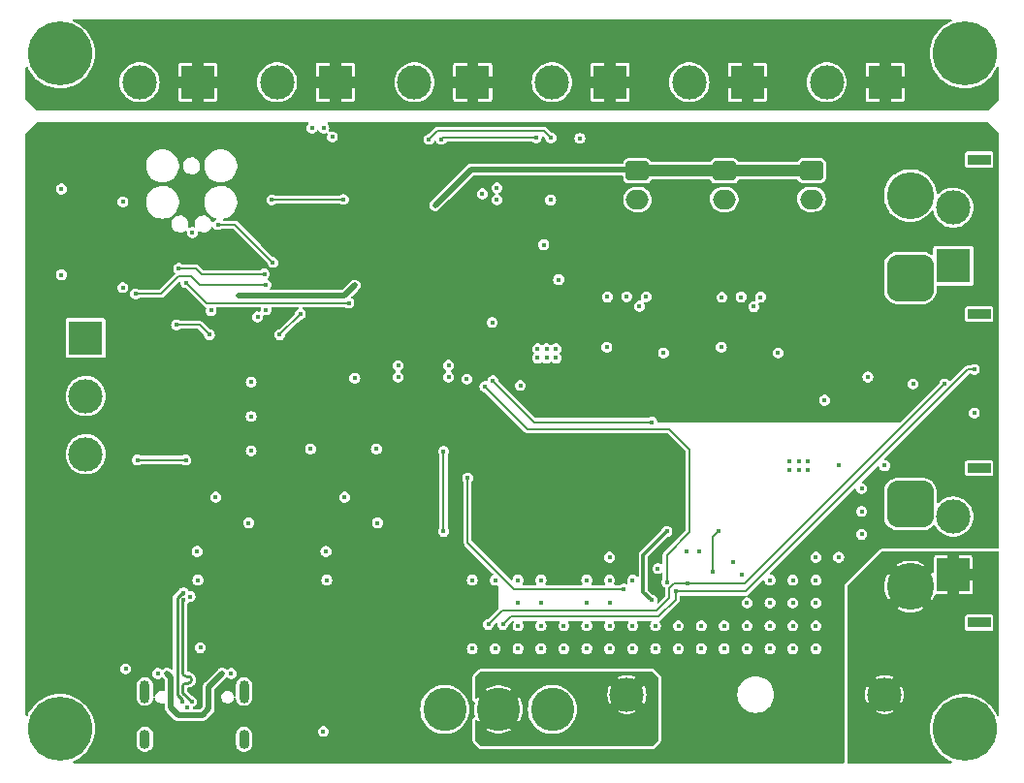
<source format=gbr>
%TF.GenerationSoftware,KiCad,Pcbnew,7.0.1*%
%TF.CreationDate,2023-07-17T00:50:59+01:00*%
%TF.ProjectId,Power Board,506f7765-7220-4426-9f61-72642e6b6963,rev?*%
%TF.SameCoordinates,Original*%
%TF.FileFunction,Copper,L4,Bot*%
%TF.FilePolarity,Positive*%
%FSLAX46Y46*%
G04 Gerber Fmt 4.6, Leading zero omitted, Abs format (unit mm)*
G04 Created by KiCad (PCBNEW 7.0.1) date 2023-07-17 00:50:59*
%MOMM*%
%LPD*%
G01*
G04 APERTURE LIST*
G04 Aperture macros list*
%AMRoundRect*
0 Rectangle with rounded corners*
0 $1 Rounding radius*
0 $2 $3 $4 $5 $6 $7 $8 $9 X,Y pos of 4 corners*
0 Add a 4 corners polygon primitive as box body*
4,1,4,$2,$3,$4,$5,$6,$7,$8,$9,$2,$3,0*
0 Add four circle primitives for the rounded corners*
1,1,$1+$1,$2,$3*
1,1,$1+$1,$4,$5*
1,1,$1+$1,$6,$7*
1,1,$1+$1,$8,$9*
0 Add four rect primitives between the rounded corners*
20,1,$1+$1,$2,$3,$4,$5,0*
20,1,$1+$1,$4,$5,$6,$7,0*
20,1,$1+$1,$6,$7,$8,$9,0*
20,1,$1+$1,$8,$9,$2,$3,0*%
G04 Aperture macros list end*
%TA.AperFunction,ComponentPad*%
%ADD10R,3.000000X3.000000*%
%TD*%
%TA.AperFunction,ComponentPad*%
%ADD11C,3.000000*%
%TD*%
%TA.AperFunction,ComponentPad*%
%ADD12C,3.781000*%
%TD*%
%TA.AperFunction,ComponentPad*%
%ADD13RoundRect,1.025000X-1.025000X1.025000X-1.025000X-1.025000X1.025000X-1.025000X1.025000X1.025000X0*%
%TD*%
%TA.AperFunction,ComponentPad*%
%ADD14C,4.100000*%
%TD*%
%TA.AperFunction,ComponentPad*%
%ADD15R,2.000000X0.900000*%
%TD*%
%TA.AperFunction,ComponentPad*%
%ADD16C,5.600000*%
%TD*%
%TA.AperFunction,ComponentPad*%
%ADD17O,0.900000X2.000000*%
%TD*%
%TA.AperFunction,ComponentPad*%
%ADD18O,0.900000X1.700000*%
%TD*%
%TA.AperFunction,ComponentPad*%
%ADD19RoundRect,0.250000X-0.750000X0.600000X-0.750000X-0.600000X0.750000X-0.600000X0.750000X0.600000X0*%
%TD*%
%TA.AperFunction,ComponentPad*%
%ADD20O,2.000000X1.700000*%
%TD*%
%TA.AperFunction,ViaPad*%
%ADD21C,0.450000*%
%TD*%
%TA.AperFunction,Conductor*%
%ADD22C,0.200000*%
%TD*%
%TA.AperFunction,Conductor*%
%ADD23C,0.500000*%
%TD*%
%TA.AperFunction,Conductor*%
%ADD24C,1.000000*%
%TD*%
%TA.AperFunction,Conductor*%
%ADD25C,0.250000*%
%TD*%
%TA.AperFunction,Conductor*%
%ADD26C,0.300000*%
%TD*%
G04 APERTURE END LIST*
D10*
%TO.P,J214,1,Pin_1*%
%TO.N,VOUT*%
X148540000Y-73000000D03*
D11*
%TO.P,J214,2,Pin_2*%
%TO.N,GND*%
X143460000Y-73000000D03*
%TD*%
D12*
%TO.P,SW201,1,A*%
%TO.N,/Power/VBAT_SWITCHED*%
X146101000Y-127800000D03*
%TO.P,SW201,2,B*%
%TO.N,/Power/VBAT_FUSED*%
X150800000Y-127800000D03*
%TO.P,SW201,3,C*%
%TO.N,unconnected-(SW201-C-Pad3)*%
X155499000Y-127800000D03*
%TD*%
D10*
%TO.P,J215,1,Pin_1*%
%TO.N,GND*%
X190500000Y-89040000D03*
D11*
%TO.P,J215,2,Pin_2*%
%TO.N,/Power/12V_OUT*%
X190500000Y-83960000D03*
%TD*%
D10*
%TO.P,J204,1,Pin_1*%
%TO.N,VBAT_RAW*%
X190500000Y-116040000D03*
D11*
%TO.P,J204,2,Pin_2*%
%TO.N,GND*%
X190500000Y-110960000D03*
%TD*%
D13*
%TO.P,J201,1,-*%
%TO.N,GND*%
X186750000Y-90100000D03*
D14*
%TO.P,J201,2,+*%
%TO.N,/Power/12V_OUT*%
X186750000Y-82900000D03*
D15*
%TO.P,J201,SH1,SH1*%
%TO.N,unconnected-(J201-PadSH1)*%
X192750000Y-93250000D03*
%TO.P,J201,SH2,SH2*%
%TO.N,unconnected-(J201-PadSH2)*%
X192750000Y-79750000D03*
%TD*%
D11*
%TO.P,F201,1*%
%TO.N,VBAT_RAW*%
X184500000Y-126500000D03*
%TO.P,F201,2*%
%TO.N,/Power/VBAT_FUSED*%
X162000000Y-126500000D03*
%TD*%
D10*
%TO.P,J211,1,Pin_1*%
%TO.N,VOUT*%
X136540000Y-73000000D03*
D11*
%TO.P,J211,2,Pin_2*%
%TO.N,GND*%
X131460000Y-73000000D03*
%TD*%
D10*
%TO.P,J207,1,Pin_1*%
%TO.N,VOUT*%
X160540000Y-73000000D03*
D11*
%TO.P,J207,2,Pin_2*%
%TO.N,GND*%
X155460000Y-73000000D03*
%TD*%
D10*
%TO.P,J213,1,Pin_1*%
%TO.N,VOUT*%
X184540000Y-73000000D03*
D11*
%TO.P,J213,2,Pin_2*%
%TO.N,GND*%
X179460000Y-73000000D03*
%TD*%
D10*
%TO.P,J208,1,Pin_1*%
%TO.N,VOUT*%
X124540000Y-73000000D03*
D11*
%TO.P,J208,2,Pin_2*%
%TO.N,GND*%
X119460000Y-73000000D03*
%TD*%
D10*
%TO.P,J303,1,Pin_1*%
%TO.N,/Control/CANH*%
X114750000Y-95340000D03*
D11*
%TO.P,J303,2,Pin_2*%
%TO.N,GND*%
X114750000Y-100420000D03*
%TO.P,J303,3,Pin_3*%
%TO.N,/Control/CANL*%
X114750000Y-105500000D03*
%TD*%
D10*
%TO.P,J210,1,Pin_1*%
%TO.N,VOUT*%
X172540000Y-73000000D03*
D11*
%TO.P,J210,2,Pin_2*%
%TO.N,GND*%
X167460000Y-73000000D03*
%TD*%
D16*
%TO.P,H101,1,1*%
%TO.N,unconnected-(H101-Pad1)*%
X191500000Y-70500000D03*
%TD*%
D17*
%TO.P,J302,S1,SHIELD*%
%TO.N,unconnected-(J302-SHIELD-PadS1)*%
X119925000Y-126242500D03*
%TO.P,J302,S2,SHIELD*%
%TO.N,unconnected-(J302-SHIELD-PadS2)*%
X128575000Y-126242500D03*
D18*
%TO.P,J302,S3,SHIELD*%
%TO.N,unconnected-(J302-SHIELD-PadS3)*%
X119925000Y-130412500D03*
%TO.P,J302,S4,SHIELD*%
%TO.N,unconnected-(J302-SHIELD-PadS4)*%
X128575000Y-130412500D03*
%TD*%
D19*
%TO.P,J206,1,Pin_1*%
%TO.N,+5V*%
X170500000Y-80750000D03*
D20*
%TO.P,J206,2,Pin_2*%
%TO.N,GND*%
X170500000Y-83250000D03*
%TD*%
D16*
%TO.P,H102,1,1*%
%TO.N,unconnected-(H102-Pad1)*%
X112500000Y-70500000D03*
%TD*%
D19*
%TO.P,J202,1,Pin_1*%
%TO.N,+5V*%
X178125000Y-80725000D03*
D20*
%TO.P,J202,2,Pin_2*%
%TO.N,GND*%
X178125000Y-83225000D03*
%TD*%
D16*
%TO.P,H104,1,1*%
%TO.N,unconnected-(H104-Pad1)*%
X112500000Y-129500000D03*
%TD*%
D19*
%TO.P,J205,1,Pin_1*%
%TO.N,+5V*%
X162925000Y-80750000D03*
D20*
%TO.P,J205,2,Pin_2*%
%TO.N,GND*%
X162925000Y-83250000D03*
%TD*%
D16*
%TO.P,H103,1,1*%
%TO.N,unconnected-(H103-Pad1)*%
X191500000Y-129500000D03*
%TD*%
D13*
%TO.P,J203,1,-*%
%TO.N,GND*%
X186750000Y-109860000D03*
D14*
%TO.P,J203,2,+*%
%TO.N,VBAT_RAW*%
X186750000Y-117060000D03*
D15*
%TO.P,J203,SH1,SH1*%
%TO.N,unconnected-(J203-PadSH1)*%
X192750000Y-106710000D03*
%TO.P,J203,SH2,SH2*%
%TO.N,unconnected-(J203-PadSH2)*%
X192750000Y-120210000D03*
%TD*%
D21*
%TO.N,GND*%
X128975000Y-111500000D03*
X152500000Y-116500000D03*
X154200000Y-96300000D03*
X170300000Y-91800000D03*
X154500000Y-120500000D03*
X129200000Y-102200000D03*
X168300000Y-114000000D03*
X150500000Y-116500000D03*
X138250000Y-98860000D03*
X171261629Y-114938060D03*
X160500000Y-114500000D03*
X157900000Y-77900000D03*
X161987000Y-91744000D03*
X163100000Y-92581000D03*
X162500000Y-120500000D03*
X176500000Y-118500000D03*
X160500000Y-116500000D03*
X125700000Y-92950000D03*
X164700000Y-115500000D03*
X172500000Y-120500000D03*
X155000000Y-97100000D03*
X163687000Y-91744000D03*
X177000000Y-106100000D03*
X156500000Y-122500000D03*
X160250000Y-96150000D03*
X174500000Y-116500000D03*
X164500000Y-122500000D03*
X148031254Y-98944242D03*
X182500000Y-110500000D03*
X148500000Y-122500000D03*
X134520000Y-77000000D03*
X162500000Y-116500000D03*
X172025035Y-115999065D03*
X172500000Y-122500000D03*
X182500000Y-112500000D03*
X124065000Y-86140000D03*
X112625000Y-89825000D03*
X186996968Y-99365489D03*
X170500000Y-120500000D03*
X155000000Y-96300000D03*
X175200000Y-96650000D03*
X123856331Y-117940179D03*
X124550000Y-116500000D03*
X158500000Y-116500000D03*
X154750000Y-87200000D03*
X140130000Y-105040000D03*
X160500000Y-118500000D03*
X179255001Y-100794999D03*
X176200000Y-106900000D03*
X156050000Y-90250000D03*
X124475000Y-114000000D03*
X124762779Y-122407988D03*
X146430000Y-98750000D03*
X180500000Y-114500000D03*
X178500000Y-114500000D03*
X182500000Y-108500000D03*
X178500000Y-120500000D03*
X135725000Y-114000000D03*
X136290000Y-77770000D03*
X176500000Y-122500000D03*
X160500000Y-120500000D03*
X150650000Y-83270000D03*
X178500000Y-116500000D03*
X155350000Y-83300000D03*
X155800000Y-97100000D03*
X129200000Y-105200000D03*
X192345000Y-101905000D03*
X146430000Y-97740000D03*
X149380000Y-82750000D03*
X123633506Y-127646223D03*
X140225000Y-111500000D03*
X178500000Y-118500000D03*
X164500000Y-120500000D03*
X154200000Y-97100000D03*
X156500000Y-120500000D03*
X178500000Y-122500000D03*
X174500000Y-120500000D03*
X174500000Y-118500000D03*
X167200000Y-114000000D03*
X129760000Y-93510000D03*
X176500000Y-120500000D03*
X134380000Y-105040000D03*
X176500000Y-116500000D03*
X174500000Y-122500000D03*
X162500000Y-122500000D03*
X180500000Y-106500000D03*
X152500000Y-118500000D03*
X154500000Y-116500000D03*
X173088000Y-92612000D03*
X112625000Y-82325000D03*
X168500000Y-122500000D03*
X155800000Y-96300000D03*
X150500000Y-122500000D03*
X170500000Y-122500000D03*
X158500000Y-122500000D03*
X118000000Y-83450000D03*
X121053389Y-124660260D03*
X176200000Y-106100000D03*
X152500000Y-122500000D03*
X172500000Y-118500000D03*
X137350000Y-109250000D03*
X126100000Y-109250000D03*
X154500000Y-118500000D03*
X148500000Y-116500000D03*
X158500000Y-120500000D03*
X142040000Y-98750000D03*
X173675000Y-91775000D03*
X166500000Y-122500000D03*
X152700000Y-99500000D03*
X160500000Y-122500000D03*
X171975000Y-91775000D03*
X177000000Y-106900000D03*
X152500000Y-120500000D03*
X168500000Y-120500000D03*
X184500000Y-106500000D03*
X150650000Y-82230000D03*
X166500000Y-120500000D03*
X165200000Y-96650000D03*
X135540000Y-77010000D03*
X135500000Y-129725000D03*
X177800000Y-106900000D03*
X142030000Y-97750000D03*
X135800000Y-116500000D03*
X170250000Y-96150000D03*
X183050000Y-98750000D03*
X127455098Y-124658043D03*
X154500000Y-122500000D03*
X130500000Y-92890000D03*
X160312000Y-91769000D03*
X158500000Y-118500000D03*
X177800000Y-106100000D03*
X118000000Y-90950000D03*
X118250000Y-124250000D03*
X129200000Y-99200000D03*
X150250000Y-93990000D03*
%TO.N,VBAT*%
X146000000Y-112250000D03*
X146000000Y-105250000D03*
%TO.N,+12V*%
X170000000Y-112250000D03*
X169500000Y-115750000D03*
%TO.N,+5V*%
X145250000Y-83750000D03*
X128110000Y-91670000D03*
X138250000Y-90750000D03*
%TO.N,VBUS*%
X121850154Y-124660544D03*
X126656284Y-124663100D03*
%TO.N,NRST*%
X123500000Y-90500000D03*
X137730000Y-92280000D03*
%TO.N,/Control/CC2*%
X131000000Y-83274500D03*
X137250000Y-83250000D03*
%TO.N,USB_DN*%
X123220000Y-127120000D03*
X123290000Y-117608176D03*
%TO.N,USB_DP*%
X124000000Y-127110000D03*
X123290000Y-118258176D03*
%TO.N,SWO*%
X131100000Y-88750000D03*
X126300000Y-85450000D03*
%TO.N,SCL*%
X192345000Y-98095000D03*
X154092436Y-77868732D03*
X151180000Y-120376327D03*
X145787486Y-78000475D03*
X166250000Y-117500000D03*
%TO.N,SDA*%
X167300000Y-116800000D03*
X144712317Y-77997067D03*
X149910000Y-120375316D03*
X155365866Y-77870502D03*
X189750000Y-99365000D03*
%TO.N,SILENT*%
X125560000Y-95060000D03*
X133500000Y-93250000D03*
X131690000Y-95060000D03*
X122679664Y-94207402D03*
%TO.N,ALT*%
X149600000Y-99600000D03*
X165482872Y-116675372D03*
%TO.N,+3.3V*%
X150250000Y-93030000D03*
X118000000Y-86550000D03*
X151000000Y-111200000D03*
X136290000Y-78730000D03*
X118000000Y-79050000D03*
X154089773Y-83255269D03*
X139150000Y-105040000D03*
X167250000Y-88250000D03*
X163500000Y-89000000D03*
X162750000Y-88250000D03*
X161250000Y-88250000D03*
X132830000Y-78750000D03*
X164250000Y-88250000D03*
X147530000Y-78750000D03*
X164250000Y-89750000D03*
X113230991Y-122949839D03*
X120310000Y-90400000D03*
X129760000Y-94470000D03*
X165750000Y-88250000D03*
X123770271Y-122400000D03*
X133570000Y-77000000D03*
X123100000Y-78900000D03*
X150650000Y-81280000D03*
X164700000Y-117700000D03*
X162000000Y-89000000D03*
X144750000Y-99500000D03*
X136500000Y-97100000D03*
X143690000Y-77990000D03*
X132840000Y-77760000D03*
X139220000Y-98850000D03*
X192379859Y-100635000D03*
X133410000Y-105040000D03*
X186998861Y-98092476D03*
%TO.N,BTN*%
X122870000Y-89270000D03*
X130350000Y-89750000D03*
%TO.N,BOOT0*%
X119100000Y-91500000D03*
X130500000Y-90700000D03*
%TO.N,VDD*%
X164175500Y-118264764D03*
X165500000Y-112250000D03*
%TO.N,12V_EN*%
X148100000Y-107600000D03*
X161730000Y-117270000D03*
%TO.N,12V_OUT_EN*%
X150300000Y-99100000D03*
X164200000Y-102700000D03*
%TO.N,VBUS{slash}11*%
X123500000Y-106000000D03*
X119260000Y-106000000D03*
%TD*%
D22*
%TO.N,VBAT*%
X146000000Y-112250000D02*
X146000000Y-105250000D01*
%TO.N,+12V*%
X169500000Y-115750000D02*
X169500000Y-112750000D01*
X169500000Y-112750000D02*
X170000000Y-112250000D01*
D23*
%TO.N,+5V*%
X148450405Y-80605000D02*
X162780000Y-80605000D01*
X137330000Y-91670000D02*
X138250000Y-90750000D01*
D24*
X170500000Y-80750000D02*
X162925000Y-80750000D01*
D23*
X162780000Y-80605000D02*
X162925000Y-80750000D01*
D24*
X178125000Y-80725000D02*
X170525000Y-80725000D01*
D23*
X128110000Y-91670000D02*
X137330000Y-91670000D01*
X148450405Y-80605000D02*
X148395000Y-80605000D01*
X148395000Y-80605000D02*
X145250000Y-83750000D01*
D24*
X170525000Y-80725000D02*
X170500000Y-80750000D01*
D23*
%TO.N,VBUS*%
X122165000Y-124975390D02*
X121850154Y-124660544D01*
X124928777Y-128321223D02*
X122821223Y-128321223D01*
X122821223Y-128321223D02*
X122165000Y-127665000D01*
X122165000Y-127665000D02*
X122165000Y-124975390D01*
X125500000Y-125819384D02*
X125500000Y-127750000D01*
X125500000Y-127750000D02*
X124928777Y-128321223D01*
X126656284Y-124663100D02*
X125500000Y-125819384D01*
D22*
%TO.N,NRST*%
X125280000Y-92280000D02*
X137730000Y-92280000D01*
X123500000Y-90500000D02*
X125280000Y-92280000D01*
%TO.N,/Control/CC2*%
X131000000Y-83274500D02*
X137225500Y-83274500D01*
X137225500Y-83274500D02*
X137250000Y-83250000D01*
D25*
%TO.N,USB_DN*%
X123220000Y-126966397D02*
X122740000Y-126486397D01*
X122740000Y-118030358D02*
X123062182Y-117708176D01*
X123190000Y-117708176D02*
X123290000Y-117608176D01*
X123220000Y-127120000D02*
X123220000Y-126966397D01*
X122740000Y-126486397D02*
X122740000Y-118030358D01*
X123062182Y-117708176D02*
X123190000Y-117708176D01*
%TO.N,USB_DP*%
X123220771Y-124610000D02*
X123220771Y-124170335D01*
X123220771Y-126330771D02*
X123220771Y-125810000D01*
X123220771Y-124170335D02*
X123220771Y-118327405D01*
X123708539Y-124910000D02*
X123520771Y-124910000D01*
X123520771Y-125510000D02*
X123708539Y-125510000D01*
X123220771Y-118327405D02*
X123290000Y-118258176D01*
X124000000Y-127110000D02*
X123220771Y-126330771D01*
X123220800Y-124610000D02*
G75*
G03*
X123520771Y-124910000I300000J0D01*
G01*
X123520771Y-125509971D02*
G75*
G03*
X123220771Y-125810000I29J-300029D01*
G01*
X124008500Y-125210000D02*
G75*
G03*
X123708539Y-124910000I-300000J0D01*
G01*
X123708539Y-125510039D02*
G75*
G03*
X124008539Y-125210000I-39J300039D01*
G01*
D22*
%TO.N,SWO*%
X127800000Y-85450000D02*
X126300000Y-85450000D01*
X131100000Y-88750000D02*
X127800000Y-85450000D01*
%TO.N,SCL*%
X166250000Y-117500000D02*
X166250000Y-118250000D01*
X145919229Y-77868732D02*
X145787486Y-78000475D01*
X164800000Y-119700000D02*
X151856327Y-119700000D01*
X191805000Y-98095000D02*
X192345000Y-98095000D01*
X154092436Y-77868732D02*
X145919229Y-77868732D01*
X151856327Y-119700000D02*
X151180000Y-120376327D01*
X166250000Y-117500000D02*
X172400000Y-117500000D01*
X172400000Y-117500000D02*
X191805000Y-98095000D01*
X166250000Y-118250000D02*
X164800000Y-119700000D01*
%TO.N,SDA*%
X165700000Y-117200000D02*
X165700000Y-118100000D01*
X154745364Y-77250000D02*
X145459384Y-77250000D01*
X155365866Y-77870502D02*
X154745364Y-77250000D01*
X165700000Y-118100000D02*
X164600000Y-119200000D01*
X166100000Y-116800000D02*
X165700000Y-117200000D01*
X164600000Y-119200000D02*
X151085316Y-119200000D01*
X151085316Y-119200000D02*
X149910000Y-120375316D01*
X167300000Y-116800000D02*
X166100000Y-116800000D01*
X167300000Y-116800000D02*
X172315000Y-116800000D01*
X145459384Y-77250000D02*
X144712317Y-77997067D01*
X172315000Y-116800000D02*
X189750000Y-99365000D01*
%TO.N,SILENT*%
X124707402Y-94207402D02*
X122679664Y-94207402D01*
X125560000Y-95060000D02*
X124707402Y-94207402D01*
X131690000Y-95060000D02*
X133500000Y-93250000D01*
%TO.N,ALT*%
X149600000Y-99600000D02*
X153300000Y-103300000D01*
X153300000Y-103300000D02*
X165700000Y-103300000D01*
X167500000Y-112300000D02*
X165482872Y-114317128D01*
X165482872Y-114317128D02*
X165482872Y-116675372D01*
X165700000Y-103300000D02*
X167500000Y-105100000D01*
X167500000Y-105100000D02*
X167500000Y-112300000D01*
%TO.N,BTN*%
X124850000Y-89750000D02*
X124370000Y-89270000D01*
X130350000Y-89750000D02*
X124850000Y-89750000D01*
X124370000Y-89270000D02*
X122870000Y-89270000D01*
%TO.N,BOOT0*%
X121300000Y-91500000D02*
X119100000Y-91500000D01*
X124700000Y-90700000D02*
X123975000Y-89975000D01*
X123975000Y-89975000D02*
X122825000Y-89975000D01*
X122825000Y-89975000D02*
X121300000Y-91500000D01*
X130500000Y-90700000D02*
X124700000Y-90700000D01*
D26*
%TO.N,VDD*%
X163433547Y-117522811D02*
X163433547Y-114316453D01*
X164175500Y-118264764D02*
X163433547Y-117522811D01*
X163433547Y-114316453D02*
X165500000Y-112250000D01*
D22*
%TO.N,12V_EN*%
X148100000Y-113200000D02*
X148100000Y-107600000D01*
X152170000Y-117270000D02*
X148100000Y-113200000D01*
X161730000Y-117270000D02*
X152170000Y-117270000D01*
%TO.N,12V_OUT_EN*%
X164200000Y-102700000D02*
X153900000Y-102700000D01*
X153900000Y-102700000D02*
X150300000Y-99100000D01*
%TO.N,VBUS{slash}11*%
X123500000Y-106000000D02*
X119260000Y-106000000D01*
%TD*%
%TA.AperFunction,Conductor*%
%TO.N,VBAT_RAW*%
G36*
X194450000Y-114013263D02*
G01*
X194486237Y-114049500D01*
X194499500Y-114099000D01*
X194499500Y-128272387D01*
X194484911Y-128324114D01*
X194445445Y-128360597D01*
X194392733Y-128371082D01*
X194342309Y-128352480D01*
X194309036Y-128310273D01*
X194293343Y-128272387D01*
X194252736Y-128174352D01*
X194087002Y-127874479D01*
X193888735Y-127595047D01*
X193864455Y-127567878D01*
X193660428Y-127339571D01*
X193404953Y-127111265D01*
X193125518Y-126912996D01*
X192995598Y-126841192D01*
X192825648Y-126747264D01*
X192640221Y-126670457D01*
X192509105Y-126616147D01*
X192179865Y-126521294D01*
X191842086Y-126463903D01*
X191500000Y-126444692D01*
X191157913Y-126463903D01*
X190820134Y-126521294D01*
X190490894Y-126616147D01*
X190174350Y-126747265D01*
X189874481Y-126912996D01*
X189595046Y-127111265D01*
X189339571Y-127339571D01*
X189111265Y-127595046D01*
X188912996Y-127874481D01*
X188747265Y-128174350D01*
X188616147Y-128490894D01*
X188521294Y-128820134D01*
X188463903Y-129157913D01*
X188444692Y-129499999D01*
X188463903Y-129842086D01*
X188521294Y-130179865D01*
X188616147Y-130509104D01*
X188747264Y-130825648D01*
X188747265Y-130825649D01*
X188912996Y-131125518D01*
X189111265Y-131404953D01*
X189339571Y-131660428D01*
X189567878Y-131864455D01*
X189595047Y-131888735D01*
X189874479Y-132087002D01*
X190174352Y-132252736D01*
X190310274Y-132309036D01*
X190352480Y-132342309D01*
X190371082Y-132392733D01*
X190360597Y-132445445D01*
X190324114Y-132484911D01*
X190272387Y-132499500D01*
X181349000Y-132499500D01*
X181299500Y-132486237D01*
X181263263Y-132450000D01*
X181250000Y-132400500D01*
X181250000Y-128003388D01*
X183703718Y-128003388D01*
X183877179Y-128086922D01*
X184120658Y-128162026D01*
X184372601Y-128200000D01*
X184627399Y-128200000D01*
X184879341Y-128162026D01*
X185122823Y-128086921D01*
X185296281Y-128003389D01*
X184499999Y-127207107D01*
X183703718Y-128003388D01*
X181250000Y-128003388D01*
X181250000Y-126499999D01*
X182795232Y-126499999D01*
X182814273Y-126754079D01*
X182870972Y-127002493D01*
X182964055Y-127239666D01*
X182996693Y-127296197D01*
X183792891Y-126499999D01*
X185207107Y-126499999D01*
X186003305Y-127296197D01*
X186035940Y-127239674D01*
X186129029Y-127002487D01*
X186185726Y-126754079D01*
X186204767Y-126499999D01*
X186185726Y-126245920D01*
X186129027Y-125997506D01*
X186035943Y-125760331D01*
X186003305Y-125703801D01*
X185207107Y-126499999D01*
X183792891Y-126499999D01*
X182996694Y-125703802D01*
X182964055Y-125760333D01*
X182870972Y-125997506D01*
X182814273Y-126245920D01*
X182795232Y-126499999D01*
X181250000Y-126499999D01*
X181250000Y-124996610D01*
X183703718Y-124996610D01*
X184499999Y-125792891D01*
X185296281Y-124996609D01*
X185122824Y-124913078D01*
X184879341Y-124837973D01*
X184627399Y-124800000D01*
X184372601Y-124800000D01*
X184120658Y-124837973D01*
X183877176Y-124913078D01*
X183703718Y-124996610D01*
X181250000Y-124996610D01*
X181250000Y-120684674D01*
X191499500Y-120684674D01*
X191514034Y-120757740D01*
X191569399Y-120840601D01*
X191652260Y-120895966D01*
X191725326Y-120910500D01*
X193774673Y-120910500D01*
X193774674Y-120910500D01*
X193847740Y-120895966D01*
X193930601Y-120840601D01*
X193985966Y-120757740D01*
X194000500Y-120684674D01*
X194000500Y-119735326D01*
X193985966Y-119662260D01*
X193930601Y-119579399D01*
X193847740Y-119524034D01*
X193774674Y-119509500D01*
X191725326Y-119509500D01*
X191688792Y-119516767D01*
X191652259Y-119524034D01*
X191569399Y-119579399D01*
X191514034Y-119662259D01*
X191514033Y-119662260D01*
X191514034Y-119662260D01*
X191499500Y-119735326D01*
X191499500Y-120684674D01*
X181250000Y-120684674D01*
X181250000Y-118965386D01*
X185551720Y-118965386D01*
X185622588Y-119012739D01*
X185887110Y-119143186D01*
X186166406Y-119237996D01*
X186455687Y-119295538D01*
X186750000Y-119314827D01*
X187044312Y-119295538D01*
X187333593Y-119237996D01*
X187612889Y-119143186D01*
X187877407Y-119012741D01*
X187948278Y-118965386D01*
X186749999Y-117767107D01*
X185551720Y-118965386D01*
X181250000Y-118965386D01*
X181250000Y-117059999D01*
X184495172Y-117059999D01*
X184514461Y-117354312D01*
X184572003Y-117643593D01*
X184666811Y-117922886D01*
X184797262Y-118187413D01*
X184844612Y-118258278D01*
X186042891Y-117059999D01*
X187457107Y-117059999D01*
X188655386Y-118258278D01*
X188702741Y-118187407D01*
X188833187Y-117922888D01*
X188872740Y-117806369D01*
X188898028Y-117766675D01*
X188938789Y-117743144D01*
X188970551Y-117741760D01*
X188970551Y-117740000D01*
X189999999Y-117740000D01*
X190000000Y-117739999D01*
X191000000Y-117739999D01*
X191000001Y-117740000D01*
X192019697Y-117740000D01*
X192078036Y-117728395D01*
X192144192Y-117684192D01*
X192188395Y-117618036D01*
X192200000Y-117559697D01*
X192200000Y-116540001D01*
X192199999Y-116540000D01*
X191000001Y-116540000D01*
X191000000Y-116540001D01*
X191000000Y-117739999D01*
X190000000Y-117739999D01*
X190000000Y-115539999D01*
X191000000Y-115539999D01*
X191000001Y-115540000D01*
X192199999Y-115540000D01*
X192200000Y-115539999D01*
X192200000Y-114520303D01*
X192188395Y-114461963D01*
X192144192Y-114395807D01*
X192078036Y-114351604D01*
X192019697Y-114340000D01*
X191000001Y-114340000D01*
X191000000Y-114340001D01*
X191000000Y-115539999D01*
X190000000Y-115539999D01*
X190000000Y-114340001D01*
X189999999Y-114340000D01*
X188980303Y-114340000D01*
X188921963Y-114351604D01*
X188855807Y-114395807D01*
X188811604Y-114461963D01*
X188800000Y-114520303D01*
X188800000Y-115766733D01*
X188785071Y-115819012D01*
X188744787Y-115855523D01*
X188691297Y-115865256D01*
X188655386Y-115861719D01*
X187457107Y-117059999D01*
X186042891Y-117059999D01*
X184844612Y-115861720D01*
X184797262Y-115932585D01*
X184666810Y-116197116D01*
X184572003Y-116476406D01*
X184514461Y-116765687D01*
X184495172Y-117059999D01*
X181250000Y-117059999D01*
X181250000Y-117041008D01*
X181257536Y-117003122D01*
X181278996Y-116971004D01*
X183095388Y-115154612D01*
X185551720Y-115154612D01*
X186749999Y-116352891D01*
X187948278Y-115154612D01*
X187877413Y-115107262D01*
X187612886Y-114976811D01*
X187333593Y-114882003D01*
X187044312Y-114824461D01*
X186750000Y-114805172D01*
X186455687Y-114824461D01*
X186166406Y-114882003D01*
X185887116Y-114976810D01*
X185622585Y-115107262D01*
X185551720Y-115154612D01*
X183095388Y-115154612D01*
X184221004Y-114028996D01*
X184253122Y-114007536D01*
X184291008Y-114000000D01*
X194400500Y-114000000D01*
X194450000Y-114013263D01*
G37*
%TD.AperFunction*%
%TD*%
%TA.AperFunction,Conductor*%
%TO.N,/Power/VBAT_FUSED*%
G36*
X164246878Y-124507536D02*
G01*
X164278996Y-124528996D01*
X164721004Y-124971004D01*
X164742464Y-125003122D01*
X164750000Y-125041008D01*
X164750000Y-130458992D01*
X164742464Y-130496878D01*
X164721004Y-130528996D01*
X164278996Y-130971004D01*
X164246878Y-130992464D01*
X164208992Y-131000000D01*
X149291008Y-131000000D01*
X149253122Y-130992464D01*
X149221004Y-130971004D01*
X148778996Y-130528996D01*
X148757536Y-130496878D01*
X148750000Y-130458992D01*
X148750000Y-129588860D01*
X149718245Y-129588860D01*
X149835983Y-129660459D01*
X150098297Y-129774398D01*
X150373682Y-129851558D01*
X150657006Y-129890500D01*
X150942994Y-129890500D01*
X151226317Y-129851558D01*
X151501702Y-129774398D01*
X151764016Y-129660459D01*
X151881753Y-129588860D01*
X150799999Y-128507106D01*
X149718245Y-129588859D01*
X149718245Y-129588860D01*
X148750000Y-129588860D01*
X148750000Y-128793851D01*
X148763718Y-128743572D01*
X148801069Y-128707227D01*
X148851704Y-128694888D01*
X148901589Y-128709974D01*
X148936901Y-128748304D01*
X149007786Y-128885105D01*
X150092892Y-127799999D01*
X151507106Y-127799999D01*
X152592213Y-128885107D01*
X152721909Y-128634806D01*
X152817683Y-128365324D01*
X152875868Y-128085323D01*
X152895384Y-127800000D01*
X153352997Y-127800000D01*
X153372984Y-128092215D01*
X153432575Y-128378981D01*
X153530662Y-128654970D01*
X153665414Y-128915031D01*
X153834318Y-129154314D01*
X154034241Y-129368378D01*
X154261437Y-129553217D01*
X154261442Y-129553220D01*
X154511699Y-129705404D01*
X154780347Y-129822095D01*
X155062383Y-129901117D01*
X155352552Y-129941000D01*
X155645447Y-129941000D01*
X155645448Y-129941000D01*
X155935617Y-129901117D01*
X156217653Y-129822095D01*
X156486301Y-129705404D01*
X156736558Y-129553220D01*
X156963761Y-129368376D01*
X157163679Y-129154317D01*
X157332587Y-128915029D01*
X157467338Y-128654970D01*
X157565423Y-128378985D01*
X157625015Y-128092214D01*
X157631091Y-128003388D01*
X161203718Y-128003388D01*
X161377179Y-128086922D01*
X161620658Y-128162026D01*
X161872601Y-128200000D01*
X162127399Y-128200000D01*
X162379341Y-128162026D01*
X162622823Y-128086921D01*
X162796281Y-128003389D01*
X161999999Y-127207107D01*
X161203718Y-128003388D01*
X157631091Y-128003388D01*
X157645003Y-127800000D01*
X157625015Y-127507786D01*
X157569300Y-127239674D01*
X157565424Y-127221018D01*
X157487758Y-127002487D01*
X157467338Y-126945030D01*
X157332587Y-126684971D01*
X157332585Y-126684968D01*
X157202020Y-126499999D01*
X160295232Y-126499999D01*
X160314273Y-126754079D01*
X160370972Y-127002493D01*
X160464055Y-127239666D01*
X160496693Y-127296197D01*
X161292891Y-126499999D01*
X162707107Y-126499999D01*
X163503305Y-127296197D01*
X163535940Y-127239674D01*
X163629029Y-127002487D01*
X163685726Y-126754079D01*
X163704767Y-126499999D01*
X163685726Y-126245920D01*
X163629027Y-125997506D01*
X163535943Y-125760331D01*
X163503305Y-125703801D01*
X162707107Y-126499999D01*
X161292891Y-126499999D01*
X160496694Y-125703802D01*
X160464055Y-125760333D01*
X160370972Y-125997506D01*
X160314273Y-126245920D01*
X160295232Y-126499999D01*
X157202020Y-126499999D01*
X157163681Y-126445685D01*
X157083711Y-126360059D01*
X156963761Y-126231624D01*
X156963760Y-126231623D01*
X156963758Y-126231621D01*
X156736562Y-126046782D01*
X156650448Y-125994416D01*
X156486301Y-125894596D01*
X156217653Y-125777905D01*
X156217652Y-125777904D01*
X155935616Y-125698882D01*
X155685330Y-125664481D01*
X155645448Y-125659000D01*
X155352552Y-125659000D01*
X155317489Y-125663819D01*
X155062383Y-125698882D01*
X154780346Y-125777905D01*
X154511701Y-125894595D01*
X154261437Y-126046782D01*
X154034241Y-126231621D01*
X153834318Y-126445685D01*
X153665414Y-126684968D01*
X153530662Y-126945029D01*
X153432575Y-127221018D01*
X153372984Y-127507784D01*
X153352997Y-127800000D01*
X152895384Y-127800000D01*
X152875868Y-127514676D01*
X152817683Y-127234675D01*
X152721909Y-126965193D01*
X152592213Y-126714892D01*
X151507106Y-127799999D01*
X150092892Y-127799999D01*
X149007786Y-126714893D01*
X148936901Y-126851695D01*
X148901589Y-126890026D01*
X148851704Y-126905112D01*
X148801070Y-126892773D01*
X148763718Y-126856428D01*
X148750000Y-126806149D01*
X148750000Y-126011138D01*
X149718245Y-126011138D01*
X150799999Y-127092892D01*
X151881753Y-126011139D01*
X151764010Y-125939538D01*
X151501702Y-125825601D01*
X151226317Y-125748441D01*
X150942994Y-125709500D01*
X150657006Y-125709500D01*
X150373682Y-125748441D01*
X150098297Y-125825601D01*
X149835985Y-125939539D01*
X149718245Y-126011138D01*
X148750000Y-126011138D01*
X148750000Y-125041008D01*
X148757536Y-125003122D01*
X148761887Y-124996610D01*
X161203718Y-124996610D01*
X161999999Y-125792891D01*
X162796281Y-124996609D01*
X162622824Y-124913078D01*
X162379341Y-124837973D01*
X162127399Y-124800000D01*
X161872601Y-124800000D01*
X161620658Y-124837973D01*
X161377176Y-124913078D01*
X161203718Y-124996610D01*
X148761887Y-124996610D01*
X148778996Y-124971004D01*
X149221004Y-124528996D01*
X149253122Y-124507536D01*
X149291008Y-124500000D01*
X164208992Y-124500000D01*
X164246878Y-124507536D01*
G37*
%TD.AperFunction*%
%TD*%
%TA.AperFunction,Conductor*%
%TO.N,VOUT*%
G36*
X190324114Y-67515089D02*
G01*
X190360597Y-67554555D01*
X190371082Y-67607267D01*
X190352480Y-67657691D01*
X190310274Y-67690963D01*
X190174352Y-67747264D01*
X190174350Y-67747265D01*
X189874481Y-67912996D01*
X189595046Y-68111265D01*
X189339571Y-68339571D01*
X189111265Y-68595046D01*
X188912996Y-68874481D01*
X188747265Y-69174350D01*
X188616147Y-69490894D01*
X188521294Y-69820134D01*
X188463903Y-70157913D01*
X188444692Y-70500000D01*
X188463903Y-70842086D01*
X188521294Y-71179865D01*
X188616147Y-71509104D01*
X188747264Y-71825648D01*
X188747265Y-71825649D01*
X188912996Y-72125518D01*
X189111265Y-72404953D01*
X189339571Y-72660428D01*
X189426791Y-72738372D01*
X189595047Y-72888735D01*
X189874479Y-73087002D01*
X190174352Y-73252736D01*
X190490896Y-73383853D01*
X190820130Y-73478704D01*
X190820131Y-73478704D01*
X190820134Y-73478705D01*
X191157913Y-73536096D01*
X191500000Y-73555307D01*
X191842086Y-73536096D01*
X191952005Y-73517420D01*
X192179865Y-73478705D01*
X192179866Y-73478704D01*
X192179870Y-73478704D01*
X192509104Y-73383853D01*
X192825648Y-73252736D01*
X193125521Y-73087002D01*
X193404953Y-72888735D01*
X193660428Y-72660428D01*
X193888735Y-72404953D01*
X194087002Y-72125521D01*
X194252736Y-71825648D01*
X194309036Y-71689725D01*
X194342309Y-71647520D01*
X194392733Y-71628918D01*
X194445445Y-71639403D01*
X194484911Y-71675886D01*
X194499500Y-71727613D01*
X194499500Y-74459492D01*
X194491964Y-74497378D01*
X194470504Y-74529496D01*
X193528996Y-75471004D01*
X193496878Y-75492464D01*
X193458992Y-75500000D01*
X110541008Y-75500000D01*
X110503122Y-75492464D01*
X110471004Y-75471004D01*
X109529496Y-74529496D01*
X109508036Y-74497378D01*
X109500500Y-74459492D01*
X109500500Y-71727613D01*
X109515089Y-71675886D01*
X109554555Y-71639403D01*
X109607267Y-71628918D01*
X109657691Y-71647520D01*
X109690963Y-71689725D01*
X109747264Y-71825648D01*
X109747265Y-71825649D01*
X109912996Y-72125518D01*
X110111265Y-72404953D01*
X110339571Y-72660428D01*
X110426791Y-72738372D01*
X110595047Y-72888735D01*
X110874479Y-73087002D01*
X111174352Y-73252736D01*
X111490896Y-73383853D01*
X111820130Y-73478704D01*
X111820131Y-73478704D01*
X111820134Y-73478705D01*
X112157913Y-73536096D01*
X112500000Y-73555307D01*
X112842086Y-73536096D01*
X112952005Y-73517420D01*
X113179865Y-73478705D01*
X113179866Y-73478704D01*
X113179870Y-73478704D01*
X113509104Y-73383853D01*
X113825648Y-73252736D01*
X114125521Y-73087002D01*
X114248141Y-72999999D01*
X117704591Y-72999999D01*
X117724197Y-73261627D01*
X117782581Y-73517420D01*
X117878429Y-73761638D01*
X118009617Y-73988862D01*
X118173192Y-74193979D01*
X118313755Y-74324401D01*
X118365521Y-74372433D01*
X118582296Y-74520228D01*
X118818677Y-74634063D01*
X119069385Y-74711396D01*
X119298770Y-74745971D01*
X119328817Y-74750500D01*
X119328818Y-74750500D01*
X119591182Y-74750500D01*
X119591183Y-74750500D01*
X119618110Y-74746441D01*
X119850615Y-74711396D01*
X120101323Y-74634063D01*
X120337704Y-74520228D01*
X120338483Y-74519697D01*
X122840000Y-74519697D01*
X122851604Y-74578036D01*
X122895807Y-74644192D01*
X122961963Y-74688395D01*
X123020303Y-74700000D01*
X124039999Y-74700000D01*
X124040000Y-74699999D01*
X125040000Y-74699999D01*
X125040001Y-74700000D01*
X126059697Y-74700000D01*
X126118036Y-74688395D01*
X126184192Y-74644192D01*
X126228395Y-74578036D01*
X126240000Y-74519697D01*
X126240000Y-73500001D01*
X126239999Y-73500000D01*
X125040001Y-73500000D01*
X125040000Y-73500001D01*
X125040000Y-74699999D01*
X124040000Y-74699999D01*
X124040000Y-73500001D01*
X124039999Y-73500000D01*
X122840001Y-73500000D01*
X122840000Y-73500001D01*
X122840000Y-74519697D01*
X120338483Y-74519697D01*
X120554479Y-74372433D01*
X120746805Y-74193981D01*
X120910386Y-73988857D01*
X121041568Y-73761643D01*
X121137420Y-73517416D01*
X121195802Y-73261630D01*
X121215408Y-73000000D01*
X129704591Y-73000000D01*
X129724197Y-73261627D01*
X129782581Y-73517420D01*
X129878429Y-73761638D01*
X130009617Y-73988862D01*
X130173192Y-74193979D01*
X130313755Y-74324401D01*
X130365521Y-74372433D01*
X130582296Y-74520228D01*
X130818677Y-74634063D01*
X131069385Y-74711396D01*
X131298770Y-74745971D01*
X131328817Y-74750500D01*
X131328818Y-74750500D01*
X131591182Y-74750500D01*
X131591183Y-74750500D01*
X131618110Y-74746441D01*
X131850615Y-74711396D01*
X132101323Y-74634063D01*
X132337704Y-74520228D01*
X132338483Y-74519697D01*
X134840000Y-74519697D01*
X134851604Y-74578036D01*
X134895807Y-74644192D01*
X134961963Y-74688395D01*
X135020303Y-74700000D01*
X136039999Y-74700000D01*
X136040000Y-74699999D01*
X137040000Y-74699999D01*
X137040001Y-74700000D01*
X138059697Y-74700000D01*
X138118036Y-74688395D01*
X138184192Y-74644192D01*
X138228395Y-74578036D01*
X138240000Y-74519697D01*
X138240000Y-73500001D01*
X138239999Y-73500000D01*
X137040001Y-73500000D01*
X137040000Y-73500001D01*
X137040000Y-74699999D01*
X136040000Y-74699999D01*
X136040000Y-73500001D01*
X136039999Y-73500000D01*
X134840001Y-73500000D01*
X134840000Y-73500001D01*
X134840000Y-74519697D01*
X132338483Y-74519697D01*
X132554479Y-74372433D01*
X132746805Y-74193981D01*
X132910386Y-73988857D01*
X133041568Y-73761643D01*
X133137420Y-73517416D01*
X133195802Y-73261630D01*
X133215408Y-73000000D01*
X141704591Y-73000000D01*
X141724197Y-73261627D01*
X141782581Y-73517420D01*
X141878429Y-73761638D01*
X142009617Y-73988862D01*
X142173192Y-74193979D01*
X142313755Y-74324401D01*
X142365521Y-74372433D01*
X142582296Y-74520228D01*
X142818677Y-74634063D01*
X143069385Y-74711396D01*
X143298770Y-74745971D01*
X143328817Y-74750500D01*
X143328818Y-74750500D01*
X143591182Y-74750500D01*
X143591183Y-74750500D01*
X143618110Y-74746441D01*
X143850615Y-74711396D01*
X144101323Y-74634063D01*
X144337704Y-74520228D01*
X144338483Y-74519697D01*
X146840000Y-74519697D01*
X146851604Y-74578036D01*
X146895807Y-74644192D01*
X146961963Y-74688395D01*
X147020303Y-74700000D01*
X148039999Y-74700000D01*
X148040000Y-74699999D01*
X149040000Y-74699999D01*
X149040001Y-74700000D01*
X150059697Y-74700000D01*
X150118036Y-74688395D01*
X150184192Y-74644192D01*
X150228395Y-74578036D01*
X150240000Y-74519697D01*
X150240000Y-73500001D01*
X150239999Y-73500000D01*
X149040001Y-73500000D01*
X149040000Y-73500001D01*
X149040000Y-74699999D01*
X148040000Y-74699999D01*
X148040000Y-73500001D01*
X148039999Y-73500000D01*
X146840001Y-73500000D01*
X146840000Y-73500001D01*
X146840000Y-74519697D01*
X144338483Y-74519697D01*
X144554479Y-74372433D01*
X144746805Y-74193981D01*
X144910386Y-73988857D01*
X145041568Y-73761643D01*
X145137420Y-73517416D01*
X145195802Y-73261630D01*
X145215408Y-73000000D01*
X153704591Y-73000000D01*
X153724197Y-73261627D01*
X153782581Y-73517420D01*
X153878429Y-73761638D01*
X154009617Y-73988862D01*
X154173192Y-74193979D01*
X154313755Y-74324401D01*
X154365521Y-74372433D01*
X154582296Y-74520228D01*
X154818677Y-74634063D01*
X155069385Y-74711396D01*
X155298770Y-74745971D01*
X155328817Y-74750500D01*
X155328818Y-74750500D01*
X155591182Y-74750500D01*
X155591183Y-74750500D01*
X155618110Y-74746441D01*
X155850615Y-74711396D01*
X156101323Y-74634063D01*
X156337704Y-74520228D01*
X156338483Y-74519697D01*
X158840000Y-74519697D01*
X158851604Y-74578036D01*
X158895807Y-74644192D01*
X158961963Y-74688395D01*
X159020303Y-74700000D01*
X160039999Y-74700000D01*
X160040000Y-74699999D01*
X161040000Y-74699999D01*
X161040001Y-74700000D01*
X162059697Y-74700000D01*
X162118036Y-74688395D01*
X162184192Y-74644192D01*
X162228395Y-74578036D01*
X162240000Y-74519697D01*
X162240000Y-73500001D01*
X162239999Y-73500000D01*
X161040001Y-73500000D01*
X161040000Y-73500001D01*
X161040000Y-74699999D01*
X160040000Y-74699999D01*
X160040000Y-73500001D01*
X160039999Y-73500000D01*
X158840001Y-73500000D01*
X158840000Y-73500001D01*
X158840000Y-74519697D01*
X156338483Y-74519697D01*
X156554479Y-74372433D01*
X156746805Y-74193981D01*
X156910386Y-73988857D01*
X157041568Y-73761643D01*
X157137420Y-73517416D01*
X157195802Y-73261630D01*
X157215408Y-73000000D01*
X165704591Y-73000000D01*
X165724197Y-73261627D01*
X165782581Y-73517420D01*
X165878429Y-73761638D01*
X166009617Y-73988862D01*
X166173192Y-74193979D01*
X166313755Y-74324401D01*
X166365521Y-74372433D01*
X166582296Y-74520228D01*
X166818677Y-74634063D01*
X167069385Y-74711396D01*
X167298770Y-74745971D01*
X167328817Y-74750500D01*
X167328818Y-74750500D01*
X167591182Y-74750500D01*
X167591183Y-74750500D01*
X167618110Y-74746441D01*
X167850615Y-74711396D01*
X168101323Y-74634063D01*
X168337704Y-74520228D01*
X168338483Y-74519697D01*
X170840000Y-74519697D01*
X170851604Y-74578036D01*
X170895807Y-74644192D01*
X170961963Y-74688395D01*
X171020303Y-74700000D01*
X172039999Y-74700000D01*
X172040000Y-74699999D01*
X173040000Y-74699999D01*
X173040001Y-74700000D01*
X174059697Y-74700000D01*
X174118036Y-74688395D01*
X174184192Y-74644192D01*
X174228395Y-74578036D01*
X174240000Y-74519697D01*
X174240000Y-73500001D01*
X174239999Y-73500000D01*
X173040001Y-73500000D01*
X173040000Y-73500001D01*
X173040000Y-74699999D01*
X172040000Y-74699999D01*
X172040000Y-73500001D01*
X172039999Y-73500000D01*
X170840001Y-73500000D01*
X170840000Y-73500001D01*
X170840000Y-74519697D01*
X168338483Y-74519697D01*
X168554479Y-74372433D01*
X168746805Y-74193981D01*
X168910386Y-73988857D01*
X169041568Y-73761643D01*
X169137420Y-73517416D01*
X169195802Y-73261630D01*
X169215408Y-73000000D01*
X177704591Y-73000000D01*
X177724197Y-73261627D01*
X177782581Y-73517420D01*
X177878429Y-73761638D01*
X178009617Y-73988862D01*
X178173192Y-74193979D01*
X178313755Y-74324401D01*
X178365521Y-74372433D01*
X178582296Y-74520228D01*
X178818677Y-74634063D01*
X179069385Y-74711396D01*
X179298770Y-74745971D01*
X179328817Y-74750500D01*
X179328818Y-74750500D01*
X179591182Y-74750500D01*
X179591183Y-74750500D01*
X179618110Y-74746441D01*
X179850615Y-74711396D01*
X180101323Y-74634063D01*
X180337704Y-74520228D01*
X180338483Y-74519697D01*
X182840000Y-74519697D01*
X182851604Y-74578036D01*
X182895807Y-74644192D01*
X182961963Y-74688395D01*
X183020303Y-74700000D01*
X184039999Y-74700000D01*
X184040000Y-74699999D01*
X185040000Y-74699999D01*
X185040001Y-74700000D01*
X186059697Y-74700000D01*
X186118036Y-74688395D01*
X186184192Y-74644192D01*
X186228395Y-74578036D01*
X186240000Y-74519697D01*
X186240000Y-73500001D01*
X186239999Y-73500000D01*
X185040001Y-73500000D01*
X185040000Y-73500001D01*
X185040000Y-74699999D01*
X184040000Y-74699999D01*
X184040000Y-73500001D01*
X184039999Y-73500000D01*
X182840001Y-73500000D01*
X182840000Y-73500001D01*
X182840000Y-74519697D01*
X180338483Y-74519697D01*
X180554479Y-74372433D01*
X180746805Y-74193981D01*
X180910386Y-73988857D01*
X181041568Y-73761643D01*
X181137420Y-73517416D01*
X181195802Y-73261630D01*
X181215408Y-73000000D01*
X181195802Y-72738370D01*
X181141395Y-72499999D01*
X182840000Y-72499999D01*
X182840001Y-72500000D01*
X184039999Y-72500000D01*
X184040000Y-72499999D01*
X185040000Y-72499999D01*
X185040001Y-72500000D01*
X186239999Y-72500000D01*
X186240000Y-72499999D01*
X186240000Y-71480303D01*
X186228395Y-71421963D01*
X186184192Y-71355807D01*
X186118036Y-71311604D01*
X186059697Y-71300000D01*
X185040001Y-71300000D01*
X185040000Y-71300001D01*
X185040000Y-72499999D01*
X184040000Y-72499999D01*
X184040000Y-71300001D01*
X184039999Y-71300000D01*
X183020303Y-71300000D01*
X182961963Y-71311604D01*
X182895807Y-71355807D01*
X182851604Y-71421963D01*
X182840000Y-71480303D01*
X182840000Y-72499999D01*
X181141395Y-72499999D01*
X181137420Y-72482584D01*
X181041568Y-72238357D01*
X180910386Y-72011143D01*
X180910384Y-72011140D01*
X180910382Y-72011137D01*
X180746807Y-71806020D01*
X180554482Y-71627570D01*
X180554479Y-71627567D01*
X180337704Y-71479772D01*
X180337700Y-71479770D01*
X180101324Y-71365937D01*
X180017753Y-71340159D01*
X179850615Y-71288604D01*
X179677659Y-71262534D01*
X179591183Y-71249500D01*
X179591182Y-71249500D01*
X179328818Y-71249500D01*
X179328817Y-71249500D01*
X179199101Y-71269052D01*
X179069385Y-71288604D01*
X179032437Y-71300001D01*
X178818675Y-71365937D01*
X178582299Y-71479770D01*
X178582296Y-71479771D01*
X178582296Y-71479772D01*
X178539273Y-71509105D01*
X178365517Y-71627570D01*
X178173192Y-71806020D01*
X178009617Y-72011137D01*
X177878429Y-72238361D01*
X177782581Y-72482579D01*
X177724197Y-72738372D01*
X177704591Y-73000000D01*
X169215408Y-73000000D01*
X169195802Y-72738370D01*
X169141395Y-72499999D01*
X170840000Y-72499999D01*
X170840001Y-72500000D01*
X172039999Y-72500000D01*
X172040000Y-72499999D01*
X173040000Y-72499999D01*
X173040001Y-72500000D01*
X174239999Y-72500000D01*
X174240000Y-72499999D01*
X174240000Y-71480303D01*
X174228395Y-71421963D01*
X174184192Y-71355807D01*
X174118036Y-71311604D01*
X174059697Y-71300000D01*
X173040001Y-71300000D01*
X173040000Y-71300001D01*
X173040000Y-72499999D01*
X172040000Y-72499999D01*
X172040000Y-71300001D01*
X172039999Y-71300000D01*
X171020303Y-71300000D01*
X170961963Y-71311604D01*
X170895807Y-71355807D01*
X170851604Y-71421963D01*
X170840000Y-71480303D01*
X170840000Y-72499999D01*
X169141395Y-72499999D01*
X169137420Y-72482584D01*
X169041568Y-72238357D01*
X168910386Y-72011143D01*
X168910384Y-72011140D01*
X168910382Y-72011137D01*
X168746807Y-71806020D01*
X168554482Y-71627570D01*
X168554479Y-71627567D01*
X168337704Y-71479772D01*
X168337700Y-71479770D01*
X168101324Y-71365937D01*
X168017753Y-71340159D01*
X167850615Y-71288604D01*
X167677659Y-71262534D01*
X167591183Y-71249500D01*
X167591182Y-71249500D01*
X167328818Y-71249500D01*
X167328817Y-71249500D01*
X167199101Y-71269052D01*
X167069385Y-71288604D01*
X167032437Y-71300001D01*
X166818675Y-71365937D01*
X166582299Y-71479770D01*
X166582296Y-71479771D01*
X166582296Y-71479772D01*
X166539273Y-71509105D01*
X166365517Y-71627570D01*
X166173192Y-71806020D01*
X166009617Y-72011137D01*
X165878429Y-72238361D01*
X165782581Y-72482579D01*
X165724197Y-72738372D01*
X165704591Y-73000000D01*
X157215408Y-73000000D01*
X157195802Y-72738370D01*
X157141395Y-72499999D01*
X158840000Y-72499999D01*
X158840001Y-72500000D01*
X160039999Y-72500000D01*
X160040000Y-72499999D01*
X161040000Y-72499999D01*
X161040001Y-72500000D01*
X162239999Y-72500000D01*
X162240000Y-72499999D01*
X162240000Y-71480303D01*
X162228395Y-71421963D01*
X162184192Y-71355807D01*
X162118036Y-71311604D01*
X162059697Y-71300000D01*
X161040001Y-71300000D01*
X161040000Y-71300001D01*
X161040000Y-72499999D01*
X160040000Y-72499999D01*
X160040000Y-71300001D01*
X160039999Y-71300000D01*
X159020303Y-71300000D01*
X158961963Y-71311604D01*
X158895807Y-71355807D01*
X158851604Y-71421963D01*
X158840000Y-71480303D01*
X158840000Y-72499999D01*
X157141395Y-72499999D01*
X157137420Y-72482584D01*
X157041568Y-72238357D01*
X156910386Y-72011143D01*
X156910384Y-72011140D01*
X156910382Y-72011137D01*
X156746807Y-71806020D01*
X156554482Y-71627570D01*
X156554479Y-71627567D01*
X156337704Y-71479772D01*
X156337700Y-71479770D01*
X156101324Y-71365937D01*
X156017753Y-71340159D01*
X155850615Y-71288604D01*
X155677659Y-71262534D01*
X155591183Y-71249500D01*
X155591182Y-71249500D01*
X155328818Y-71249500D01*
X155328817Y-71249500D01*
X155199101Y-71269052D01*
X155069385Y-71288604D01*
X155032437Y-71300001D01*
X154818675Y-71365937D01*
X154582299Y-71479770D01*
X154582296Y-71479771D01*
X154582296Y-71479772D01*
X154539273Y-71509105D01*
X154365517Y-71627570D01*
X154173192Y-71806020D01*
X154009617Y-72011137D01*
X153878429Y-72238361D01*
X153782581Y-72482579D01*
X153724197Y-72738372D01*
X153704591Y-73000000D01*
X145215408Y-73000000D01*
X145195802Y-72738370D01*
X145141395Y-72499999D01*
X146840000Y-72499999D01*
X146840001Y-72500000D01*
X148039999Y-72500000D01*
X148040000Y-72499999D01*
X149040000Y-72499999D01*
X149040001Y-72500000D01*
X150239999Y-72500000D01*
X150240000Y-72499999D01*
X150240000Y-71480303D01*
X150228395Y-71421963D01*
X150184192Y-71355807D01*
X150118036Y-71311604D01*
X150059697Y-71300000D01*
X149040001Y-71300000D01*
X149040000Y-71300001D01*
X149040000Y-72499999D01*
X148040000Y-72499999D01*
X148040000Y-71300001D01*
X148039999Y-71300000D01*
X147020303Y-71300000D01*
X146961963Y-71311604D01*
X146895807Y-71355807D01*
X146851604Y-71421963D01*
X146840000Y-71480303D01*
X146840000Y-72499999D01*
X145141395Y-72499999D01*
X145137420Y-72482584D01*
X145041568Y-72238357D01*
X144910386Y-72011143D01*
X144910384Y-72011140D01*
X144910382Y-72011137D01*
X144746807Y-71806020D01*
X144554482Y-71627570D01*
X144554479Y-71627567D01*
X144337704Y-71479772D01*
X144337700Y-71479770D01*
X144101324Y-71365937D01*
X144017753Y-71340159D01*
X143850615Y-71288604D01*
X143677659Y-71262534D01*
X143591183Y-71249500D01*
X143591182Y-71249500D01*
X143328818Y-71249500D01*
X143328817Y-71249500D01*
X143199101Y-71269052D01*
X143069385Y-71288604D01*
X143032437Y-71300001D01*
X142818675Y-71365937D01*
X142582299Y-71479770D01*
X142582296Y-71479771D01*
X142582296Y-71479772D01*
X142539273Y-71509105D01*
X142365517Y-71627570D01*
X142173192Y-71806020D01*
X142009617Y-72011137D01*
X141878429Y-72238361D01*
X141782581Y-72482579D01*
X141724197Y-72738372D01*
X141704591Y-73000000D01*
X133215408Y-73000000D01*
X133195802Y-72738370D01*
X133141395Y-72499999D01*
X134840000Y-72499999D01*
X134840001Y-72500000D01*
X136039999Y-72500000D01*
X136040000Y-72499999D01*
X137040000Y-72499999D01*
X137040001Y-72500000D01*
X138239999Y-72500000D01*
X138240000Y-72499999D01*
X138240000Y-71480303D01*
X138228395Y-71421963D01*
X138184192Y-71355807D01*
X138118036Y-71311604D01*
X138059697Y-71300000D01*
X137040001Y-71300000D01*
X137040000Y-71300001D01*
X137040000Y-72499999D01*
X136040000Y-72499999D01*
X136040000Y-71300001D01*
X136039999Y-71300000D01*
X135020303Y-71300000D01*
X134961963Y-71311604D01*
X134895807Y-71355807D01*
X134851604Y-71421963D01*
X134840000Y-71480303D01*
X134840000Y-72499999D01*
X133141395Y-72499999D01*
X133137420Y-72482584D01*
X133041568Y-72238357D01*
X132910386Y-72011143D01*
X132910384Y-72011140D01*
X132910382Y-72011137D01*
X132746807Y-71806020D01*
X132554482Y-71627570D01*
X132554479Y-71627567D01*
X132337704Y-71479772D01*
X132337700Y-71479770D01*
X132101324Y-71365937D01*
X132017753Y-71340159D01*
X131850615Y-71288604D01*
X131677659Y-71262534D01*
X131591183Y-71249500D01*
X131591182Y-71249500D01*
X131328818Y-71249500D01*
X131328817Y-71249500D01*
X131199101Y-71269052D01*
X131069385Y-71288604D01*
X131032437Y-71300001D01*
X130818675Y-71365937D01*
X130582299Y-71479770D01*
X130582296Y-71479771D01*
X130582296Y-71479772D01*
X130539273Y-71509105D01*
X130365517Y-71627570D01*
X130173192Y-71806020D01*
X130009617Y-72011137D01*
X129878429Y-72238361D01*
X129782581Y-72482579D01*
X129724197Y-72738372D01*
X129704591Y-73000000D01*
X121215408Y-73000000D01*
X121195802Y-72738370D01*
X121141395Y-72499999D01*
X122840000Y-72499999D01*
X122840001Y-72500000D01*
X124039999Y-72500000D01*
X124040000Y-72499999D01*
X125040000Y-72499999D01*
X125040001Y-72500000D01*
X126239999Y-72500000D01*
X126240000Y-72499999D01*
X126240000Y-71480303D01*
X126228395Y-71421963D01*
X126184192Y-71355807D01*
X126118036Y-71311604D01*
X126059697Y-71300000D01*
X125040001Y-71300000D01*
X125040000Y-71300001D01*
X125040000Y-72499999D01*
X124040000Y-72499999D01*
X124040000Y-71300001D01*
X124039999Y-71300000D01*
X123020303Y-71300000D01*
X122961963Y-71311604D01*
X122895807Y-71355807D01*
X122851604Y-71421963D01*
X122840000Y-71480303D01*
X122840000Y-72499999D01*
X121141395Y-72499999D01*
X121137420Y-72482584D01*
X121041568Y-72238357D01*
X120910386Y-72011143D01*
X120910384Y-72011140D01*
X120910382Y-72011137D01*
X120746807Y-71806020D01*
X120554482Y-71627570D01*
X120554479Y-71627567D01*
X120337704Y-71479772D01*
X120337700Y-71479770D01*
X120101324Y-71365937D01*
X120017753Y-71340159D01*
X119850615Y-71288604D01*
X119677659Y-71262534D01*
X119591183Y-71249500D01*
X119591182Y-71249500D01*
X119328818Y-71249500D01*
X119328817Y-71249500D01*
X119199101Y-71269052D01*
X119069385Y-71288604D01*
X119032437Y-71300001D01*
X118818675Y-71365937D01*
X118582299Y-71479770D01*
X118582296Y-71479771D01*
X118582296Y-71479772D01*
X118539273Y-71509105D01*
X118365517Y-71627570D01*
X118173192Y-71806020D01*
X118009617Y-72011137D01*
X117878429Y-72238361D01*
X117782581Y-72482579D01*
X117724197Y-72738372D01*
X117704591Y-72999999D01*
X114248141Y-72999999D01*
X114404953Y-72888735D01*
X114660428Y-72660428D01*
X114888735Y-72404953D01*
X115087002Y-72125521D01*
X115252736Y-71825648D01*
X115383853Y-71509104D01*
X115478704Y-71179870D01*
X115536096Y-70842086D01*
X115555307Y-70500000D01*
X115536096Y-70157914D01*
X115478704Y-69820130D01*
X115383853Y-69490896D01*
X115252736Y-69174352D01*
X115087002Y-68874479D01*
X114888735Y-68595047D01*
X114864455Y-68567877D01*
X114660428Y-68339571D01*
X114404953Y-68111265D01*
X114125518Y-67912996D01*
X113995598Y-67841192D01*
X113825648Y-67747264D01*
X113689725Y-67690963D01*
X113647520Y-67657691D01*
X113628918Y-67607267D01*
X113639403Y-67554555D01*
X113675886Y-67515089D01*
X113727613Y-67500500D01*
X190272387Y-67500500D01*
X190324114Y-67515089D01*
G37*
%TD.AperFunction*%
%TD*%
%TA.AperFunction,Conductor*%
%TO.N,+3.3V*%
G36*
X134160818Y-76515716D02*
G01*
X134197349Y-76557874D01*
X134205287Y-76613089D01*
X134182114Y-76663831D01*
X134115870Y-76740279D01*
X134059067Y-76864660D01*
X134039609Y-77000000D01*
X134059067Y-77135339D01*
X134115870Y-77259720D01*
X134205410Y-77363055D01*
X134315064Y-77433524D01*
X134320439Y-77436978D01*
X134451633Y-77475500D01*
X134588367Y-77475500D01*
X134719561Y-77436978D01*
X134834589Y-77363055D01*
X134924130Y-77259718D01*
X134937662Y-77230086D01*
X134974192Y-77187929D01*
X135027715Y-77172212D01*
X135081239Y-77187927D01*
X135117769Y-77230085D01*
X135135869Y-77269718D01*
X135225410Y-77373055D01*
X135324878Y-77436978D01*
X135340439Y-77446978D01*
X135471633Y-77485500D01*
X135608366Y-77485500D01*
X135608367Y-77485500D01*
X135733918Y-77448635D01*
X135789697Y-77448635D01*
X135836625Y-77478793D01*
X135859798Y-77529535D01*
X135851860Y-77584750D01*
X135829068Y-77634658D01*
X135809609Y-77770000D01*
X135829067Y-77905339D01*
X135885870Y-78029720D01*
X135975410Y-78133055D01*
X136090437Y-78206977D01*
X136090439Y-78206978D01*
X136221633Y-78245500D01*
X136358367Y-78245500D01*
X136489561Y-78206978D01*
X136604589Y-78133055D01*
X136607046Y-78130219D01*
X136694129Y-78029720D01*
X136700885Y-78014926D01*
X136709041Y-77997066D01*
X144231926Y-77997066D01*
X144251384Y-78132406D01*
X144308187Y-78256787D01*
X144397727Y-78360122D01*
X144512754Y-78434044D01*
X144512756Y-78434045D01*
X144643950Y-78472567D01*
X144780684Y-78472567D01*
X144911878Y-78434045D01*
X145026906Y-78360122D01*
X145116447Y-78256785D01*
X145159070Y-78163453D01*
X145195599Y-78121297D01*
X145249123Y-78105581D01*
X145302646Y-78121297D01*
X145339177Y-78163455D01*
X145383356Y-78260195D01*
X145472896Y-78363530D01*
X145582620Y-78434044D01*
X145587925Y-78437453D01*
X145719119Y-78475975D01*
X145855853Y-78475975D01*
X145987047Y-78437453D01*
X146102075Y-78363530D01*
X146191616Y-78260193D01*
X146191616Y-78260192D01*
X146197500Y-78253402D01*
X146231193Y-78228179D01*
X146272320Y-78219232D01*
X153729241Y-78219232D01*
X153782764Y-78234948D01*
X153892873Y-78305709D01*
X153892875Y-78305710D01*
X154024069Y-78344232D01*
X154160803Y-78344232D01*
X154291997Y-78305710D01*
X154407025Y-78231787D01*
X154428523Y-78206977D01*
X154496565Y-78128452D01*
X154539087Y-78035342D01*
X154553367Y-78004074D01*
X154553367Y-78004072D01*
X154553368Y-78004071D01*
X154572826Y-77868732D01*
X154565522Y-77817929D01*
X154575791Y-77757953D01*
X154619200Y-77715312D01*
X154679350Y-77706115D01*
X154733518Y-77733836D01*
X154864744Y-77865062D01*
X154883268Y-77890752D01*
X154892732Y-77920977D01*
X154904934Y-78005845D01*
X154961734Y-78130219D01*
X155051276Y-78233557D01*
X155166303Y-78307479D01*
X155166305Y-78307480D01*
X155297499Y-78346002D01*
X155434233Y-78346002D01*
X155565427Y-78307480D01*
X155680455Y-78233557D01*
X155703486Y-78206978D01*
X155769995Y-78130222D01*
X155781248Y-78105581D01*
X155826797Y-78005844D01*
X155826797Y-78005842D01*
X155826798Y-78005841D01*
X155842015Y-77900000D01*
X157419609Y-77900000D01*
X157439067Y-78035339D01*
X157495870Y-78159720D01*
X157585410Y-78263055D01*
X157700437Y-78336977D01*
X157700439Y-78336978D01*
X157831633Y-78375500D01*
X157968367Y-78375500D01*
X158099561Y-78336978D01*
X158214589Y-78263055D01*
X158244809Y-78228179D01*
X158304129Y-78159720D01*
X158321676Y-78121297D01*
X158360931Y-78035342D01*
X158360931Y-78035340D01*
X158360932Y-78035339D01*
X158380390Y-77900000D01*
X158360932Y-77764660D01*
X158304129Y-77640279D01*
X158214589Y-77536944D01*
X158099562Y-77463022D01*
X157968367Y-77424500D01*
X157831633Y-77424500D01*
X157700437Y-77463022D01*
X157585410Y-77536944D01*
X157495870Y-77640279D01*
X157439067Y-77764660D01*
X157419609Y-77900000D01*
X155842015Y-77900000D01*
X155846256Y-77870502D01*
X155826798Y-77735162D01*
X155769995Y-77610781D01*
X155680455Y-77507446D01*
X155565428Y-77433524D01*
X155434233Y-77395002D01*
X155427056Y-77395002D01*
X155389170Y-77387466D01*
X155357052Y-77366006D01*
X155026165Y-77035119D01*
X155013289Y-77019262D01*
X155006800Y-77009330D01*
X154982673Y-76990551D01*
X154973482Y-76982435D01*
X154972674Y-76981627D01*
X154956592Y-76970145D01*
X154953313Y-76967700D01*
X154942424Y-76959225D01*
X154914490Y-76937483D01*
X154914488Y-76937482D01*
X154910186Y-76934134D01*
X154906656Y-76932316D01*
X154854273Y-76916720D01*
X154850380Y-76915472D01*
X154798692Y-76897728D01*
X154794772Y-76897157D01*
X154744429Y-76899239D01*
X154740187Y-76899415D01*
X154736097Y-76899500D01*
X145505998Y-76899500D01*
X145485682Y-76897393D01*
X145484556Y-76897157D01*
X145474069Y-76894958D01*
X145443728Y-76898740D01*
X145431483Y-76899500D01*
X145430344Y-76899500D01*
X145423454Y-76900649D01*
X145410863Y-76902750D01*
X145406821Y-76903338D01*
X145352588Y-76910099D01*
X145348796Y-76911314D01*
X145300744Y-76937318D01*
X145297108Y-76939189D01*
X145248009Y-76963192D01*
X145244814Y-76965574D01*
X145207816Y-77005764D01*
X145204985Y-77008714D01*
X144721131Y-77492570D01*
X144689013Y-77514031D01*
X144651127Y-77521567D01*
X144643950Y-77521567D01*
X144512754Y-77560089D01*
X144397727Y-77634011D01*
X144308187Y-77737346D01*
X144251384Y-77861727D01*
X144231926Y-77997066D01*
X136709041Y-77997066D01*
X136750931Y-77905342D01*
X136750931Y-77905340D01*
X136750932Y-77905339D01*
X136770390Y-77769999D01*
X136750932Y-77634660D01*
X136694129Y-77510279D01*
X136604589Y-77406944D01*
X136489562Y-77333022D01*
X136358367Y-77294500D01*
X136221633Y-77294500D01*
X136096084Y-77331364D01*
X136040301Y-77331364D01*
X135993373Y-77301205D01*
X135970201Y-77250463D01*
X135978140Y-77195247D01*
X135981483Y-77187927D01*
X136000931Y-77145342D01*
X136020390Y-77010000D01*
X136013660Y-76963192D01*
X136000932Y-76874660D01*
X135944129Y-76750279D01*
X135869221Y-76663831D01*
X135846048Y-76613089D01*
X135853986Y-76557874D01*
X135890517Y-76515716D01*
X135944040Y-76500000D01*
X193458992Y-76500000D01*
X193496878Y-76507536D01*
X193528996Y-76528996D01*
X194470504Y-77470504D01*
X194491964Y-77502622D01*
X194499500Y-77540508D01*
X194499500Y-113645500D01*
X194486237Y-113695000D01*
X194450000Y-113731237D01*
X194400500Y-113744500D01*
X184291003Y-113744500D01*
X184241162Y-113749408D01*
X184203277Y-113756944D01*
X184111176Y-113795093D01*
X184079060Y-113816552D01*
X184040341Y-113848327D01*
X181098327Y-116790341D01*
X181066552Y-116829060D01*
X181045093Y-116861176D01*
X181006944Y-116953277D01*
X180999408Y-116991162D01*
X180994500Y-117041003D01*
X180994500Y-132400500D01*
X180981237Y-132450000D01*
X180945000Y-132486237D01*
X180895500Y-132499500D01*
X113727613Y-132499500D01*
X113675886Y-132484911D01*
X113639403Y-132445445D01*
X113628918Y-132392733D01*
X113647520Y-132342309D01*
X113689725Y-132309036D01*
X113825648Y-132252736D01*
X114125521Y-132087002D01*
X114404953Y-131888735D01*
X114660428Y-131660428D01*
X114888735Y-131404953D01*
X115087002Y-131125521D01*
X115236584Y-130854873D01*
X119224500Y-130854873D01*
X119239859Y-130981370D01*
X119239860Y-130981372D01*
X119300182Y-131140430D01*
X119379610Y-131255500D01*
X119396818Y-131280430D01*
X119524145Y-131393233D01*
X119546476Y-131404953D01*
X119674775Y-131472290D01*
X119757359Y-131492644D01*
X119839943Y-131513000D01*
X119839944Y-131513000D01*
X120010056Y-131513000D01*
X120010057Y-131513000D01*
X120065112Y-131499429D01*
X120175225Y-131472290D01*
X120325852Y-131393234D01*
X120325851Y-131393234D01*
X120325854Y-131393233D01*
X120389517Y-131336831D01*
X120453183Y-131280429D01*
X120549818Y-131140430D01*
X120610140Y-130981372D01*
X120625500Y-130854873D01*
X127874500Y-130854873D01*
X127889859Y-130981370D01*
X127889860Y-130981372D01*
X127950182Y-131140430D01*
X128029610Y-131255500D01*
X128046818Y-131280430D01*
X128174145Y-131393233D01*
X128196476Y-131404953D01*
X128324775Y-131472290D01*
X128407359Y-131492644D01*
X128489943Y-131513000D01*
X128489944Y-131513000D01*
X128660056Y-131513000D01*
X128660057Y-131513000D01*
X128715112Y-131499429D01*
X128825225Y-131472290D01*
X128975852Y-131393234D01*
X128975851Y-131393234D01*
X128975854Y-131393233D01*
X129039517Y-131336831D01*
X129103183Y-131280429D01*
X129199818Y-131140430D01*
X129260140Y-130981372D01*
X129275500Y-130854872D01*
X129275500Y-130458997D01*
X148494500Y-130458997D01*
X148499408Y-130508837D01*
X148506944Y-130546722D01*
X148545093Y-130638823D01*
X148545094Y-130638824D01*
X148566554Y-130670942D01*
X148598330Y-130709662D01*
X149040338Y-131151670D01*
X149079058Y-131183446D01*
X149111176Y-131204906D01*
X149203276Y-131243055D01*
X149241162Y-131250591D01*
X149291003Y-131255500D01*
X149291008Y-131255500D01*
X164208992Y-131255500D01*
X164208997Y-131255500D01*
X164250530Y-131251409D01*
X164258838Y-131250591D01*
X164296724Y-131243055D01*
X164388824Y-131204906D01*
X164420942Y-131183446D01*
X164459662Y-131151670D01*
X164901670Y-130709662D01*
X164933446Y-130670942D01*
X164954906Y-130638824D01*
X164993055Y-130546724D01*
X165000591Y-130508838D01*
X165005500Y-130458992D01*
X165005500Y-126500000D01*
X171644551Y-126500000D01*
X171664316Y-126751146D01*
X171723127Y-126996112D01*
X171819535Y-127228862D01*
X171951163Y-127443658D01*
X172114775Y-127635224D01*
X172306341Y-127798836D01*
X172521137Y-127930464D01*
X172521139Y-127930464D01*
X172521141Y-127930466D01*
X172753889Y-128026873D01*
X172998852Y-128085683D01*
X173187118Y-128100500D01*
X173312880Y-128100500D01*
X173312882Y-128100500D01*
X173501148Y-128085683D01*
X173746111Y-128026873D01*
X173978859Y-127930466D01*
X174193659Y-127798836D01*
X174385224Y-127635224D01*
X174548836Y-127443659D01*
X174680466Y-127228859D01*
X174776873Y-126996111D01*
X174835683Y-126751148D01*
X174855449Y-126500000D01*
X174835683Y-126248852D01*
X174776873Y-126003889D01*
X174680466Y-125771141D01*
X174679364Y-125769343D01*
X174548836Y-125556341D01*
X174385224Y-125364775D01*
X174193658Y-125201163D01*
X173978862Y-125069535D01*
X173746112Y-124973127D01*
X173501146Y-124914316D01*
X173342513Y-124901832D01*
X173312882Y-124899500D01*
X173187118Y-124899500D01*
X173159647Y-124901661D01*
X172998853Y-124914316D01*
X172753887Y-124973127D01*
X172521137Y-125069535D01*
X172306341Y-125201163D01*
X172114775Y-125364775D01*
X171951163Y-125556341D01*
X171819535Y-125771137D01*
X171723127Y-126003887D01*
X171664316Y-126248853D01*
X171644551Y-126500000D01*
X165005500Y-126500000D01*
X165005500Y-125041008D01*
X165003852Y-125024276D01*
X165000591Y-124991162D01*
X164993055Y-124953277D01*
X164993054Y-124953275D01*
X164954906Y-124861176D01*
X164933446Y-124829058D01*
X164901670Y-124790338D01*
X164459662Y-124348330D01*
X164420942Y-124316554D01*
X164403500Y-124304900D01*
X164388823Y-124295093D01*
X164296722Y-124256944D01*
X164258837Y-124249408D01*
X164208997Y-124244500D01*
X164208992Y-124244500D01*
X149291008Y-124244500D01*
X149291003Y-124244500D01*
X149241162Y-124249408D01*
X149203277Y-124256944D01*
X149111176Y-124295093D01*
X149079060Y-124316552D01*
X149040341Y-124348327D01*
X148598325Y-124790343D01*
X148566551Y-124829060D01*
X148549443Y-124854666D01*
X148545094Y-124861174D01*
X148506944Y-124953275D01*
X148499407Y-124991169D01*
X148494500Y-125041003D01*
X148494500Y-126806151D01*
X148503508Y-126873396D01*
X148517229Y-126923683D01*
X148543620Y-126986188D01*
X148585535Y-127039543D01*
X148622886Y-127075888D01*
X148688021Y-127124238D01*
X148687410Y-127125060D01*
X148709245Y-127140194D01*
X148731122Y-127180540D01*
X148732454Y-127226415D01*
X148673984Y-127507784D01*
X148653997Y-127800000D01*
X148673984Y-128092215D01*
X148732454Y-128373584D01*
X148731123Y-128419454D01*
X148709252Y-128459797D01*
X148687409Y-128474940D01*
X148688019Y-128475762D01*
X148622887Y-128524109D01*
X148585538Y-128560453D01*
X148585534Y-128560457D01*
X148585535Y-128560457D01*
X148543621Y-128613813D01*
X148543620Y-128613814D01*
X148543620Y-128613815D01*
X148517228Y-128676318D01*
X148503508Y-128726603D01*
X148494500Y-128793849D01*
X148494500Y-130458997D01*
X129275500Y-130458997D01*
X129275500Y-129970128D01*
X129260140Y-129843628D01*
X129215151Y-129725000D01*
X135019609Y-129725000D01*
X135039067Y-129860339D01*
X135095870Y-129984720D01*
X135185410Y-130088055D01*
X135300437Y-130161977D01*
X135300439Y-130161978D01*
X135431633Y-130200500D01*
X135568367Y-130200500D01*
X135699561Y-130161978D01*
X135814589Y-130088055D01*
X135814589Y-130088054D01*
X135904129Y-129984720D01*
X135910793Y-129970128D01*
X135960931Y-129860342D01*
X135960931Y-129860340D01*
X135960932Y-129860339D01*
X135980390Y-129724999D01*
X135960932Y-129589660D01*
X135904129Y-129465279D01*
X135814589Y-129361944D01*
X135699562Y-129288022D01*
X135568367Y-129249500D01*
X135431633Y-129249500D01*
X135300437Y-129288022D01*
X135185410Y-129361944D01*
X135095870Y-129465279D01*
X135039067Y-129589660D01*
X135019609Y-129725000D01*
X129215151Y-129725000D01*
X129199818Y-129684570D01*
X129103183Y-129544571D01*
X129052873Y-129500000D01*
X128975854Y-129431766D01*
X128825223Y-129352709D01*
X128660057Y-129312000D01*
X128660056Y-129312000D01*
X128489944Y-129312000D01*
X128489943Y-129312000D01*
X128324776Y-129352709D01*
X128174145Y-129431766D01*
X128046818Y-129544569D01*
X127950182Y-129684570D01*
X127889859Y-129843629D01*
X127874500Y-129970127D01*
X127874500Y-130854873D01*
X120625500Y-130854873D01*
X120625500Y-130854872D01*
X120625500Y-129970128D01*
X120610140Y-129843628D01*
X120549818Y-129684570D01*
X120453183Y-129544571D01*
X120402873Y-129500000D01*
X120325854Y-129431766D01*
X120175223Y-129352709D01*
X120010057Y-129312000D01*
X120010056Y-129312000D01*
X119839944Y-129312000D01*
X119839943Y-129312000D01*
X119674776Y-129352709D01*
X119524145Y-129431766D01*
X119396818Y-129544569D01*
X119300182Y-129684570D01*
X119239859Y-129843629D01*
X119224500Y-129970127D01*
X119224500Y-130854873D01*
X115236584Y-130854873D01*
X115252736Y-130825648D01*
X115383853Y-130509104D01*
X115478704Y-130179870D01*
X115536096Y-129842086D01*
X115555307Y-129500000D01*
X115536096Y-129157914D01*
X115535485Y-129154317D01*
X115478705Y-128820134D01*
X115478573Y-128819676D01*
X115383853Y-128490896D01*
X115252736Y-128174352D01*
X115087002Y-127874479D01*
X114888735Y-127595047D01*
X114779716Y-127473055D01*
X114660428Y-127339571D01*
X114404953Y-127111265D01*
X114290399Y-127029985D01*
X114125521Y-126912998D01*
X114125520Y-126912997D01*
X114125518Y-126912996D01*
X113988000Y-126836993D01*
X113984164Y-126834873D01*
X119224500Y-126834873D01*
X119239859Y-126961370D01*
X119253035Y-126996112D01*
X119300182Y-127120430D01*
X119393306Y-127255342D01*
X119396818Y-127260430D01*
X119524145Y-127373233D01*
X119602864Y-127414548D01*
X119674775Y-127452290D01*
X119696668Y-127457686D01*
X119839943Y-127493000D01*
X119839944Y-127493000D01*
X120010056Y-127493000D01*
X120010057Y-127493000D01*
X120090985Y-127473053D01*
X120175225Y-127452290D01*
X120325852Y-127373234D01*
X120325851Y-127373234D01*
X120325854Y-127373233D01*
X120403637Y-127304323D01*
X120453183Y-127260429D01*
X120549818Y-127120430D01*
X120610140Y-126961372D01*
X120624245Y-126845201D01*
X120645793Y-126794578D01*
X120691041Y-126763275D01*
X120746013Y-126760963D01*
X120793729Y-126788356D01*
X120819452Y-126836993D01*
X120836407Y-126918585D01*
X120906027Y-127052944D01*
X120906029Y-127052947D01*
X121009320Y-127163544D01*
X121009322Y-127163545D01*
X121138615Y-127242171D01*
X121138617Y-127242171D01*
X121138618Y-127242172D01*
X121284335Y-127283000D01*
X121397657Y-127283000D01*
X121397658Y-127283000D01*
X121509920Y-127267570D01*
X121526058Y-127260559D01*
X121573941Y-127252725D01*
X121619797Y-127268582D01*
X121652610Y-127304323D01*
X121664500Y-127351364D01*
X121664500Y-127600546D01*
X121662237Y-127621591D01*
X121660641Y-127628926D01*
X121664248Y-127679356D01*
X121664500Y-127686418D01*
X121664500Y-127700799D01*
X121666547Y-127715041D01*
X121667302Y-127722061D01*
X121670909Y-127772486D01*
X121673532Y-127779518D01*
X121678765Y-127800017D01*
X121679835Y-127807457D01*
X121700835Y-127853442D01*
X121703539Y-127859970D01*
X121721203Y-127907330D01*
X121725706Y-127913345D01*
X121736504Y-127931544D01*
X121739622Y-127938372D01*
X121739623Y-127938373D01*
X121772725Y-127976575D01*
X121777147Y-127982062D01*
X121785779Y-127993593D01*
X121785782Y-127993596D01*
X121795962Y-128003777D01*
X121800776Y-128008948D01*
X121833872Y-128047143D01*
X121840182Y-128051198D01*
X121856666Y-128064480D01*
X122421741Y-128629555D01*
X122435020Y-128646033D01*
X122439080Y-128652351D01*
X122477280Y-128685451D01*
X122482453Y-128690267D01*
X122492632Y-128700446D01*
X122504145Y-128709064D01*
X122509650Y-128713499D01*
X122547850Y-128746600D01*
X122547851Y-128746600D01*
X122547853Y-128746602D01*
X122554678Y-128749719D01*
X122572880Y-128760517D01*
X122578892Y-128765018D01*
X122578893Y-128765018D01*
X122578894Y-128765019D01*
X122626250Y-128782682D01*
X122632780Y-128785387D01*
X122678763Y-128806387D01*
X122678764Y-128806387D01*
X122678766Y-128806388D01*
X122686203Y-128807457D01*
X122706709Y-128812691D01*
X122713740Y-128815314D01*
X122764167Y-128818919D01*
X122771157Y-128819671D01*
X122785424Y-128821723D01*
X122799814Y-128821723D01*
X122806875Y-128821974D01*
X122857296Y-128825581D01*
X122861203Y-128824730D01*
X122864635Y-128823985D01*
X122885676Y-128821723D01*
X124864323Y-128821723D01*
X124885367Y-128823985D01*
X124892704Y-128825582D01*
X124943132Y-128821975D01*
X124950195Y-128821723D01*
X124964578Y-128821723D01*
X124975653Y-128820130D01*
X124978814Y-128819675D01*
X124985820Y-128818921D01*
X125036260Y-128815314D01*
X125043294Y-128812690D01*
X125063799Y-128807456D01*
X125071234Y-128806388D01*
X125117227Y-128785382D01*
X125123729Y-128782689D01*
X125171108Y-128765019D01*
X125177126Y-128760513D01*
X125195325Y-128749716D01*
X125202150Y-128746600D01*
X125202151Y-128746598D01*
X125202153Y-128746598D01*
X125240340Y-128713507D01*
X125245830Y-128709081D01*
X125257370Y-128700444D01*
X125267556Y-128690256D01*
X125272684Y-128685481D01*
X125310920Y-128652351D01*
X125314979Y-128646035D01*
X125328259Y-128629554D01*
X125808326Y-128149486D01*
X125824811Y-128136202D01*
X125831128Y-128132143D01*
X125864250Y-128093915D01*
X125869039Y-128088772D01*
X125879220Y-128078593D01*
X125887841Y-128067075D01*
X125892261Y-128061589D01*
X125925377Y-128023373D01*
X125928493Y-128016548D01*
X125939290Y-127998349D01*
X125943796Y-127992331D01*
X125961466Y-127944952D01*
X125964159Y-127938450D01*
X125985165Y-127892457D01*
X125986233Y-127885022D01*
X125991467Y-127864517D01*
X125994091Y-127857483D01*
X125997698Y-127807043D01*
X125998453Y-127800032D01*
X125998458Y-127800000D01*
X143954997Y-127800000D01*
X143974984Y-128092215D01*
X144034575Y-128378981D01*
X144132662Y-128654970D01*
X144267414Y-128915031D01*
X144436318Y-129154314D01*
X144636241Y-129368378D01*
X144863437Y-129553217D01*
X144863442Y-129553220D01*
X145113699Y-129705404D01*
X145382347Y-129822095D01*
X145664383Y-129901117D01*
X145954552Y-129941000D01*
X146247447Y-129941000D01*
X146247448Y-129941000D01*
X146537617Y-129901117D01*
X146819653Y-129822095D01*
X147088301Y-129705404D01*
X147338558Y-129553220D01*
X147349192Y-129544569D01*
X147487844Y-129431766D01*
X147565761Y-129368376D01*
X147765679Y-129154317D01*
X147934587Y-128915029D01*
X148069338Y-128654970D01*
X148167423Y-128378985D01*
X148167424Y-128378981D01*
X148227015Y-128092215D01*
X148229427Y-128056957D01*
X148247003Y-127800000D01*
X148227015Y-127507786D01*
X148225746Y-127501680D01*
X148167424Y-127221018D01*
X148167423Y-127221015D01*
X148069338Y-126945030D01*
X147934587Y-126684971D01*
X147930745Y-126679528D01*
X147765681Y-126445685D01*
X147565758Y-126231621D01*
X147338562Y-126046782D01*
X147236210Y-125984541D01*
X147088301Y-125894596D01*
X146819653Y-125777905D01*
X146795512Y-125771141D01*
X146537616Y-125698882D01*
X146287330Y-125664481D01*
X146247448Y-125659000D01*
X145954552Y-125659000D01*
X145919489Y-125663819D01*
X145664383Y-125698882D01*
X145382346Y-125777905D01*
X145113701Y-125894595D01*
X144863437Y-126046782D01*
X144636241Y-126231621D01*
X144436318Y-126445685D01*
X144267414Y-126684968D01*
X144132662Y-126945029D01*
X144034575Y-127221018D01*
X143974984Y-127507784D01*
X143954997Y-127800000D01*
X125998458Y-127800000D01*
X126000500Y-127785801D01*
X126000500Y-127771418D01*
X126000752Y-127764356D01*
X126000860Y-127762849D01*
X126004359Y-127713927D01*
X126002762Y-127706590D01*
X126000500Y-127685546D01*
X126000500Y-126770421D01*
X126585618Y-126770421D01*
X126616407Y-126918584D01*
X126686027Y-127052944D01*
X126686029Y-127052947D01*
X126789320Y-127163544D01*
X126789322Y-127163545D01*
X126918615Y-127242171D01*
X126918617Y-127242171D01*
X126918618Y-127242172D01*
X127064335Y-127283000D01*
X127177657Y-127283000D01*
X127177658Y-127283000D01*
X127289920Y-127267570D01*
X127428720Y-127207280D01*
X127546108Y-127111778D01*
X127633377Y-126988147D01*
X127684054Y-126845556D01*
X127684054Y-126845554D01*
X127686109Y-126839773D01*
X127716112Y-126796791D01*
X127763854Y-126775153D01*
X127815953Y-126780924D01*
X127857803Y-126812486D01*
X127877671Y-126860992D01*
X127889859Y-126961371D01*
X127903035Y-126996112D01*
X127950182Y-127120430D01*
X128043306Y-127255342D01*
X128046818Y-127260430D01*
X128174145Y-127373233D01*
X128252864Y-127414548D01*
X128324775Y-127452290D01*
X128346668Y-127457686D01*
X128489943Y-127493000D01*
X128489944Y-127493000D01*
X128660056Y-127493000D01*
X128660057Y-127493000D01*
X128740985Y-127473053D01*
X128825225Y-127452290D01*
X128975852Y-127373234D01*
X128975851Y-127373234D01*
X128975854Y-127373233D01*
X129053637Y-127304323D01*
X129103183Y-127260429D01*
X129199818Y-127120430D01*
X129260140Y-126961372D01*
X129274905Y-126839773D01*
X129275500Y-126834873D01*
X129275500Y-125650127D01*
X129260140Y-125523629D01*
X129254142Y-125507813D01*
X129199818Y-125364570D01*
X129103183Y-125224571D01*
X129103181Y-125224569D01*
X128975854Y-125111766D01*
X128825223Y-125032709D01*
X128660057Y-124992000D01*
X128660056Y-124992000D01*
X128489944Y-124992000D01*
X128489943Y-124992000D01*
X128324776Y-125032709D01*
X128174145Y-125111766D01*
X128046818Y-125224569D01*
X127950182Y-125364570D01*
X127889859Y-125523629D01*
X127874500Y-125650127D01*
X127874500Y-126598353D01*
X127857909Y-126653214D01*
X127813698Y-126689687D01*
X127756684Y-126695548D01*
X127705976Y-126668833D01*
X127678571Y-126618495D01*
X127663592Y-126546415D01*
X127593972Y-126412055D01*
X127593971Y-126412053D01*
X127490680Y-126301456D01*
X127444500Y-126273373D01*
X127361384Y-126222828D01*
X127264237Y-126195609D01*
X127215665Y-126182000D01*
X127102342Y-126182000D01*
X126990080Y-126197429D01*
X126990080Y-126197430D01*
X126851278Y-126257720D01*
X126733893Y-126353220D01*
X126646622Y-126476853D01*
X126595945Y-126619444D01*
X126585618Y-126770421D01*
X126000500Y-126770421D01*
X126000500Y-126067706D01*
X126008036Y-126029820D01*
X126029496Y-125997703D01*
X126758018Y-125269180D01*
X127002923Y-125024274D01*
X127049589Y-124998069D01*
X127103077Y-124999982D01*
X127127011Y-125015772D01*
X127128534Y-125013403D01*
X127215879Y-125069535D01*
X127255537Y-125095021D01*
X127386731Y-125133543D01*
X127523465Y-125133543D01*
X127654659Y-125095021D01*
X127769687Y-125021098D01*
X127795166Y-124991693D01*
X127859227Y-124917763D01*
X127860801Y-124914316D01*
X127916029Y-124793385D01*
X127916029Y-124793383D01*
X127916030Y-124793382D01*
X127935488Y-124658042D01*
X127916030Y-124522703D01*
X127859227Y-124398322D01*
X127769687Y-124294987D01*
X127654660Y-124221065D01*
X127523465Y-124182543D01*
X127386731Y-124182543D01*
X127255535Y-124221065D01*
X127128534Y-124302683D01*
X127128059Y-124301943D01*
X127098366Y-124321525D01*
X127044885Y-124323432D01*
X126998227Y-124297229D01*
X126959307Y-124258309D01*
X126903927Y-124228069D01*
X126832991Y-124189334D01*
X126727808Y-124166453D01*
X126692357Y-124158741D01*
X126692356Y-124158741D01*
X126548799Y-124169009D01*
X126413956Y-124219302D01*
X126413953Y-124219303D01*
X126413953Y-124219304D01*
X126331105Y-124281323D01*
X126327687Y-124283882D01*
X125191664Y-125419903D01*
X125175191Y-125433179D01*
X125168870Y-125437241D01*
X125135760Y-125475451D01*
X125130953Y-125480615D01*
X125120779Y-125490790D01*
X125112147Y-125502320D01*
X125107720Y-125507813D01*
X125074623Y-125546010D01*
X125071503Y-125552842D01*
X125060709Y-125571033D01*
X125056204Y-125577051D01*
X125038534Y-125624424D01*
X125035831Y-125630950D01*
X125014833Y-125676929D01*
X125013764Y-125684366D01*
X125008535Y-125704858D01*
X125005909Y-125711899D01*
X125002302Y-125762323D01*
X125001547Y-125769343D01*
X124999500Y-125783585D01*
X124999500Y-125797966D01*
X124999248Y-125805028D01*
X124995641Y-125855457D01*
X124997237Y-125862793D01*
X124999500Y-125883838D01*
X124999500Y-127501680D01*
X124991964Y-127539566D01*
X124970503Y-127571684D01*
X124750459Y-127791727D01*
X124718342Y-127813187D01*
X124680456Y-127820723D01*
X124203059Y-127820723D01*
X124149536Y-127805007D01*
X124113006Y-127762849D01*
X124105067Y-127707634D01*
X124115922Y-127632133D01*
X124118512Y-127632505D01*
X124120283Y-127613680D01*
X124145517Y-127574342D01*
X124185985Y-127550964D01*
X124199561Y-127546978D01*
X124314589Y-127473055D01*
X124332582Y-127452290D01*
X124404129Y-127369720D01*
X124443733Y-127283000D01*
X124460931Y-127245342D01*
X124460931Y-127245340D01*
X124460932Y-127245339D01*
X124478890Y-127120430D01*
X124480390Y-127110000D01*
X124475486Y-127075890D01*
X124460932Y-126974660D01*
X124404129Y-126850279D01*
X124314589Y-126746944D01*
X124199563Y-126673022D01*
X124074447Y-126636285D01*
X124032335Y-126611298D01*
X123625267Y-126204229D01*
X123603807Y-126172112D01*
X123596271Y-126134226D01*
X123596271Y-125984541D01*
X123609533Y-125935044D01*
X123645764Y-125898808D01*
X123695259Y-125885541D01*
X123784697Y-125885530D01*
X123792106Y-125883838D01*
X123933094Y-125851642D01*
X124070231Y-125785585D01*
X124189232Y-125690670D01*
X124284132Y-125571656D01*
X124350171Y-125434510D01*
X124384040Y-125286109D01*
X124384039Y-125210000D01*
X124384039Y-125156011D01*
X124384039Y-125141934D01*
X124384000Y-125141662D01*
X124384000Y-125133894D01*
X124350135Y-124985504D01*
X124308721Y-124899500D01*
X124284098Y-124848365D01*
X124189204Y-124729358D01*
X124184367Y-124725500D01*
X124070208Y-124634447D01*
X123933081Y-124568396D01*
X123784653Y-124534500D01*
X123771199Y-124534500D01*
X123708588Y-124534500D01*
X123708573Y-124534499D01*
X123695256Y-124534498D01*
X123645762Y-124521230D01*
X123609532Y-124484994D01*
X123596271Y-124435498D01*
X123596271Y-122407987D01*
X124282388Y-122407987D01*
X124301846Y-122543327D01*
X124358649Y-122667708D01*
X124448189Y-122771043D01*
X124563216Y-122844965D01*
X124563218Y-122844966D01*
X124694412Y-122883488D01*
X124831146Y-122883488D01*
X124962340Y-122844966D01*
X125077368Y-122771043D01*
X125087181Y-122759718D01*
X125166908Y-122667708D01*
X125181689Y-122635342D01*
X125223710Y-122543330D01*
X125223710Y-122543328D01*
X125223711Y-122543327D01*
X125229940Y-122499999D01*
X148019609Y-122499999D01*
X148039067Y-122635339D01*
X148095870Y-122759720D01*
X148185410Y-122863055D01*
X148300437Y-122936977D01*
X148300439Y-122936978D01*
X148431633Y-122975500D01*
X148568367Y-122975500D01*
X148699561Y-122936978D01*
X148814589Y-122863055D01*
X148830264Y-122844965D01*
X148904129Y-122759720D01*
X148946150Y-122667708D01*
X148960931Y-122635342D01*
X148960931Y-122635340D01*
X148960932Y-122635339D01*
X148980390Y-122500000D01*
X148980390Y-122499999D01*
X150019609Y-122499999D01*
X150039067Y-122635339D01*
X150095870Y-122759720D01*
X150185410Y-122863055D01*
X150300437Y-122936977D01*
X150300439Y-122936978D01*
X150431633Y-122975500D01*
X150568367Y-122975500D01*
X150699561Y-122936978D01*
X150814589Y-122863055D01*
X150830264Y-122844965D01*
X150904129Y-122759720D01*
X150946150Y-122667708D01*
X150960931Y-122635342D01*
X150960931Y-122635340D01*
X150960932Y-122635339D01*
X150980390Y-122500000D01*
X150980390Y-122499999D01*
X152019609Y-122499999D01*
X152039067Y-122635339D01*
X152095870Y-122759720D01*
X152185410Y-122863055D01*
X152300437Y-122936977D01*
X152300439Y-122936978D01*
X152431633Y-122975500D01*
X152568367Y-122975500D01*
X152699561Y-122936978D01*
X152814589Y-122863055D01*
X152830264Y-122844965D01*
X152904129Y-122759720D01*
X152946150Y-122667708D01*
X152960931Y-122635342D01*
X152960931Y-122635340D01*
X152960932Y-122635339D01*
X152980390Y-122499999D01*
X154019609Y-122499999D01*
X154039067Y-122635339D01*
X154095870Y-122759720D01*
X154185410Y-122863055D01*
X154300437Y-122936977D01*
X154300439Y-122936978D01*
X154431633Y-122975500D01*
X154568367Y-122975500D01*
X154699561Y-122936978D01*
X154814589Y-122863055D01*
X154830264Y-122844965D01*
X154904129Y-122759720D01*
X154946150Y-122667708D01*
X154960931Y-122635342D01*
X154960931Y-122635340D01*
X154960932Y-122635339D01*
X154980390Y-122499999D01*
X156019609Y-122499999D01*
X156039067Y-122635339D01*
X156095870Y-122759720D01*
X156185410Y-122863055D01*
X156300437Y-122936977D01*
X156300439Y-122936978D01*
X156431633Y-122975500D01*
X156568367Y-122975500D01*
X156699561Y-122936978D01*
X156814589Y-122863055D01*
X156830264Y-122844965D01*
X156904129Y-122759720D01*
X156946150Y-122667708D01*
X156960931Y-122635342D01*
X156960931Y-122635340D01*
X156960932Y-122635339D01*
X156980390Y-122499999D01*
X158019609Y-122499999D01*
X158039067Y-122635339D01*
X158095870Y-122759720D01*
X158185410Y-122863055D01*
X158300437Y-122936977D01*
X158300439Y-122936978D01*
X158431633Y-122975500D01*
X158568367Y-122975500D01*
X158699561Y-122936978D01*
X158814589Y-122863055D01*
X158830264Y-122844965D01*
X158904129Y-122759720D01*
X158946150Y-122667708D01*
X158960931Y-122635342D01*
X158960931Y-122635340D01*
X158960932Y-122635339D01*
X158980390Y-122499999D01*
X160019609Y-122499999D01*
X160039067Y-122635339D01*
X160095870Y-122759720D01*
X160185410Y-122863055D01*
X160300437Y-122936977D01*
X160300439Y-122936978D01*
X160431633Y-122975500D01*
X160568367Y-122975500D01*
X160699561Y-122936978D01*
X160814589Y-122863055D01*
X160830264Y-122844965D01*
X160904129Y-122759720D01*
X160946150Y-122667708D01*
X160960931Y-122635342D01*
X160960931Y-122635340D01*
X160960932Y-122635339D01*
X160980390Y-122499999D01*
X162019609Y-122499999D01*
X162039067Y-122635339D01*
X162095870Y-122759720D01*
X162185410Y-122863055D01*
X162300437Y-122936977D01*
X162300439Y-122936978D01*
X162431633Y-122975500D01*
X162568367Y-122975500D01*
X162699561Y-122936978D01*
X162814589Y-122863055D01*
X162830264Y-122844965D01*
X162904129Y-122759720D01*
X162946150Y-122667708D01*
X162960931Y-122635342D01*
X162960931Y-122635340D01*
X162960932Y-122635339D01*
X162980390Y-122499999D01*
X164019609Y-122499999D01*
X164039067Y-122635339D01*
X164095870Y-122759720D01*
X164185410Y-122863055D01*
X164300437Y-122936977D01*
X164300439Y-122936978D01*
X164431633Y-122975500D01*
X164568367Y-122975500D01*
X164699561Y-122936978D01*
X164814589Y-122863055D01*
X164830264Y-122844965D01*
X164904129Y-122759720D01*
X164946150Y-122667708D01*
X164960931Y-122635342D01*
X164960931Y-122635340D01*
X164960932Y-122635339D01*
X164980390Y-122499999D01*
X166019609Y-122499999D01*
X166039067Y-122635339D01*
X166095870Y-122759720D01*
X166185410Y-122863055D01*
X166300437Y-122936977D01*
X166300439Y-122936978D01*
X166431633Y-122975500D01*
X166568367Y-122975500D01*
X166699561Y-122936978D01*
X166814589Y-122863055D01*
X166830264Y-122844965D01*
X166904129Y-122759720D01*
X166946150Y-122667708D01*
X166960931Y-122635342D01*
X166960931Y-122635340D01*
X166960932Y-122635339D01*
X166980390Y-122499999D01*
X168019609Y-122499999D01*
X168039067Y-122635339D01*
X168095870Y-122759720D01*
X168185410Y-122863055D01*
X168300437Y-122936977D01*
X168300439Y-122936978D01*
X168431633Y-122975500D01*
X168568367Y-122975500D01*
X168699561Y-122936978D01*
X168814589Y-122863055D01*
X168830264Y-122844965D01*
X168904129Y-122759720D01*
X168946150Y-122667708D01*
X168960931Y-122635342D01*
X168960931Y-122635340D01*
X168960932Y-122635339D01*
X168980390Y-122499999D01*
X170019609Y-122499999D01*
X170039067Y-122635339D01*
X170095870Y-122759720D01*
X170185410Y-122863055D01*
X170300437Y-122936977D01*
X170300439Y-122936978D01*
X170431633Y-122975500D01*
X170568367Y-122975500D01*
X170699561Y-122936978D01*
X170814589Y-122863055D01*
X170830264Y-122844965D01*
X170904129Y-122759720D01*
X170946150Y-122667708D01*
X170960931Y-122635342D01*
X170960931Y-122635340D01*
X170960932Y-122635339D01*
X170980390Y-122499999D01*
X172019609Y-122499999D01*
X172039067Y-122635339D01*
X172095870Y-122759720D01*
X172185410Y-122863055D01*
X172300437Y-122936977D01*
X172300439Y-122936978D01*
X172431633Y-122975500D01*
X172568367Y-122975500D01*
X172699561Y-122936978D01*
X172814589Y-122863055D01*
X172830264Y-122844965D01*
X172904129Y-122759720D01*
X172946150Y-122667708D01*
X172960931Y-122635342D01*
X172960931Y-122635340D01*
X172960932Y-122635339D01*
X172980390Y-122499999D01*
X174019609Y-122499999D01*
X174039067Y-122635339D01*
X174095870Y-122759720D01*
X174185410Y-122863055D01*
X174300437Y-122936977D01*
X174300439Y-122936978D01*
X174431633Y-122975500D01*
X174568367Y-122975500D01*
X174699561Y-122936978D01*
X174814589Y-122863055D01*
X174830264Y-122844965D01*
X174904129Y-122759720D01*
X174946150Y-122667708D01*
X174960931Y-122635342D01*
X174960931Y-122635340D01*
X174960932Y-122635339D01*
X174980390Y-122499999D01*
X176019609Y-122499999D01*
X176039067Y-122635339D01*
X176095870Y-122759720D01*
X176185410Y-122863055D01*
X176300437Y-122936977D01*
X176300439Y-122936978D01*
X176431633Y-122975500D01*
X176568367Y-122975500D01*
X176699561Y-122936978D01*
X176814589Y-122863055D01*
X176830264Y-122844965D01*
X176904129Y-122759720D01*
X176946150Y-122667708D01*
X176960931Y-122635342D01*
X176960931Y-122635340D01*
X176960932Y-122635339D01*
X176980390Y-122499999D01*
X178019609Y-122499999D01*
X178039067Y-122635339D01*
X178095870Y-122759720D01*
X178185410Y-122863055D01*
X178300437Y-122936977D01*
X178300439Y-122936978D01*
X178431633Y-122975500D01*
X178568367Y-122975500D01*
X178699561Y-122936978D01*
X178814589Y-122863055D01*
X178830264Y-122844965D01*
X178904129Y-122759720D01*
X178946150Y-122667708D01*
X178960931Y-122635342D01*
X178960931Y-122635340D01*
X178960932Y-122635339D01*
X178980390Y-122499999D01*
X178960932Y-122364660D01*
X178904129Y-122240279D01*
X178814589Y-122136944D01*
X178699562Y-122063022D01*
X178568367Y-122024500D01*
X178431633Y-122024500D01*
X178300437Y-122063022D01*
X178185410Y-122136944D01*
X178095870Y-122240279D01*
X178039067Y-122364660D01*
X178019609Y-122499999D01*
X176980390Y-122499999D01*
X176960932Y-122364660D01*
X176904129Y-122240279D01*
X176814589Y-122136944D01*
X176699562Y-122063022D01*
X176568367Y-122024500D01*
X176431633Y-122024500D01*
X176300437Y-122063022D01*
X176185410Y-122136944D01*
X176095870Y-122240279D01*
X176039067Y-122364660D01*
X176019609Y-122499999D01*
X174980390Y-122499999D01*
X174960932Y-122364660D01*
X174904129Y-122240279D01*
X174814589Y-122136944D01*
X174699562Y-122063022D01*
X174568367Y-122024500D01*
X174431633Y-122024500D01*
X174300437Y-122063022D01*
X174185410Y-122136944D01*
X174095870Y-122240279D01*
X174039067Y-122364660D01*
X174019609Y-122499999D01*
X172980390Y-122499999D01*
X172960932Y-122364660D01*
X172904129Y-122240279D01*
X172814589Y-122136944D01*
X172699562Y-122063022D01*
X172568367Y-122024500D01*
X172431633Y-122024500D01*
X172300437Y-122063022D01*
X172185410Y-122136944D01*
X172095870Y-122240279D01*
X172039067Y-122364660D01*
X172019609Y-122499999D01*
X170980390Y-122499999D01*
X170960932Y-122364660D01*
X170904129Y-122240279D01*
X170814589Y-122136944D01*
X170699562Y-122063022D01*
X170568367Y-122024500D01*
X170431633Y-122024500D01*
X170300437Y-122063022D01*
X170185410Y-122136944D01*
X170095870Y-122240279D01*
X170039067Y-122364660D01*
X170019609Y-122499999D01*
X168980390Y-122499999D01*
X168960932Y-122364660D01*
X168904129Y-122240279D01*
X168814589Y-122136944D01*
X168699562Y-122063022D01*
X168568367Y-122024500D01*
X168431633Y-122024500D01*
X168300437Y-122063022D01*
X168185410Y-122136944D01*
X168095870Y-122240279D01*
X168039067Y-122364660D01*
X168019609Y-122499999D01*
X166980390Y-122499999D01*
X166960932Y-122364660D01*
X166904129Y-122240279D01*
X166814589Y-122136944D01*
X166699562Y-122063022D01*
X166568367Y-122024500D01*
X166431633Y-122024500D01*
X166300437Y-122063022D01*
X166185410Y-122136944D01*
X166095870Y-122240279D01*
X166039067Y-122364660D01*
X166019609Y-122499999D01*
X164980390Y-122499999D01*
X164960932Y-122364660D01*
X164904129Y-122240279D01*
X164814589Y-122136944D01*
X164699562Y-122063022D01*
X164568367Y-122024500D01*
X164431633Y-122024500D01*
X164300437Y-122063022D01*
X164185410Y-122136944D01*
X164095870Y-122240279D01*
X164039067Y-122364660D01*
X164019609Y-122499999D01*
X162980390Y-122499999D01*
X162960932Y-122364660D01*
X162904129Y-122240279D01*
X162814589Y-122136944D01*
X162699562Y-122063022D01*
X162568367Y-122024500D01*
X162431633Y-122024500D01*
X162300437Y-122063022D01*
X162185410Y-122136944D01*
X162095870Y-122240279D01*
X162039067Y-122364660D01*
X162019609Y-122499999D01*
X160980390Y-122499999D01*
X160960932Y-122364660D01*
X160904129Y-122240279D01*
X160814589Y-122136944D01*
X160699562Y-122063022D01*
X160568367Y-122024500D01*
X160431633Y-122024500D01*
X160300437Y-122063022D01*
X160185410Y-122136944D01*
X160095870Y-122240279D01*
X160039067Y-122364660D01*
X160019609Y-122499999D01*
X158980390Y-122499999D01*
X158960932Y-122364660D01*
X158904129Y-122240279D01*
X158814589Y-122136944D01*
X158699562Y-122063022D01*
X158568367Y-122024500D01*
X158431633Y-122024500D01*
X158300437Y-122063022D01*
X158185410Y-122136944D01*
X158095870Y-122240279D01*
X158039067Y-122364660D01*
X158019609Y-122499999D01*
X156980390Y-122499999D01*
X156960932Y-122364660D01*
X156904129Y-122240279D01*
X156814589Y-122136944D01*
X156699562Y-122063022D01*
X156568367Y-122024500D01*
X156431633Y-122024500D01*
X156300437Y-122063022D01*
X156185410Y-122136944D01*
X156095870Y-122240279D01*
X156039067Y-122364660D01*
X156019609Y-122499999D01*
X154980390Y-122499999D01*
X154960932Y-122364660D01*
X154904129Y-122240279D01*
X154814589Y-122136944D01*
X154699562Y-122063022D01*
X154568367Y-122024500D01*
X154431633Y-122024500D01*
X154300437Y-122063022D01*
X154185410Y-122136944D01*
X154095870Y-122240279D01*
X154039067Y-122364660D01*
X154019609Y-122499999D01*
X152980390Y-122499999D01*
X152960932Y-122364660D01*
X152904129Y-122240279D01*
X152814589Y-122136944D01*
X152699562Y-122063022D01*
X152568367Y-122024500D01*
X152431633Y-122024500D01*
X152300437Y-122063022D01*
X152185410Y-122136944D01*
X152095870Y-122240279D01*
X152039067Y-122364660D01*
X152019609Y-122499999D01*
X150980390Y-122499999D01*
X150960932Y-122364660D01*
X150904129Y-122240279D01*
X150814589Y-122136944D01*
X150699562Y-122063022D01*
X150568367Y-122024500D01*
X150431633Y-122024500D01*
X150300437Y-122063022D01*
X150185410Y-122136944D01*
X150095870Y-122240279D01*
X150039067Y-122364660D01*
X150019609Y-122499999D01*
X148980390Y-122499999D01*
X148960932Y-122364660D01*
X148904129Y-122240279D01*
X148814589Y-122136944D01*
X148699562Y-122063022D01*
X148568367Y-122024500D01*
X148431633Y-122024500D01*
X148300437Y-122063022D01*
X148185410Y-122136944D01*
X148095870Y-122240279D01*
X148039067Y-122364660D01*
X148019609Y-122499999D01*
X125229940Y-122499999D01*
X125243169Y-122407988D01*
X125223711Y-122272648D01*
X125166908Y-122148267D01*
X125077368Y-122044932D01*
X124962341Y-121971010D01*
X124831146Y-121932488D01*
X124694412Y-121932488D01*
X124563216Y-121971010D01*
X124448189Y-122044932D01*
X124358649Y-122148267D01*
X124301846Y-122272648D01*
X124282388Y-122407987D01*
X123596271Y-122407987D01*
X123596271Y-118667755D01*
X123602513Y-118633158D01*
X123620448Y-118602927D01*
X123694130Y-118517894D01*
X123714379Y-118473553D01*
X123750909Y-118431395D01*
X123804433Y-118415679D01*
X123924698Y-118415679D01*
X124055892Y-118377157D01*
X124170920Y-118303234D01*
X124221541Y-118244814D01*
X124260460Y-118199899D01*
X124317263Y-118075518D01*
X124336721Y-117940178D01*
X124317263Y-117804839D01*
X124260460Y-117680458D01*
X124170920Y-117577123D01*
X124055893Y-117503201D01*
X123924698Y-117464679D01*
X123810830Y-117464679D01*
X123757306Y-117448963D01*
X123720776Y-117406805D01*
X123720108Y-117405342D01*
X123694130Y-117348458D01*
X123694128Y-117348456D01*
X123694128Y-117348455D01*
X123604589Y-117245120D01*
X123489562Y-117171198D01*
X123358367Y-117132676D01*
X123221633Y-117132676D01*
X123090437Y-117171198D01*
X122975413Y-117245118D01*
X122953853Y-117270000D01*
X122885870Y-117348458D01*
X122885869Y-117348459D01*
X122885868Y-117348461D01*
X122884164Y-117352192D01*
X122865032Y-117380137D01*
X122837600Y-117399997D01*
X122836449Y-117400559D01*
X122831768Y-117404049D01*
X122792553Y-117446647D01*
X122789721Y-117449598D01*
X122509273Y-117730045D01*
X122493422Y-117742918D01*
X122482162Y-117750275D01*
X122461766Y-117776478D01*
X122453658Y-117785662D01*
X122452480Y-117786839D01*
X122440090Y-117804193D01*
X122437646Y-117807470D01*
X122402095Y-117853146D01*
X122399427Y-117858329D01*
X122382911Y-117913806D01*
X122381664Y-117917699D01*
X122362862Y-117972469D01*
X122362023Y-117978230D01*
X122364415Y-118036059D01*
X122364500Y-118040150D01*
X122364500Y-124228069D01*
X122347815Y-124283070D01*
X122303386Y-124319533D01*
X122246186Y-124325167D01*
X122195498Y-124298074D01*
X122178747Y-124281323D01*
X122092485Y-124216748D01*
X122092482Y-124216747D01*
X122092481Y-124216746D01*
X121957638Y-124166453D01*
X121814081Y-124156185D01*
X121673446Y-124186778D01*
X121547130Y-124255753D01*
X121507093Y-124295790D01*
X121460432Y-124321995D01*
X121406951Y-124320087D01*
X121381134Y-124303060D01*
X121379953Y-124304900D01*
X121252951Y-124223282D01*
X121121756Y-124184760D01*
X120985022Y-124184760D01*
X120853826Y-124223282D01*
X120738799Y-124297204D01*
X120649259Y-124400539D01*
X120592456Y-124524920D01*
X120572998Y-124660259D01*
X120592456Y-124795599D01*
X120649259Y-124919980D01*
X120738799Y-125023315D01*
X120850378Y-125095021D01*
X120853828Y-125097238D01*
X120985022Y-125135760D01*
X121121756Y-125135760D01*
X121252950Y-125097238D01*
X121367978Y-125023315D01*
X121367978Y-125023314D01*
X121379953Y-125015619D01*
X121381194Y-125017550D01*
X121406672Y-125000741D01*
X121460161Y-124998827D01*
X121506829Y-125025033D01*
X121635504Y-125153708D01*
X121656964Y-125185826D01*
X121664500Y-125223712D01*
X121664500Y-126115565D01*
X121646380Y-126172656D01*
X121598653Y-126208849D01*
X121538791Y-126210894D01*
X121435665Y-126182000D01*
X121322342Y-126182000D01*
X121210080Y-126197429D01*
X121210080Y-126197430D01*
X121071278Y-126257720D01*
X120953893Y-126353220D01*
X120866622Y-126476853D01*
X120817784Y-126614271D01*
X120785923Y-126658760D01*
X120735296Y-126679528D01*
X120681371Y-126670230D01*
X120640623Y-126633707D01*
X120625500Y-126581118D01*
X120625500Y-125650127D01*
X120610140Y-125523629D01*
X120604142Y-125507813D01*
X120549818Y-125364570D01*
X120453183Y-125224571D01*
X120453181Y-125224569D01*
X120325854Y-125111766D01*
X120175223Y-125032709D01*
X120010057Y-124992000D01*
X120010056Y-124992000D01*
X119839944Y-124992000D01*
X119839943Y-124992000D01*
X119674776Y-125032709D01*
X119524145Y-125111766D01*
X119396818Y-125224569D01*
X119300182Y-125364570D01*
X119239859Y-125523629D01*
X119224500Y-125650127D01*
X119224500Y-126834873D01*
X113984164Y-126834873D01*
X113825648Y-126747264D01*
X113598592Y-126653214D01*
X113509105Y-126616147D01*
X113179865Y-126521294D01*
X112842086Y-126463903D01*
X112500000Y-126444692D01*
X112157913Y-126463903D01*
X111820134Y-126521294D01*
X111490894Y-126616147D01*
X111299205Y-126695548D01*
X111175123Y-126746945D01*
X111174350Y-126747265D01*
X110874481Y-126912996D01*
X110595046Y-127111265D01*
X110339571Y-127339571D01*
X110111265Y-127595046D01*
X109912996Y-127874481D01*
X109747265Y-128174350D01*
X109690964Y-128310273D01*
X109657691Y-128352480D01*
X109607267Y-128371082D01*
X109554555Y-128360597D01*
X109515089Y-128324114D01*
X109500500Y-128272387D01*
X109500500Y-124250000D01*
X117769609Y-124250000D01*
X117789067Y-124385339D01*
X117845870Y-124509720D01*
X117935410Y-124613055D01*
X118008864Y-124660260D01*
X118050439Y-124686978D01*
X118181633Y-124725500D01*
X118318367Y-124725500D01*
X118449561Y-124686978D01*
X118564589Y-124613055D01*
X118632649Y-124534509D01*
X118654129Y-124509720D01*
X118703989Y-124400542D01*
X118710931Y-124385342D01*
X118710931Y-124385340D01*
X118710932Y-124385339D01*
X118729195Y-124258309D01*
X118730390Y-124250000D01*
X118725977Y-124219304D01*
X118710932Y-124114660D01*
X118654129Y-123990279D01*
X118564589Y-123886944D01*
X118449562Y-123813022D01*
X118318367Y-123774500D01*
X118181633Y-123774500D01*
X118050437Y-123813022D01*
X117935410Y-123886944D01*
X117845870Y-123990279D01*
X117789067Y-124114660D01*
X117769609Y-124250000D01*
X109500500Y-124250000D01*
X109500500Y-116500000D01*
X124069609Y-116500000D01*
X124089067Y-116635339D01*
X124145870Y-116759720D01*
X124235410Y-116863055D01*
X124347501Y-116935090D01*
X124350439Y-116936978D01*
X124481633Y-116975500D01*
X124618367Y-116975500D01*
X124749561Y-116936978D01*
X124864589Y-116863055D01*
X124888390Y-116835587D01*
X124954129Y-116759720D01*
X124992650Y-116675372D01*
X125010931Y-116635342D01*
X125010931Y-116635340D01*
X125010932Y-116635339D01*
X125029302Y-116507569D01*
X125030390Y-116500000D01*
X135319609Y-116500000D01*
X135339067Y-116635339D01*
X135395870Y-116759720D01*
X135485410Y-116863055D01*
X135597501Y-116935090D01*
X135600439Y-116936978D01*
X135731633Y-116975500D01*
X135868367Y-116975500D01*
X135999561Y-116936978D01*
X136114589Y-116863055D01*
X136138390Y-116835587D01*
X136204129Y-116759720D01*
X136242650Y-116675372D01*
X136260931Y-116635342D01*
X136260931Y-116635340D01*
X136260932Y-116635339D01*
X136279302Y-116507569D01*
X136280390Y-116500000D01*
X148019609Y-116500000D01*
X148039067Y-116635339D01*
X148095870Y-116759720D01*
X148185410Y-116863055D01*
X148297501Y-116935090D01*
X148300439Y-116936978D01*
X148431633Y-116975500D01*
X148568367Y-116975500D01*
X148699561Y-116936978D01*
X148814589Y-116863055D01*
X148838390Y-116835587D01*
X148904129Y-116759720D01*
X148942650Y-116675372D01*
X148960931Y-116635342D01*
X148960931Y-116635340D01*
X148960932Y-116635339D01*
X148979302Y-116507569D01*
X148980390Y-116500000D01*
X148979648Y-116494841D01*
X148960932Y-116364660D01*
X148904129Y-116240279D01*
X148814589Y-116136944D01*
X148699562Y-116063022D01*
X148568367Y-116024500D01*
X148431633Y-116024500D01*
X148300437Y-116063022D01*
X148185410Y-116136944D01*
X148095870Y-116240279D01*
X148039067Y-116364660D01*
X148019609Y-116500000D01*
X136280390Y-116500000D01*
X136279648Y-116494841D01*
X136260932Y-116364660D01*
X136204129Y-116240279D01*
X136114589Y-116136944D01*
X135999562Y-116063022D01*
X135868367Y-116024500D01*
X135731633Y-116024500D01*
X135600437Y-116063022D01*
X135485410Y-116136944D01*
X135395870Y-116240279D01*
X135339067Y-116364660D01*
X135319609Y-116500000D01*
X125030390Y-116500000D01*
X125029648Y-116494841D01*
X125010932Y-116364660D01*
X124954129Y-116240279D01*
X124864589Y-116136944D01*
X124749562Y-116063022D01*
X124618367Y-116024500D01*
X124481633Y-116024500D01*
X124350437Y-116063022D01*
X124235410Y-116136944D01*
X124145870Y-116240279D01*
X124089067Y-116364660D01*
X124069609Y-116500000D01*
X109500500Y-116500000D01*
X109500500Y-114000000D01*
X123994609Y-114000000D01*
X124014067Y-114135339D01*
X124070870Y-114259720D01*
X124160410Y-114363055D01*
X124269739Y-114433315D01*
X124275439Y-114436978D01*
X124406633Y-114475500D01*
X124543367Y-114475500D01*
X124674561Y-114436978D01*
X124789589Y-114363055D01*
X124823119Y-114324359D01*
X124879129Y-114259720D01*
X124888006Y-114240282D01*
X124935931Y-114135342D01*
X124935931Y-114135340D01*
X124935932Y-114135339D01*
X124955390Y-114000000D01*
X135244609Y-114000000D01*
X135264067Y-114135339D01*
X135320870Y-114259720D01*
X135410410Y-114363055D01*
X135519739Y-114433315D01*
X135525439Y-114436978D01*
X135656633Y-114475500D01*
X135793367Y-114475500D01*
X135924561Y-114436978D01*
X136039589Y-114363055D01*
X136073119Y-114324359D01*
X136129129Y-114259720D01*
X136138006Y-114240282D01*
X136185931Y-114135342D01*
X136185931Y-114135340D01*
X136185932Y-114135339D01*
X136205390Y-113999999D01*
X136185932Y-113864660D01*
X136129129Y-113740279D01*
X136039589Y-113636944D01*
X135924562Y-113563022D01*
X135793367Y-113524500D01*
X135656633Y-113524500D01*
X135525437Y-113563022D01*
X135410410Y-113636944D01*
X135320870Y-113740279D01*
X135264067Y-113864660D01*
X135244609Y-114000000D01*
X124955390Y-114000000D01*
X124955390Y-113999999D01*
X124935932Y-113864660D01*
X124879129Y-113740279D01*
X124789589Y-113636944D01*
X124674562Y-113563022D01*
X124543367Y-113524500D01*
X124406633Y-113524500D01*
X124275437Y-113563022D01*
X124160410Y-113636944D01*
X124070870Y-113740279D01*
X124014067Y-113864660D01*
X123994609Y-114000000D01*
X109500500Y-114000000D01*
X109500500Y-112249999D01*
X145519609Y-112249999D01*
X145539067Y-112385339D01*
X145595870Y-112509720D01*
X145685410Y-112613055D01*
X145800437Y-112686977D01*
X145800439Y-112686978D01*
X145931633Y-112725500D01*
X146068367Y-112725500D01*
X146199561Y-112686978D01*
X146314589Y-112613055D01*
X146314591Y-112613053D01*
X146404129Y-112509720D01*
X146413791Y-112488563D01*
X146460931Y-112385342D01*
X146460931Y-112385340D01*
X146460932Y-112385339D01*
X146480390Y-112250000D01*
X146460932Y-112114660D01*
X146404129Y-111990279D01*
X146374680Y-111956293D01*
X146356742Y-111926060D01*
X146350500Y-111891463D01*
X146350500Y-107600000D01*
X147619609Y-107600000D01*
X147639067Y-107735339D01*
X147695870Y-107859720D01*
X147725320Y-107893707D01*
X147743258Y-107923940D01*
X147749500Y-107958537D01*
X147749500Y-113153381D01*
X147747393Y-113173697D01*
X147744957Y-113185314D01*
X147748740Y-113215663D01*
X147749500Y-113227908D01*
X147749500Y-113229042D01*
X147752751Y-113248528D01*
X147753340Y-113252572D01*
X147760101Y-113306804D01*
X147761312Y-113310585D01*
X147787322Y-113358646D01*
X147789195Y-113362285D01*
X147813198Y-113411385D01*
X147815568Y-113414564D01*
X147855764Y-113451567D01*
X147858717Y-113454399D01*
X150315174Y-115910856D01*
X150342381Y-115962124D01*
X150336177Y-116019832D01*
X150298694Y-116064142D01*
X150242012Y-116100570D01*
X150185408Y-116136946D01*
X150095870Y-116240279D01*
X150039067Y-116364660D01*
X150019609Y-116500000D01*
X150039067Y-116635339D01*
X150095870Y-116759720D01*
X150185410Y-116863055D01*
X150297501Y-116935090D01*
X150300439Y-116936978D01*
X150431633Y-116975500D01*
X150568366Y-116975500D01*
X150568367Y-116975500D01*
X150623109Y-116959426D01*
X150683380Y-116960861D01*
X150731643Y-116996990D01*
X150750000Y-117054416D01*
X150750000Y-118998626D01*
X150742464Y-119036512D01*
X150721004Y-119068630D01*
X149918814Y-119870820D01*
X149886696Y-119892280D01*
X149848810Y-119899816D01*
X149841633Y-119899816D01*
X149710437Y-119938338D01*
X149595410Y-120012260D01*
X149505870Y-120115595D01*
X149449067Y-120239976D01*
X149429609Y-120375315D01*
X149449067Y-120510655D01*
X149505870Y-120635036D01*
X149595410Y-120738371D01*
X149710437Y-120812293D01*
X149710439Y-120812294D01*
X149841633Y-120850816D01*
X149978367Y-120850816D01*
X150109561Y-120812294D01*
X150224589Y-120738371D01*
X150224589Y-120738370D01*
X150314129Y-120635036D01*
X150314130Y-120635034D01*
X150370931Y-120510658D01*
X150383133Y-120425784D01*
X150392595Y-120395567D01*
X150411117Y-120369879D01*
X150538810Y-120242186D01*
X150592976Y-120214467D01*
X150653125Y-120223663D01*
X150696535Y-120266304D01*
X150706805Y-120326279D01*
X150699610Y-120376327D01*
X150719067Y-120511666D01*
X150775870Y-120636047D01*
X150865410Y-120739382D01*
X150980437Y-120813304D01*
X150980439Y-120813305D01*
X151111633Y-120851827D01*
X151248367Y-120851827D01*
X151379561Y-120813305D01*
X151494589Y-120739382D01*
X151495465Y-120738371D01*
X151584129Y-120636047D01*
X151584592Y-120635034D01*
X151640931Y-120511669D01*
X151653133Y-120426795D01*
X151662595Y-120396578D01*
X151681121Y-120370887D01*
X151972513Y-120079496D01*
X152004630Y-120058036D01*
X152042516Y-120050500D01*
X152043536Y-120050500D01*
X152097059Y-120066216D01*
X152133589Y-120108373D01*
X152141528Y-120163588D01*
X152118356Y-120214330D01*
X152095870Y-120240279D01*
X152039067Y-120364660D01*
X152019609Y-120500000D01*
X152039067Y-120635339D01*
X152095870Y-120759720D01*
X152185410Y-120863055D01*
X152300437Y-120936977D01*
X152300439Y-120936978D01*
X152431633Y-120975500D01*
X152568367Y-120975500D01*
X152699561Y-120936978D01*
X152814589Y-120863055D01*
X152857698Y-120813304D01*
X152904129Y-120759720D01*
X152960932Y-120635339D01*
X152980390Y-120500000D01*
X152960932Y-120364660D01*
X152904129Y-120240279D01*
X152881644Y-120214330D01*
X152858472Y-120163588D01*
X152866411Y-120108373D01*
X152902941Y-120066216D01*
X152956464Y-120050500D01*
X154043536Y-120050500D01*
X154097059Y-120066216D01*
X154133589Y-120108373D01*
X154141528Y-120163588D01*
X154118356Y-120214330D01*
X154095870Y-120240279D01*
X154039067Y-120364660D01*
X154019609Y-120500000D01*
X154039067Y-120635339D01*
X154095870Y-120759720D01*
X154185410Y-120863055D01*
X154300437Y-120936977D01*
X154300439Y-120936978D01*
X154431633Y-120975500D01*
X154568367Y-120975500D01*
X154699561Y-120936978D01*
X154814589Y-120863055D01*
X154857698Y-120813304D01*
X154904129Y-120759720D01*
X154960932Y-120635339D01*
X154980390Y-120500000D01*
X154960932Y-120364660D01*
X154904129Y-120240279D01*
X154881644Y-120214330D01*
X154858472Y-120163588D01*
X154866411Y-120108373D01*
X154902941Y-120066216D01*
X154956464Y-120050500D01*
X156043536Y-120050500D01*
X156097059Y-120066216D01*
X156133589Y-120108373D01*
X156141528Y-120163588D01*
X156118356Y-120214330D01*
X156095870Y-120240279D01*
X156039067Y-120364660D01*
X156019609Y-120500000D01*
X156039067Y-120635339D01*
X156095870Y-120759720D01*
X156185410Y-120863055D01*
X156300437Y-120936977D01*
X156300439Y-120936978D01*
X156431633Y-120975500D01*
X156568367Y-120975500D01*
X156699561Y-120936978D01*
X156814589Y-120863055D01*
X156857698Y-120813304D01*
X156904129Y-120759720D01*
X156960932Y-120635339D01*
X156980390Y-120500000D01*
X156960932Y-120364660D01*
X156904129Y-120240279D01*
X156881644Y-120214330D01*
X156858472Y-120163588D01*
X156866411Y-120108373D01*
X156902941Y-120066216D01*
X156956464Y-120050500D01*
X158043536Y-120050500D01*
X158097059Y-120066216D01*
X158133589Y-120108373D01*
X158141528Y-120163588D01*
X158118356Y-120214330D01*
X158095870Y-120240279D01*
X158039067Y-120364660D01*
X158019609Y-120500000D01*
X158039067Y-120635339D01*
X158095870Y-120759720D01*
X158185410Y-120863055D01*
X158300437Y-120936977D01*
X158300439Y-120936978D01*
X158431633Y-120975500D01*
X158568367Y-120975500D01*
X158699561Y-120936978D01*
X158814589Y-120863055D01*
X158857698Y-120813304D01*
X158904129Y-120759720D01*
X158960932Y-120635339D01*
X158980390Y-120500000D01*
X158960932Y-120364660D01*
X158904129Y-120240279D01*
X158881644Y-120214330D01*
X158858472Y-120163588D01*
X158866411Y-120108373D01*
X158902941Y-120066216D01*
X158956464Y-120050500D01*
X160043536Y-120050500D01*
X160097059Y-120066216D01*
X160133589Y-120108373D01*
X160141528Y-120163588D01*
X160118356Y-120214330D01*
X160095870Y-120240279D01*
X160039067Y-120364660D01*
X160019609Y-120500000D01*
X160039067Y-120635339D01*
X160095870Y-120759720D01*
X160185410Y-120863055D01*
X160300437Y-120936977D01*
X160300439Y-120936978D01*
X160431633Y-120975500D01*
X160568367Y-120975500D01*
X160699561Y-120936978D01*
X160814589Y-120863055D01*
X160857698Y-120813304D01*
X160904129Y-120759720D01*
X160960932Y-120635339D01*
X160980390Y-120500000D01*
X160960932Y-120364660D01*
X160904129Y-120240279D01*
X160881644Y-120214330D01*
X160858472Y-120163588D01*
X160866411Y-120108373D01*
X160902941Y-120066216D01*
X160956464Y-120050500D01*
X162043536Y-120050500D01*
X162097059Y-120066216D01*
X162133589Y-120108373D01*
X162141528Y-120163588D01*
X162118356Y-120214330D01*
X162095870Y-120240279D01*
X162039067Y-120364660D01*
X162019609Y-120500000D01*
X162039067Y-120635339D01*
X162095870Y-120759720D01*
X162185410Y-120863055D01*
X162300437Y-120936977D01*
X162300439Y-120936978D01*
X162431633Y-120975500D01*
X162568367Y-120975500D01*
X162699561Y-120936978D01*
X162814589Y-120863055D01*
X162857698Y-120813304D01*
X162904129Y-120759720D01*
X162960932Y-120635339D01*
X162980390Y-120500000D01*
X162960932Y-120364660D01*
X162904129Y-120240279D01*
X162881644Y-120214330D01*
X162858472Y-120163588D01*
X162866411Y-120108373D01*
X162902941Y-120066216D01*
X162956464Y-120050500D01*
X164043536Y-120050500D01*
X164097059Y-120066216D01*
X164133589Y-120108373D01*
X164141528Y-120163588D01*
X164118356Y-120214330D01*
X164095870Y-120240279D01*
X164039067Y-120364660D01*
X164019609Y-120500000D01*
X164039067Y-120635339D01*
X164095870Y-120759720D01*
X164185410Y-120863055D01*
X164300437Y-120936977D01*
X164300439Y-120936978D01*
X164431633Y-120975500D01*
X164568367Y-120975500D01*
X164699561Y-120936978D01*
X164814589Y-120863055D01*
X164857698Y-120813304D01*
X164904129Y-120759720D01*
X164960932Y-120635339D01*
X164980390Y-120500000D01*
X166019609Y-120500000D01*
X166039067Y-120635339D01*
X166095870Y-120759720D01*
X166185410Y-120863055D01*
X166300437Y-120936977D01*
X166300439Y-120936978D01*
X166431633Y-120975500D01*
X166568367Y-120975500D01*
X166699561Y-120936978D01*
X166814589Y-120863055D01*
X166857698Y-120813304D01*
X166904129Y-120759720D01*
X166960932Y-120635339D01*
X166980390Y-120500000D01*
X168019609Y-120500000D01*
X168039067Y-120635339D01*
X168095870Y-120759720D01*
X168185410Y-120863055D01*
X168300437Y-120936977D01*
X168300439Y-120936978D01*
X168431633Y-120975500D01*
X168568367Y-120975500D01*
X168699561Y-120936978D01*
X168814589Y-120863055D01*
X168857698Y-120813304D01*
X168904129Y-120759720D01*
X168960932Y-120635339D01*
X168980390Y-120500000D01*
X170019609Y-120500000D01*
X170039067Y-120635339D01*
X170095870Y-120759720D01*
X170185410Y-120863055D01*
X170300437Y-120936977D01*
X170300439Y-120936978D01*
X170431633Y-120975500D01*
X170568367Y-120975500D01*
X170699561Y-120936978D01*
X170814589Y-120863055D01*
X170857698Y-120813304D01*
X170904129Y-120759720D01*
X170960932Y-120635339D01*
X170980390Y-120500000D01*
X172019609Y-120500000D01*
X172039067Y-120635339D01*
X172095870Y-120759720D01*
X172185410Y-120863055D01*
X172300437Y-120936977D01*
X172300439Y-120936978D01*
X172431633Y-120975500D01*
X172568367Y-120975500D01*
X172699561Y-120936978D01*
X172814589Y-120863055D01*
X172857698Y-120813304D01*
X172904129Y-120759720D01*
X172960932Y-120635339D01*
X172980390Y-120500000D01*
X174019609Y-120500000D01*
X174039067Y-120635339D01*
X174095870Y-120759720D01*
X174185410Y-120863055D01*
X174300437Y-120936977D01*
X174300439Y-120936978D01*
X174431633Y-120975500D01*
X174568367Y-120975500D01*
X174699561Y-120936978D01*
X174814589Y-120863055D01*
X174857698Y-120813304D01*
X174904129Y-120759720D01*
X174960932Y-120635339D01*
X174980390Y-120500000D01*
X176019609Y-120500000D01*
X176039067Y-120635339D01*
X176095870Y-120759720D01*
X176185410Y-120863055D01*
X176300437Y-120936977D01*
X176300439Y-120936978D01*
X176431633Y-120975500D01*
X176568367Y-120975500D01*
X176699561Y-120936978D01*
X176814589Y-120863055D01*
X176857698Y-120813304D01*
X176904129Y-120759720D01*
X176960932Y-120635339D01*
X176980390Y-120500000D01*
X178019609Y-120500000D01*
X178039067Y-120635339D01*
X178095870Y-120759720D01*
X178185410Y-120863055D01*
X178300437Y-120936977D01*
X178300439Y-120936978D01*
X178431633Y-120975500D01*
X178568367Y-120975500D01*
X178699561Y-120936978D01*
X178814589Y-120863055D01*
X178857698Y-120813304D01*
X178904129Y-120759720D01*
X178960932Y-120635339D01*
X178980390Y-120500000D01*
X178960932Y-120364660D01*
X178904129Y-120240279D01*
X178814589Y-120136944D01*
X178699562Y-120063022D01*
X178568367Y-120024500D01*
X178431633Y-120024500D01*
X178300437Y-120063022D01*
X178185410Y-120136944D01*
X178095870Y-120240279D01*
X178039067Y-120364660D01*
X178019609Y-120500000D01*
X176980390Y-120500000D01*
X176960932Y-120364660D01*
X176904129Y-120240279D01*
X176814589Y-120136944D01*
X176699562Y-120063022D01*
X176568367Y-120024500D01*
X176431633Y-120024500D01*
X176300437Y-120063022D01*
X176185410Y-120136944D01*
X176095870Y-120240279D01*
X176039067Y-120364660D01*
X176019609Y-120500000D01*
X174980390Y-120500000D01*
X174960932Y-120364660D01*
X174904129Y-120240279D01*
X174814589Y-120136944D01*
X174699562Y-120063022D01*
X174568367Y-120024500D01*
X174431633Y-120024500D01*
X174300437Y-120063022D01*
X174185410Y-120136944D01*
X174095870Y-120240279D01*
X174039067Y-120364660D01*
X174019609Y-120500000D01*
X172980390Y-120500000D01*
X172960932Y-120364660D01*
X172904129Y-120240279D01*
X172814589Y-120136944D01*
X172699562Y-120063022D01*
X172568367Y-120024500D01*
X172431633Y-120024500D01*
X172300437Y-120063022D01*
X172185410Y-120136944D01*
X172095870Y-120240279D01*
X172039067Y-120364660D01*
X172019609Y-120500000D01*
X170980390Y-120500000D01*
X170960932Y-120364660D01*
X170904129Y-120240279D01*
X170814589Y-120136944D01*
X170699562Y-120063022D01*
X170568367Y-120024500D01*
X170431633Y-120024500D01*
X170300437Y-120063022D01*
X170185410Y-120136944D01*
X170095870Y-120240279D01*
X170039067Y-120364660D01*
X170019609Y-120500000D01*
X168980390Y-120500000D01*
X168960932Y-120364660D01*
X168904129Y-120240279D01*
X168814589Y-120136944D01*
X168699562Y-120063022D01*
X168568367Y-120024500D01*
X168431633Y-120024500D01*
X168300437Y-120063022D01*
X168185410Y-120136944D01*
X168095870Y-120240279D01*
X168039067Y-120364660D01*
X168019609Y-120500000D01*
X166980390Y-120500000D01*
X166960932Y-120364660D01*
X166904129Y-120240279D01*
X166814589Y-120136944D01*
X166699562Y-120063022D01*
X166568367Y-120024500D01*
X166431633Y-120024500D01*
X166300437Y-120063022D01*
X166185410Y-120136944D01*
X166095870Y-120240279D01*
X166039067Y-120364660D01*
X166019609Y-120500000D01*
X164980390Y-120500000D01*
X164960932Y-120364660D01*
X164904129Y-120240279D01*
X164866584Y-120196950D01*
X164844076Y-120150240D01*
X164848265Y-120098559D01*
X164878002Y-120056084D01*
X164901559Y-120045277D01*
X164900846Y-120043959D01*
X164936800Y-120024500D01*
X164958655Y-120012671D01*
X164962259Y-120010816D01*
X165006484Y-119989198D01*
X165006485Y-119989196D01*
X165011398Y-119986795D01*
X165014550Y-119984444D01*
X165018254Y-119980420D01*
X165018258Y-119980418D01*
X165051602Y-119944195D01*
X165054364Y-119941316D01*
X166464884Y-118530796D01*
X166480734Y-118517926D01*
X166490669Y-118511437D01*
X166509444Y-118487313D01*
X166517576Y-118478106D01*
X166518375Y-118477307D01*
X166518376Y-118477306D01*
X166529887Y-118461182D01*
X166532280Y-118457973D01*
X166562517Y-118419126D01*
X166562517Y-118419123D01*
X166565877Y-118414808D01*
X166567678Y-118411308D01*
X166569237Y-118406069D01*
X166569240Y-118406066D01*
X166583282Y-118358896D01*
X166584520Y-118355034D01*
X166602272Y-118303325D01*
X166602842Y-118299407D01*
X166600585Y-118244814D01*
X166600500Y-118240723D01*
X166600500Y-117949500D01*
X166613763Y-117900000D01*
X166650000Y-117863763D01*
X166699500Y-117850500D01*
X172335662Y-117850500D01*
X172389185Y-117866216D01*
X172425716Y-117908374D01*
X172433654Y-117963589D01*
X172410481Y-118014331D01*
X172363553Y-118044490D01*
X172300437Y-118063022D01*
X172185410Y-118136944D01*
X172095870Y-118240279D01*
X172039067Y-118364660D01*
X172019609Y-118500000D01*
X172039067Y-118635339D01*
X172095870Y-118759720D01*
X172185410Y-118863055D01*
X172300437Y-118936977D01*
X172300439Y-118936978D01*
X172431633Y-118975500D01*
X172568367Y-118975500D01*
X172699561Y-118936978D01*
X172814589Y-118863055D01*
X172869226Y-118800000D01*
X172904129Y-118759720D01*
X172946128Y-118667755D01*
X172960931Y-118635342D01*
X172960931Y-118635340D01*
X172960932Y-118635339D01*
X172980390Y-118500000D01*
X174019609Y-118500000D01*
X174039067Y-118635339D01*
X174095870Y-118759720D01*
X174185410Y-118863055D01*
X174300437Y-118936977D01*
X174300439Y-118936978D01*
X174431633Y-118975500D01*
X174568367Y-118975500D01*
X174699561Y-118936978D01*
X174814589Y-118863055D01*
X174869226Y-118800000D01*
X174904129Y-118759720D01*
X174946128Y-118667755D01*
X174960931Y-118635342D01*
X174960931Y-118635340D01*
X174960932Y-118635339D01*
X174980390Y-118500000D01*
X176019609Y-118500000D01*
X176039067Y-118635339D01*
X176095870Y-118759720D01*
X176185410Y-118863055D01*
X176300437Y-118936977D01*
X176300439Y-118936978D01*
X176431633Y-118975500D01*
X176568367Y-118975500D01*
X176699561Y-118936978D01*
X176814589Y-118863055D01*
X176869226Y-118800000D01*
X176904129Y-118759720D01*
X176946128Y-118667755D01*
X176960931Y-118635342D01*
X176960931Y-118635340D01*
X176960932Y-118635339D01*
X176980390Y-118500000D01*
X178019609Y-118500000D01*
X178039067Y-118635339D01*
X178095870Y-118759720D01*
X178185410Y-118863055D01*
X178300437Y-118936977D01*
X178300439Y-118936978D01*
X178431633Y-118975500D01*
X178568367Y-118975500D01*
X178699561Y-118936978D01*
X178814589Y-118863055D01*
X178869226Y-118800000D01*
X178904129Y-118759720D01*
X178946128Y-118667755D01*
X178960931Y-118635342D01*
X178960931Y-118635340D01*
X178960932Y-118635339D01*
X178980390Y-118500000D01*
X178960932Y-118364660D01*
X178904129Y-118240279D01*
X178814589Y-118136944D01*
X178699562Y-118063022D01*
X178568367Y-118024500D01*
X178431633Y-118024500D01*
X178300437Y-118063022D01*
X178185410Y-118136944D01*
X178095870Y-118240279D01*
X178039067Y-118364660D01*
X178019609Y-118500000D01*
X176980390Y-118500000D01*
X176960932Y-118364660D01*
X176904129Y-118240279D01*
X176814589Y-118136944D01*
X176699562Y-118063022D01*
X176568367Y-118024500D01*
X176431633Y-118024500D01*
X176300437Y-118063022D01*
X176185410Y-118136944D01*
X176095870Y-118240279D01*
X176039067Y-118364660D01*
X176019609Y-118500000D01*
X174980390Y-118500000D01*
X174960932Y-118364660D01*
X174904129Y-118240279D01*
X174814589Y-118136944D01*
X174699562Y-118063022D01*
X174568367Y-118024500D01*
X174431633Y-118024500D01*
X174300437Y-118063022D01*
X174185410Y-118136944D01*
X174095870Y-118240279D01*
X174039067Y-118364660D01*
X174019609Y-118500000D01*
X172980390Y-118500000D01*
X172960932Y-118364660D01*
X172904129Y-118240279D01*
X172814589Y-118136944D01*
X172699562Y-118063022D01*
X172568367Y-118024500D01*
X172558177Y-118024500D01*
X172508206Y-118010963D01*
X172471901Y-117974053D01*
X172459190Y-117923866D01*
X172473551Y-117874125D01*
X172511055Y-117838434D01*
X172538552Y-117823551D01*
X172558655Y-117812671D01*
X172562259Y-117810816D01*
X172606484Y-117789198D01*
X172606485Y-117789196D01*
X172611398Y-117786795D01*
X172614550Y-117784444D01*
X172618254Y-117780420D01*
X172618258Y-117780418D01*
X172651602Y-117744195D01*
X172654364Y-117741316D01*
X173864183Y-116531497D01*
X173911418Y-116505157D01*
X173965449Y-116507569D01*
X174010149Y-116538017D01*
X174032177Y-116587413D01*
X174039068Y-116635339D01*
X174095870Y-116759720D01*
X174185410Y-116863055D01*
X174297501Y-116935090D01*
X174300439Y-116936978D01*
X174431633Y-116975500D01*
X174568367Y-116975500D01*
X174699561Y-116936978D01*
X174814589Y-116863055D01*
X174838390Y-116835587D01*
X174904129Y-116759720D01*
X174942650Y-116675372D01*
X174960931Y-116635342D01*
X174960931Y-116635340D01*
X174960932Y-116635339D01*
X174980390Y-116500000D01*
X176019609Y-116500000D01*
X176039067Y-116635339D01*
X176095870Y-116759720D01*
X176185410Y-116863055D01*
X176297501Y-116935090D01*
X176300439Y-116936978D01*
X176431633Y-116975500D01*
X176568367Y-116975500D01*
X176699561Y-116936978D01*
X176814589Y-116863055D01*
X176838390Y-116835587D01*
X176904129Y-116759720D01*
X176942650Y-116675372D01*
X176960931Y-116635342D01*
X176960931Y-116635340D01*
X176960932Y-116635339D01*
X176980390Y-116500000D01*
X178019609Y-116500000D01*
X178039067Y-116635339D01*
X178095870Y-116759720D01*
X178185410Y-116863055D01*
X178297501Y-116935090D01*
X178300439Y-116936978D01*
X178431633Y-116975500D01*
X178568367Y-116975500D01*
X178699561Y-116936978D01*
X178814589Y-116863055D01*
X178838390Y-116835587D01*
X178904129Y-116759720D01*
X178942650Y-116675372D01*
X178960931Y-116635342D01*
X178960931Y-116635340D01*
X178960932Y-116635339D01*
X178980390Y-116500000D01*
X178960932Y-116364660D01*
X178904129Y-116240279D01*
X178814589Y-116136944D01*
X178699562Y-116063022D01*
X178568367Y-116024500D01*
X178431633Y-116024500D01*
X178300437Y-116063022D01*
X178185410Y-116136944D01*
X178095870Y-116240279D01*
X178039067Y-116364660D01*
X178019609Y-116500000D01*
X176980390Y-116500000D01*
X176960932Y-116364660D01*
X176904129Y-116240279D01*
X176814589Y-116136944D01*
X176699562Y-116063022D01*
X176568367Y-116024500D01*
X176431633Y-116024500D01*
X176300437Y-116063022D01*
X176185410Y-116136944D01*
X176095870Y-116240279D01*
X176039067Y-116364660D01*
X176019609Y-116500000D01*
X174980390Y-116500000D01*
X174960932Y-116364660D01*
X174904129Y-116240279D01*
X174814589Y-116136944D01*
X174699563Y-116063022D01*
X174576035Y-116026751D01*
X174532685Y-116000504D01*
X174508002Y-115956244D01*
X174508455Y-115905569D01*
X174533921Y-115861759D01*
X175895681Y-114499999D01*
X178019609Y-114499999D01*
X178039067Y-114635339D01*
X178095870Y-114759720D01*
X178185410Y-114863055D01*
X178300437Y-114936977D01*
X178300439Y-114936978D01*
X178431633Y-114975500D01*
X178568367Y-114975500D01*
X178699561Y-114936978D01*
X178814589Y-114863055D01*
X178866871Y-114802718D01*
X178904129Y-114759720D01*
X178960932Y-114635339D01*
X178980390Y-114499999D01*
X180019609Y-114499999D01*
X180039067Y-114635339D01*
X180095870Y-114759720D01*
X180185410Y-114863055D01*
X180300437Y-114936977D01*
X180300439Y-114936978D01*
X180431633Y-114975500D01*
X180568367Y-114975500D01*
X180699561Y-114936978D01*
X180814589Y-114863055D01*
X180866871Y-114802718D01*
X180904129Y-114759720D01*
X180960932Y-114635339D01*
X180980390Y-114499999D01*
X180960932Y-114364660D01*
X180904129Y-114240279D01*
X180814589Y-114136944D01*
X180699562Y-114063022D01*
X180568367Y-114024500D01*
X180431633Y-114024500D01*
X180300437Y-114063022D01*
X180185410Y-114136944D01*
X180095870Y-114240279D01*
X180039067Y-114364660D01*
X180019609Y-114499999D01*
X178980390Y-114499999D01*
X178960932Y-114364660D01*
X178904129Y-114240279D01*
X178814589Y-114136944D01*
X178699562Y-114063022D01*
X178568367Y-114024500D01*
X178431633Y-114024500D01*
X178300437Y-114063022D01*
X178185410Y-114136944D01*
X178095870Y-114240279D01*
X178039067Y-114364660D01*
X178019609Y-114499999D01*
X175895681Y-114499999D01*
X177895680Y-112500000D01*
X182019609Y-112500000D01*
X182039067Y-112635339D01*
X182095870Y-112759720D01*
X182185410Y-112863055D01*
X182235402Y-112895182D01*
X182300439Y-112936978D01*
X182431633Y-112975500D01*
X182568367Y-112975500D01*
X182699561Y-112936978D01*
X182814589Y-112863055D01*
X182814589Y-112863054D01*
X182904129Y-112759720D01*
X182928641Y-112706046D01*
X182960931Y-112635342D01*
X182960931Y-112635340D01*
X182960932Y-112635339D01*
X182980390Y-112500000D01*
X182960932Y-112364660D01*
X182904129Y-112240279D01*
X182814589Y-112136944D01*
X182699562Y-112063022D01*
X182568367Y-112024500D01*
X182431633Y-112024500D01*
X182300437Y-112063022D01*
X182185410Y-112136944D01*
X182095870Y-112240279D01*
X182039067Y-112364660D01*
X182019609Y-112500000D01*
X177895680Y-112500000D01*
X179895681Y-110499999D01*
X182019609Y-110499999D01*
X182039067Y-110635339D01*
X182095870Y-110759720D01*
X182185410Y-110863055D01*
X182300437Y-110936977D01*
X182300439Y-110936978D01*
X182431633Y-110975500D01*
X182568367Y-110975500D01*
X182653475Y-110950510D01*
X184449500Y-110950510D01*
X184460110Y-111085340D01*
X184516209Y-111307972D01*
X184611161Y-111517015D01*
X184741908Y-111705737D01*
X184741911Y-111705741D01*
X184904259Y-111868089D01*
X184904262Y-111868091D01*
X185092984Y-111998838D01*
X185092985Y-111998838D01*
X185092986Y-111998839D01*
X185302026Y-112093790D01*
X185376237Y-112112489D01*
X185524659Y-112149889D01*
X185541827Y-112151240D01*
X185659487Y-112160500D01*
X187840512Y-112160499D01*
X187930396Y-112153425D01*
X187975340Y-112149889D01*
X188049550Y-112131189D01*
X188197974Y-112093790D01*
X188407014Y-111998839D01*
X188595741Y-111868089D01*
X188758089Y-111705741D01*
X188758091Y-111705737D01*
X188762690Y-111701139D01*
X188815503Y-111673646D01*
X188874533Y-111681417D01*
X188918430Y-111721642D01*
X189049613Y-111948857D01*
X189213192Y-112153979D01*
X189316678Y-112249999D01*
X189405521Y-112332433D01*
X189622296Y-112480228D01*
X189858677Y-112594063D01*
X190109385Y-112671396D01*
X190338770Y-112705971D01*
X190368817Y-112710500D01*
X190368818Y-112710500D01*
X190631182Y-112710500D01*
X190631183Y-112710500D01*
X190660732Y-112706046D01*
X190890615Y-112671396D01*
X191141323Y-112594063D01*
X191377704Y-112480228D01*
X191594479Y-112332433D01*
X191786805Y-112153981D01*
X191788628Y-112151696D01*
X191950382Y-111948862D01*
X191950381Y-111948862D01*
X191950386Y-111948857D01*
X192081568Y-111721643D01*
X192177420Y-111477416D01*
X192235802Y-111221630D01*
X192255408Y-110960000D01*
X192235802Y-110698370D01*
X192177420Y-110442584D01*
X192146836Y-110364658D01*
X192081570Y-110198361D01*
X192081568Y-110198357D01*
X191950386Y-109971143D01*
X191950384Y-109971140D01*
X191950382Y-109971137D01*
X191786807Y-109766020D01*
X191594482Y-109587570D01*
X191594479Y-109587567D01*
X191377704Y-109439772D01*
X191264673Y-109385339D01*
X191141324Y-109325937D01*
X191057753Y-109300159D01*
X190890615Y-109248604D01*
X190717659Y-109222534D01*
X190631183Y-109209500D01*
X190631182Y-109209500D01*
X190368818Y-109209500D01*
X190368817Y-109209500D01*
X190239101Y-109229051D01*
X190109385Y-109248604D01*
X190025815Y-109274381D01*
X189858675Y-109325937D01*
X189622299Y-109439770D01*
X189622296Y-109439771D01*
X189622296Y-109439772D01*
X189519702Y-109509720D01*
X189405517Y-109587570D01*
X189216836Y-109762641D01*
X189166082Y-109787670D01*
X189109910Y-109780809D01*
X189066673Y-109744298D01*
X189050499Y-109690069D01*
X189050499Y-108769489D01*
X189039889Y-108634659D01*
X188983790Y-108412027D01*
X188888838Y-108202984D01*
X188758091Y-108014262D01*
X188758089Y-108014259D01*
X188595741Y-107851911D01*
X188595737Y-107851908D01*
X188407015Y-107721161D01*
X188197972Y-107626209D01*
X187975340Y-107570110D01*
X187857679Y-107560851D01*
X187840513Y-107559500D01*
X187840511Y-107559500D01*
X185659489Y-107559500D01*
X185524659Y-107570110D01*
X185302027Y-107626209D01*
X185092984Y-107721161D01*
X184904262Y-107851908D01*
X184741908Y-108014262D01*
X184611161Y-108202984D01*
X184516209Y-108412027D01*
X184460110Y-108634659D01*
X184449500Y-108769488D01*
X184449500Y-110950510D01*
X182653475Y-110950510D01*
X182699561Y-110936978D01*
X182814589Y-110863055D01*
X182814589Y-110863054D01*
X182904129Y-110759720D01*
X182960932Y-110635339D01*
X182980390Y-110499999D01*
X182960932Y-110364660D01*
X182904129Y-110240279D01*
X182814589Y-110136944D01*
X182699562Y-110063022D01*
X182568367Y-110024500D01*
X182431633Y-110024500D01*
X182300437Y-110063022D01*
X182185410Y-110136944D01*
X182095870Y-110240279D01*
X182039067Y-110364660D01*
X182019609Y-110499999D01*
X179895681Y-110499999D01*
X181864183Y-108531497D01*
X181911418Y-108505157D01*
X181965449Y-108507569D01*
X182010149Y-108538017D01*
X182032177Y-108587413D01*
X182039068Y-108635339D01*
X182095870Y-108759720D01*
X182185410Y-108863055D01*
X182300437Y-108936977D01*
X182300439Y-108936978D01*
X182431633Y-108975500D01*
X182568367Y-108975500D01*
X182699561Y-108936978D01*
X182814589Y-108863055D01*
X182814589Y-108863054D01*
X182904129Y-108759720D01*
X182960932Y-108635339D01*
X182980390Y-108500000D01*
X182960932Y-108364660D01*
X182904129Y-108240279D01*
X182814589Y-108136944D01*
X182699563Y-108063022D01*
X182576035Y-108026751D01*
X182532685Y-108000504D01*
X182508002Y-107956244D01*
X182508455Y-107905569D01*
X182533921Y-107861759D01*
X183211006Y-107184674D01*
X191499500Y-107184674D01*
X191514034Y-107257740D01*
X191569399Y-107340601D01*
X191652260Y-107395966D01*
X191725326Y-107410500D01*
X193774673Y-107410500D01*
X193774674Y-107410500D01*
X193847740Y-107395966D01*
X193930601Y-107340601D01*
X193985966Y-107257740D01*
X194000500Y-107184674D01*
X194000500Y-106235326D01*
X193985966Y-106162260D01*
X193930601Y-106079399D01*
X193847740Y-106024034D01*
X193774674Y-106009500D01*
X191725326Y-106009500D01*
X191688793Y-106016766D01*
X191652259Y-106024034D01*
X191569399Y-106079399D01*
X191514034Y-106162259D01*
X191514033Y-106162260D01*
X191514034Y-106162260D01*
X191499500Y-106235326D01*
X191499500Y-107184674D01*
X183211006Y-107184674D01*
X183864183Y-106531497D01*
X183911418Y-106505157D01*
X183965449Y-106507569D01*
X184010149Y-106538017D01*
X184032177Y-106587413D01*
X184039068Y-106635339D01*
X184095870Y-106759720D01*
X184185410Y-106863055D01*
X184242899Y-106900000D01*
X184300439Y-106936978D01*
X184431633Y-106975500D01*
X184568367Y-106975500D01*
X184699561Y-106936978D01*
X184814589Y-106863055D01*
X184899850Y-106764658D01*
X184904129Y-106759720D01*
X184960932Y-106635339D01*
X184980390Y-106500000D01*
X184960932Y-106364660D01*
X184904129Y-106240279D01*
X184814589Y-106136944D01*
X184699563Y-106063022D01*
X184576035Y-106026751D01*
X184532685Y-106000504D01*
X184508002Y-105956244D01*
X184508455Y-105905569D01*
X184533921Y-105861759D01*
X188490681Y-101905000D01*
X191864609Y-101905000D01*
X191884067Y-102040339D01*
X191940870Y-102164720D01*
X192030410Y-102268055D01*
X192137607Y-102336945D01*
X192145439Y-102341978D01*
X192276633Y-102380500D01*
X192413367Y-102380500D01*
X192544561Y-102341978D01*
X192659589Y-102268055D01*
X192663950Y-102263022D01*
X192749129Y-102164720D01*
X192794826Y-102064658D01*
X192805931Y-102040342D01*
X192805931Y-102040340D01*
X192805932Y-102040339D01*
X192825390Y-101905000D01*
X192805932Y-101769660D01*
X192749129Y-101645279D01*
X192659589Y-101541944D01*
X192544562Y-101468022D01*
X192413367Y-101429500D01*
X192276633Y-101429500D01*
X192145437Y-101468022D01*
X192030410Y-101541944D01*
X191940870Y-101645279D01*
X191884067Y-101769660D01*
X191864609Y-101905000D01*
X188490681Y-101905000D01*
X191917516Y-98478165D01*
X191955138Y-98454616D01*
X191999271Y-98449871D01*
X192041041Y-98464887D01*
X192145437Y-98531977D01*
X192145439Y-98531978D01*
X192276633Y-98570500D01*
X192413367Y-98570500D01*
X192544561Y-98531978D01*
X192659589Y-98458055D01*
X192721205Y-98386946D01*
X192749129Y-98354720D01*
X192760386Y-98330070D01*
X192805931Y-98230342D01*
X192805931Y-98230340D01*
X192805932Y-98230339D01*
X192825390Y-98094999D01*
X192805932Y-97959660D01*
X192749129Y-97835279D01*
X192659589Y-97731944D01*
X192544562Y-97658022D01*
X192413367Y-97619500D01*
X192276633Y-97619500D01*
X192145437Y-97658022D01*
X192035328Y-97728784D01*
X191981805Y-97744500D01*
X191851614Y-97744500D01*
X191831298Y-97742393D01*
X191819685Y-97739958D01*
X191789344Y-97743740D01*
X191777099Y-97744500D01*
X191775960Y-97744500D01*
X191769070Y-97745649D01*
X191756479Y-97747750D01*
X191752437Y-97748338D01*
X191698204Y-97755099D01*
X191694412Y-97756314D01*
X191646360Y-97782318D01*
X191642724Y-97784189D01*
X191593625Y-97808192D01*
X191590430Y-97810574D01*
X191553432Y-97850764D01*
X191550601Y-97853715D01*
X190296590Y-99107726D01*
X190249926Y-99133931D01*
X190196442Y-99132021D01*
X190151767Y-99102553D01*
X190064589Y-99001944D01*
X189949562Y-98928022D01*
X189818367Y-98889500D01*
X189681633Y-98889500D01*
X189550437Y-98928022D01*
X189435410Y-99001944D01*
X189345870Y-99105279D01*
X189308561Y-99186977D01*
X189289069Y-99229658D01*
X189286370Y-99248429D01*
X189276866Y-99314525D01*
X189267402Y-99344749D01*
X189248878Y-99370438D01*
X185898314Y-102721004D01*
X185866196Y-102742464D01*
X185828310Y-102750000D01*
X164773363Y-102750000D01*
X164727998Y-102738995D01*
X164692720Y-102708425D01*
X164675371Y-102665089D01*
X164660931Y-102564660D01*
X164660931Y-102564658D01*
X164604130Y-102440282D01*
X164604129Y-102440279D01*
X164514589Y-102336944D01*
X164399562Y-102263022D01*
X164268367Y-102224500D01*
X164131633Y-102224500D01*
X164000437Y-102263022D01*
X163890328Y-102333784D01*
X163836805Y-102349500D01*
X154086190Y-102349500D01*
X154048304Y-102341964D01*
X154016186Y-102320504D01*
X152490681Y-100794999D01*
X178774610Y-100794999D01*
X178794068Y-100930338D01*
X178850871Y-101054719D01*
X178940411Y-101158054D01*
X179055438Y-101231976D01*
X179055440Y-101231977D01*
X179186634Y-101270499D01*
X179323368Y-101270499D01*
X179454562Y-101231977D01*
X179569590Y-101158054D01*
X179569590Y-101158053D01*
X179659130Y-101054719D01*
X179715933Y-100930338D01*
X179735391Y-100794999D01*
X179715933Y-100659659D01*
X179659130Y-100535278D01*
X179569590Y-100431943D01*
X179454563Y-100358021D01*
X179323368Y-100319499D01*
X179186634Y-100319499D01*
X179055438Y-100358021D01*
X178940411Y-100431943D01*
X178850871Y-100535278D01*
X178794068Y-100659659D01*
X178774610Y-100794999D01*
X152490681Y-100794999D01*
X151195682Y-99500000D01*
X152219609Y-99500000D01*
X152239067Y-99635339D01*
X152295870Y-99759720D01*
X152385410Y-99863055D01*
X152500437Y-99936977D01*
X152500439Y-99936978D01*
X152631633Y-99975500D01*
X152768367Y-99975500D01*
X152899561Y-99936978D01*
X153014589Y-99863055D01*
X153017479Y-99859720D01*
X153104129Y-99759720D01*
X153115262Y-99735342D01*
X153160931Y-99635342D01*
X153160931Y-99635340D01*
X153160932Y-99635339D01*
X153180390Y-99500000D01*
X153161051Y-99365489D01*
X186516577Y-99365489D01*
X186536035Y-99500828D01*
X186592838Y-99625209D01*
X186682378Y-99728544D01*
X186730887Y-99759718D01*
X186797407Y-99802467D01*
X186928601Y-99840989D01*
X187065335Y-99840989D01*
X187196529Y-99802467D01*
X187311557Y-99728544D01*
X187311556Y-99728544D01*
X187401097Y-99625209D01*
X187420766Y-99582140D01*
X187457899Y-99500831D01*
X187457899Y-99500829D01*
X187457900Y-99500828D01*
X187477358Y-99365489D01*
X187457900Y-99230149D01*
X187401097Y-99105768D01*
X187311557Y-99002433D01*
X187196530Y-98928511D01*
X187065335Y-98889989D01*
X186928601Y-98889989D01*
X186797405Y-98928511D01*
X186682378Y-99002433D01*
X186592838Y-99105768D01*
X186536035Y-99230149D01*
X186516577Y-99365489D01*
X153161051Y-99365489D01*
X153160932Y-99364660D01*
X153104129Y-99240279D01*
X153014589Y-99136944D01*
X152899562Y-99063022D01*
X152768367Y-99024500D01*
X152631633Y-99024500D01*
X152500437Y-99063022D01*
X152385410Y-99136944D01*
X152295870Y-99240279D01*
X152239067Y-99364660D01*
X152219609Y-99500000D01*
X151195682Y-99500000D01*
X150801120Y-99105438D01*
X150782595Y-99079747D01*
X150773133Y-99049529D01*
X150760931Y-98964658D01*
X150704130Y-98840282D01*
X150704129Y-98840279D01*
X150625901Y-98749999D01*
X182569609Y-98749999D01*
X182589067Y-98885339D01*
X182645870Y-99009720D01*
X182735410Y-99113055D01*
X182850437Y-99186977D01*
X182850439Y-99186978D01*
X182981633Y-99225500D01*
X183118367Y-99225500D01*
X183249561Y-99186978D01*
X183364589Y-99113055D01*
X183393450Y-99079747D01*
X183454129Y-99009720D01*
X183454130Y-99009718D01*
X183510931Y-98885342D01*
X183510931Y-98885340D01*
X183510932Y-98885339D01*
X183530390Y-98749999D01*
X183510932Y-98614660D01*
X183454129Y-98490279D01*
X183364589Y-98386944D01*
X183249562Y-98313022D01*
X183118367Y-98274500D01*
X182981633Y-98274500D01*
X182850437Y-98313022D01*
X182735410Y-98386944D01*
X182645870Y-98490279D01*
X182589067Y-98614660D01*
X182569609Y-98749999D01*
X150625901Y-98749999D01*
X150614589Y-98736944D01*
X150499562Y-98663022D01*
X150368367Y-98624500D01*
X150231633Y-98624500D01*
X150100437Y-98663022D01*
X149985410Y-98736944D01*
X149895870Y-98840279D01*
X149839068Y-98964660D01*
X149826362Y-99053029D01*
X149803189Y-99103771D01*
X149756261Y-99133929D01*
X149700479Y-99133929D01*
X149668367Y-99124500D01*
X149531633Y-99124500D01*
X149400437Y-99163022D01*
X149285410Y-99236944D01*
X149195870Y-99340279D01*
X149139067Y-99464660D01*
X149119609Y-99599999D01*
X149139067Y-99735339D01*
X149195870Y-99859720D01*
X149285410Y-99963055D01*
X149400437Y-100036977D01*
X149400439Y-100036978D01*
X149531633Y-100075500D01*
X149538810Y-100075500D01*
X149576696Y-100083036D01*
X149608814Y-100104496D01*
X153019198Y-103514880D01*
X153032070Y-103530732D01*
X153038563Y-103540669D01*
X153057800Y-103555641D01*
X153062689Y-103559447D01*
X153071880Y-103567563D01*
X153072690Y-103568373D01*
X153088768Y-103579852D01*
X153092050Y-103582299D01*
X153135182Y-103615870D01*
X153138701Y-103617681D01*
X153191089Y-103633278D01*
X153194965Y-103634519D01*
X153241512Y-103650500D01*
X153241515Y-103650500D01*
X153246673Y-103652271D01*
X153250591Y-103652842D01*
X153256044Y-103652616D01*
X153256046Y-103652617D01*
X153305176Y-103650584D01*
X153309267Y-103650500D01*
X165513810Y-103650500D01*
X165551696Y-103658036D01*
X165583814Y-103679496D01*
X167120504Y-105216186D01*
X167141964Y-105248304D01*
X167149500Y-105286190D01*
X167149500Y-112113810D01*
X167141964Y-112151696D01*
X167120504Y-112183814D01*
X165267989Y-114036327D01*
X165252137Y-114049200D01*
X165242202Y-114055691D01*
X165223418Y-114079824D01*
X165215309Y-114089008D01*
X165214499Y-114089818D01*
X165203006Y-114105914D01*
X165200562Y-114109190D01*
X165167011Y-114152297D01*
X165165185Y-114155844D01*
X165149589Y-114208225D01*
X165148342Y-114212118D01*
X165130600Y-114263800D01*
X165130029Y-114267719D01*
X165132287Y-114322303D01*
X165132372Y-114326395D01*
X165132372Y-115031334D01*
X165118514Y-115081851D01*
X165080818Y-115118224D01*
X165029839Y-115130271D01*
X164979849Y-115114619D01*
X164899559Y-115063021D01*
X164768367Y-115024500D01*
X164631633Y-115024500D01*
X164500437Y-115063022D01*
X164385410Y-115136944D01*
X164295870Y-115240279D01*
X164239067Y-115364660D01*
X164219609Y-115500000D01*
X164239067Y-115635339D01*
X164295870Y-115759720D01*
X164385410Y-115863055D01*
X164471140Y-115918149D01*
X164500439Y-115936978D01*
X164631633Y-115975500D01*
X164768367Y-115975500D01*
X164899561Y-115936978D01*
X164979848Y-115885381D01*
X165029839Y-115869729D01*
X165080818Y-115881776D01*
X165118514Y-115918149D01*
X165132372Y-115968666D01*
X165132372Y-116316835D01*
X165126130Y-116351432D01*
X165108192Y-116381665D01*
X165078742Y-116415651D01*
X165021939Y-116540032D01*
X165002481Y-116675372D01*
X165021939Y-116810711D01*
X165078742Y-116935092D01*
X165168280Y-117038425D01*
X165168282Y-117038426D01*
X165168283Y-117038427D01*
X165283311Y-117112350D01*
X165283312Y-117112350D01*
X165295286Y-117120045D01*
X165294217Y-117121707D01*
X165328359Y-117144887D01*
X165349272Y-117201739D01*
X165349414Y-117205153D01*
X165349500Y-117209267D01*
X165349500Y-117913810D01*
X165341964Y-117951696D01*
X165320504Y-117983814D01*
X164799352Y-118504965D01*
X164751769Y-118531389D01*
X164697411Y-118528668D01*
X164652705Y-118497625D01*
X164631164Y-118447642D01*
X164636180Y-118414450D01*
X164634406Y-118414195D01*
X164655890Y-118264763D01*
X164636432Y-118129424D01*
X164579629Y-118005043D01*
X164490089Y-117901708D01*
X164375063Y-117827786D01*
X164300001Y-117805746D01*
X164257889Y-117780760D01*
X163863043Y-117385914D01*
X163841583Y-117353796D01*
X163834047Y-117315910D01*
X163834047Y-114523354D01*
X163841583Y-114485468D01*
X163863043Y-114453350D01*
X164291893Y-114024500D01*
X165582391Y-112734000D01*
X165624501Y-112709017D01*
X165699561Y-112686978D01*
X165814589Y-112613055D01*
X165814591Y-112613053D01*
X165904129Y-112509720D01*
X165913791Y-112488563D01*
X165960931Y-112385342D01*
X165960931Y-112385340D01*
X165960932Y-112385339D01*
X165980390Y-112249999D01*
X165960932Y-112114660D01*
X165904129Y-111990279D01*
X165814589Y-111886944D01*
X165699562Y-111813022D01*
X165568367Y-111774500D01*
X165431633Y-111774500D01*
X165300437Y-111813022D01*
X165185410Y-111886944D01*
X165095870Y-111990279D01*
X165039068Y-112114659D01*
X165038741Y-112116940D01*
X165029277Y-112147164D01*
X165010753Y-112172853D01*
X163128063Y-114055544D01*
X163105496Y-114078111D01*
X163094544Y-114099604D01*
X163086434Y-114112839D01*
X163072251Y-114132361D01*
X163064796Y-114155306D01*
X163058852Y-114169653D01*
X163047899Y-114191148D01*
X163044124Y-114214981D01*
X163040500Y-114230077D01*
X163033047Y-114253018D01*
X163033047Y-116123630D01*
X163015368Y-116180092D01*
X162968644Y-116216388D01*
X162909563Y-116219555D01*
X162859227Y-116188461D01*
X162857941Y-116186977D01*
X162814589Y-116136945D01*
X162814588Y-116136944D01*
X162814586Y-116136942D01*
X162699562Y-116063022D01*
X162568367Y-116024500D01*
X162431633Y-116024500D01*
X162300437Y-116063022D01*
X162185410Y-116136944D01*
X162095870Y-116240279D01*
X162039067Y-116364660D01*
X162019609Y-116500000D01*
X162039068Y-116635339D01*
X162072277Y-116708058D01*
X162080860Y-116757656D01*
X162063944Y-116805064D01*
X162025903Y-116838027D01*
X161976571Y-116848023D01*
X161938300Y-116835587D01*
X161798367Y-116794500D01*
X161661633Y-116794500D01*
X161530437Y-116833022D01*
X161420328Y-116903784D01*
X161366805Y-116919500D01*
X160982459Y-116919500D01*
X160928936Y-116903785D01*
X160892406Y-116861628D01*
X160884466Y-116806414D01*
X160899590Y-116773293D01*
X160898217Y-116772666D01*
X160960932Y-116635339D01*
X160980390Y-116500000D01*
X160960932Y-116364660D01*
X160904129Y-116240279D01*
X160814589Y-116136944D01*
X160699562Y-116063022D01*
X160568367Y-116024500D01*
X160431633Y-116024500D01*
X160300437Y-116063022D01*
X160185410Y-116136944D01*
X160095870Y-116240279D01*
X160039067Y-116364660D01*
X160019609Y-116500000D01*
X160039067Y-116635339D01*
X160101783Y-116772666D01*
X160100409Y-116773293D01*
X160115534Y-116806414D01*
X160107594Y-116861628D01*
X160071064Y-116903785D01*
X160017541Y-116919500D01*
X158982459Y-116919500D01*
X158928936Y-116903785D01*
X158892406Y-116861628D01*
X158884466Y-116806414D01*
X158899590Y-116773293D01*
X158898217Y-116772666D01*
X158960932Y-116635339D01*
X158980390Y-116500000D01*
X158960932Y-116364660D01*
X158904129Y-116240279D01*
X158814589Y-116136944D01*
X158699562Y-116063022D01*
X158568367Y-116024500D01*
X158431633Y-116024500D01*
X158300437Y-116063022D01*
X158185410Y-116136944D01*
X158095870Y-116240279D01*
X158039067Y-116364660D01*
X158019609Y-116500000D01*
X158039067Y-116635339D01*
X158101783Y-116772666D01*
X158100409Y-116773293D01*
X158115534Y-116806414D01*
X158107594Y-116861628D01*
X158071064Y-116903785D01*
X158017541Y-116919500D01*
X154982459Y-116919500D01*
X154928936Y-116903785D01*
X154892406Y-116861628D01*
X154884466Y-116806414D01*
X154899590Y-116773293D01*
X154898217Y-116772666D01*
X154960932Y-116635339D01*
X154980390Y-116500000D01*
X154960932Y-116364660D01*
X154904129Y-116240279D01*
X154814589Y-116136944D01*
X154699562Y-116063022D01*
X154568367Y-116024500D01*
X154431633Y-116024500D01*
X154300437Y-116063022D01*
X154185410Y-116136944D01*
X154095870Y-116240279D01*
X154039067Y-116364660D01*
X154019609Y-116500000D01*
X154039067Y-116635339D01*
X154101783Y-116772666D01*
X154100409Y-116773293D01*
X154115534Y-116806414D01*
X154107594Y-116861628D01*
X154071064Y-116903785D01*
X154017541Y-116919500D01*
X152982459Y-116919500D01*
X152928936Y-116903785D01*
X152892406Y-116861628D01*
X152884466Y-116806414D01*
X152899590Y-116773293D01*
X152898217Y-116772666D01*
X152960932Y-116635339D01*
X152980390Y-116500000D01*
X152960932Y-116364660D01*
X152904129Y-116240279D01*
X152814589Y-116136944D01*
X152699562Y-116063022D01*
X152568367Y-116024500D01*
X152431633Y-116024500D01*
X152300437Y-116063022D01*
X152185410Y-116136944D01*
X152095870Y-116240279D01*
X152039067Y-116364660D01*
X152032177Y-116412585D01*
X152010149Y-116461981D01*
X151965449Y-116492429D01*
X151911417Y-116494841D01*
X151864181Y-116468499D01*
X149895681Y-114499999D01*
X160019609Y-114499999D01*
X160039067Y-114635339D01*
X160095870Y-114759720D01*
X160185410Y-114863055D01*
X160300437Y-114936977D01*
X160300439Y-114936978D01*
X160431633Y-114975500D01*
X160568367Y-114975500D01*
X160699561Y-114936978D01*
X160814589Y-114863055D01*
X160866871Y-114802718D01*
X160904129Y-114759720D01*
X160960932Y-114635339D01*
X160980390Y-114499999D01*
X160960932Y-114364660D01*
X160904129Y-114240279D01*
X160814589Y-114136944D01*
X160699562Y-114063022D01*
X160568367Y-114024500D01*
X160431633Y-114024500D01*
X160300437Y-114063022D01*
X160185410Y-114136944D01*
X160095870Y-114240279D01*
X160039067Y-114364660D01*
X160019609Y-114499999D01*
X149895681Y-114499999D01*
X148479496Y-113083814D01*
X148458036Y-113051696D01*
X148450500Y-113013810D01*
X148450500Y-107958537D01*
X148456742Y-107923940D01*
X148474680Y-107893707D01*
X148504129Y-107859720D01*
X148560932Y-107735339D01*
X148580390Y-107599999D01*
X148560932Y-107464660D01*
X148504129Y-107340279D01*
X148414589Y-107236944D01*
X148299562Y-107163022D01*
X148168367Y-107124500D01*
X148031633Y-107124500D01*
X147900437Y-107163022D01*
X147785410Y-107236944D01*
X147695870Y-107340279D01*
X147639067Y-107464660D01*
X147619609Y-107600000D01*
X146350500Y-107600000D01*
X146350500Y-105608537D01*
X146356742Y-105573940D01*
X146374680Y-105543707D01*
X146404129Y-105509720D01*
X146408568Y-105500000D01*
X146460931Y-105385342D01*
X146460931Y-105385340D01*
X146460932Y-105385339D01*
X146480390Y-105249999D01*
X146460932Y-105114660D01*
X146404129Y-104990279D01*
X146314589Y-104886944D01*
X146199562Y-104813022D01*
X146068367Y-104774500D01*
X145931633Y-104774500D01*
X145800437Y-104813022D01*
X145685410Y-104886944D01*
X145595870Y-104990279D01*
X145539067Y-105114660D01*
X145519609Y-105250000D01*
X145539067Y-105385339D01*
X145595870Y-105509720D01*
X145625320Y-105543707D01*
X145643258Y-105573940D01*
X145649500Y-105608537D01*
X145649500Y-111891463D01*
X145643258Y-111926060D01*
X145625320Y-111956293D01*
X145595870Y-111990279D01*
X145539067Y-112114660D01*
X145519609Y-112249999D01*
X109500500Y-112249999D01*
X109500500Y-111499999D01*
X128494609Y-111499999D01*
X128514067Y-111635339D01*
X128570870Y-111759720D01*
X128660410Y-111863055D01*
X128704615Y-111891463D01*
X128775439Y-111936978D01*
X128906633Y-111975500D01*
X129043367Y-111975500D01*
X129174561Y-111936978D01*
X129289589Y-111863055D01*
X129289589Y-111863054D01*
X129379129Y-111759720D01*
X129396519Y-111721642D01*
X129435931Y-111635342D01*
X129435931Y-111635340D01*
X129435932Y-111635339D01*
X129455390Y-111500000D01*
X129455390Y-111499999D01*
X139744609Y-111499999D01*
X139764067Y-111635339D01*
X139820870Y-111759720D01*
X139910410Y-111863055D01*
X139954615Y-111891463D01*
X140025439Y-111936978D01*
X140156633Y-111975500D01*
X140293367Y-111975500D01*
X140424561Y-111936978D01*
X140539589Y-111863055D01*
X140539589Y-111863054D01*
X140629129Y-111759720D01*
X140646519Y-111721642D01*
X140685931Y-111635342D01*
X140685931Y-111635340D01*
X140685932Y-111635339D01*
X140705390Y-111500000D01*
X140685932Y-111364660D01*
X140629129Y-111240279D01*
X140539589Y-111136944D01*
X140424562Y-111063022D01*
X140293367Y-111024500D01*
X140156633Y-111024500D01*
X140025437Y-111063022D01*
X139910410Y-111136944D01*
X139820870Y-111240279D01*
X139764067Y-111364660D01*
X139744609Y-111499999D01*
X129455390Y-111499999D01*
X129435932Y-111364660D01*
X129379129Y-111240279D01*
X129289589Y-111136944D01*
X129174562Y-111063022D01*
X129043367Y-111024500D01*
X128906633Y-111024500D01*
X128775437Y-111063022D01*
X128660410Y-111136944D01*
X128570870Y-111240279D01*
X128514067Y-111364660D01*
X128494609Y-111499999D01*
X109500500Y-111499999D01*
X109500500Y-109249999D01*
X125619609Y-109249999D01*
X125639067Y-109385339D01*
X125695870Y-109509720D01*
X125785410Y-109613055D01*
X125900437Y-109686977D01*
X125900439Y-109686978D01*
X126031633Y-109725500D01*
X126168367Y-109725500D01*
X126299561Y-109686978D01*
X126414589Y-109613055D01*
X126436674Y-109587567D01*
X126504129Y-109509720D01*
X126560932Y-109385339D01*
X126580390Y-109250000D01*
X126580390Y-109249999D01*
X136869609Y-109249999D01*
X136889067Y-109385339D01*
X136945870Y-109509720D01*
X137035410Y-109613055D01*
X137150437Y-109686977D01*
X137150439Y-109686978D01*
X137281633Y-109725500D01*
X137418367Y-109725500D01*
X137549561Y-109686978D01*
X137664589Y-109613055D01*
X137686674Y-109587567D01*
X137754129Y-109509720D01*
X137810932Y-109385339D01*
X137830390Y-109250000D01*
X137810932Y-109114660D01*
X137754129Y-108990279D01*
X137664589Y-108886944D01*
X137549562Y-108813022D01*
X137418367Y-108774500D01*
X137281633Y-108774500D01*
X137150437Y-108813022D01*
X137035410Y-108886944D01*
X136945870Y-108990279D01*
X136889067Y-109114660D01*
X136869609Y-109249999D01*
X126580390Y-109249999D01*
X126560932Y-109114660D01*
X126504129Y-108990279D01*
X126414589Y-108886944D01*
X126299562Y-108813022D01*
X126168367Y-108774500D01*
X126031633Y-108774500D01*
X125900437Y-108813022D01*
X125785410Y-108886944D01*
X125695870Y-108990279D01*
X125639067Y-109114660D01*
X125619609Y-109249999D01*
X109500500Y-109249999D01*
X109500500Y-105499999D01*
X112994591Y-105499999D01*
X113014197Y-105761627D01*
X113072581Y-106017420D01*
X113168429Y-106261638D01*
X113299617Y-106488862D01*
X113463192Y-106693979D01*
X113539369Y-106764660D01*
X113655521Y-106872433D01*
X113872296Y-107020228D01*
X114108677Y-107134063D01*
X114359385Y-107211396D01*
X114588770Y-107245971D01*
X114618817Y-107250500D01*
X114618818Y-107250500D01*
X114881182Y-107250500D01*
X114881183Y-107250500D01*
X114908110Y-107246441D01*
X115140615Y-107211396D01*
X115391323Y-107134063D01*
X115627704Y-107020228D01*
X115844479Y-106872433D01*
X116036805Y-106693981D01*
X116083571Y-106635339D01*
X116200382Y-106488862D01*
X116200381Y-106488862D01*
X116200386Y-106488857D01*
X116331568Y-106261643D01*
X116427420Y-106017416D01*
X116431395Y-106000000D01*
X118779609Y-106000000D01*
X118799067Y-106135339D01*
X118855870Y-106259720D01*
X118945410Y-106363055D01*
X119057621Y-106435167D01*
X119060439Y-106436978D01*
X119191633Y-106475500D01*
X119328367Y-106475500D01*
X119459561Y-106436978D01*
X119486955Y-106419372D01*
X119569672Y-106366216D01*
X119623195Y-106350500D01*
X123136805Y-106350500D01*
X123190328Y-106366216D01*
X123297621Y-106435167D01*
X123300439Y-106436978D01*
X123431633Y-106475500D01*
X123568367Y-106475500D01*
X123699561Y-106436978D01*
X123814589Y-106363055D01*
X123817479Y-106359720D01*
X123904129Y-106259720D01*
X123913006Y-106240282D01*
X123960931Y-106135342D01*
X123960931Y-106135340D01*
X123960932Y-106135339D01*
X123979024Y-106009500D01*
X123980390Y-106000000D01*
X123974099Y-105956244D01*
X123960932Y-105864660D01*
X123904129Y-105740279D01*
X123814589Y-105636944D01*
X123699562Y-105563022D01*
X123568367Y-105524500D01*
X123431633Y-105524500D01*
X123300437Y-105563022D01*
X123190328Y-105633784D01*
X123136805Y-105649500D01*
X119623195Y-105649500D01*
X119569672Y-105633784D01*
X119459562Y-105563022D01*
X119328367Y-105524500D01*
X119191633Y-105524500D01*
X119060437Y-105563022D01*
X118945410Y-105636944D01*
X118855870Y-105740279D01*
X118799067Y-105864660D01*
X118779609Y-106000000D01*
X116431395Y-106000000D01*
X116485802Y-105761630D01*
X116505408Y-105500000D01*
X116485802Y-105238370D01*
X116477044Y-105199999D01*
X128719609Y-105199999D01*
X128739067Y-105335339D01*
X128795870Y-105459720D01*
X128885410Y-105563055D01*
X129000437Y-105636977D01*
X129000439Y-105636978D01*
X129131633Y-105675500D01*
X129268367Y-105675500D01*
X129399561Y-105636978D01*
X129514589Y-105563055D01*
X129547997Y-105524500D01*
X129604129Y-105459720D01*
X129630007Y-105403055D01*
X129660931Y-105335342D01*
X129660931Y-105335340D01*
X129660932Y-105335339D01*
X129680390Y-105200000D01*
X129660932Y-105064660D01*
X129649670Y-105039999D01*
X133899609Y-105039999D01*
X133919067Y-105175339D01*
X133975870Y-105299720D01*
X134065410Y-105403055D01*
X134180437Y-105476977D01*
X134180439Y-105476978D01*
X134311633Y-105515500D01*
X134448367Y-105515500D01*
X134579561Y-105476978D01*
X134694589Y-105403055D01*
X134753265Y-105335339D01*
X134784129Y-105299720D01*
X134790308Y-105286190D01*
X134840931Y-105175342D01*
X134840931Y-105175340D01*
X134840932Y-105175339D01*
X134860390Y-105040000D01*
X134860390Y-105039999D01*
X139649609Y-105039999D01*
X139669067Y-105175339D01*
X139725870Y-105299720D01*
X139815410Y-105403055D01*
X139930437Y-105476977D01*
X139930439Y-105476978D01*
X140061633Y-105515500D01*
X140198367Y-105515500D01*
X140329561Y-105476978D01*
X140444589Y-105403055D01*
X140503265Y-105335339D01*
X140534129Y-105299720D01*
X140540308Y-105286190D01*
X140590931Y-105175342D01*
X140590931Y-105175340D01*
X140590932Y-105175339D01*
X140610390Y-105040000D01*
X140590932Y-104904660D01*
X140534129Y-104780279D01*
X140444589Y-104676944D01*
X140329562Y-104603022D01*
X140198367Y-104564500D01*
X140061633Y-104564500D01*
X139930437Y-104603022D01*
X139815410Y-104676944D01*
X139725870Y-104780279D01*
X139669067Y-104904660D01*
X139649609Y-105039999D01*
X134860390Y-105039999D01*
X134840932Y-104904660D01*
X134784129Y-104780279D01*
X134694589Y-104676944D01*
X134579562Y-104603022D01*
X134448367Y-104564500D01*
X134311633Y-104564500D01*
X134180437Y-104603022D01*
X134065410Y-104676944D01*
X133975870Y-104780279D01*
X133919067Y-104904660D01*
X133899609Y-105039999D01*
X129649670Y-105039999D01*
X129604129Y-104940279D01*
X129514589Y-104836944D01*
X129399562Y-104763022D01*
X129268367Y-104724500D01*
X129131633Y-104724500D01*
X129000437Y-104763022D01*
X128885410Y-104836944D01*
X128795870Y-104940279D01*
X128739067Y-105064660D01*
X128719609Y-105199999D01*
X116477044Y-105199999D01*
X116427420Y-104982584D01*
X116396836Y-104904658D01*
X116331570Y-104738361D01*
X116331568Y-104738357D01*
X116200386Y-104511143D01*
X116200384Y-104511140D01*
X116200382Y-104511137D01*
X116036807Y-104306020D01*
X115844482Y-104127570D01*
X115844479Y-104127567D01*
X115627704Y-103979772D01*
X115627700Y-103979770D01*
X115391324Y-103865937D01*
X115307753Y-103840159D01*
X115140615Y-103788604D01*
X114967659Y-103762534D01*
X114881183Y-103749500D01*
X114881182Y-103749500D01*
X114618818Y-103749500D01*
X114618817Y-103749500D01*
X114489101Y-103769052D01*
X114359385Y-103788604D01*
X114275815Y-103814381D01*
X114108675Y-103865937D01*
X113872299Y-103979770D01*
X113655517Y-104127570D01*
X113463192Y-104306020D01*
X113299617Y-104511137D01*
X113168429Y-104738361D01*
X113072581Y-104982579D01*
X113014197Y-105238372D01*
X112994591Y-105499999D01*
X109500500Y-105499999D01*
X109500500Y-102200000D01*
X128719609Y-102200000D01*
X128739067Y-102335339D01*
X128795870Y-102459720D01*
X128885410Y-102563055D01*
X129000437Y-102636977D01*
X129000439Y-102636978D01*
X129131633Y-102675500D01*
X129268367Y-102675500D01*
X129399561Y-102636978D01*
X129514589Y-102563055D01*
X129514588Y-102563055D01*
X129604129Y-102459720D01*
X129613006Y-102440282D01*
X129660931Y-102335342D01*
X129660931Y-102335340D01*
X129660932Y-102335339D01*
X129680390Y-102199999D01*
X129660932Y-102064660D01*
X129604129Y-101940279D01*
X129514589Y-101836944D01*
X129399562Y-101763022D01*
X129268367Y-101724500D01*
X129131633Y-101724500D01*
X129000437Y-101763022D01*
X128885410Y-101836944D01*
X128795870Y-101940279D01*
X128739067Y-102064660D01*
X128719609Y-102200000D01*
X109500500Y-102200000D01*
X109500500Y-100420000D01*
X112994591Y-100420000D01*
X113014197Y-100681627D01*
X113014198Y-100681630D01*
X113070964Y-100930338D01*
X113072581Y-100937420D01*
X113168429Y-101181638D01*
X113299617Y-101408862D01*
X113463192Y-101613979D01*
X113582306Y-101724500D01*
X113655521Y-101792433D01*
X113872296Y-101940228D01*
X114108677Y-102054063D01*
X114359385Y-102131396D01*
X114580458Y-102164718D01*
X114618817Y-102170500D01*
X114618818Y-102170500D01*
X114881182Y-102170500D01*
X114881183Y-102170500D01*
X114919542Y-102164718D01*
X115140615Y-102131396D01*
X115391323Y-102054063D01*
X115627704Y-101940228D01*
X115844479Y-101792433D01*
X116036805Y-101613981D01*
X116153204Y-101468022D01*
X116200382Y-101408862D01*
X116200381Y-101408862D01*
X116200386Y-101408857D01*
X116331568Y-101181643D01*
X116427420Y-100937416D01*
X116485802Y-100681630D01*
X116505408Y-100420000D01*
X116485802Y-100158370D01*
X116427420Y-99902584D01*
X116371349Y-99759718D01*
X116331570Y-99658361D01*
X116318280Y-99635342D01*
X116200386Y-99431143D01*
X116200384Y-99431140D01*
X116200382Y-99431137D01*
X116036807Y-99226020D01*
X116008763Y-99199999D01*
X128719609Y-99199999D01*
X128739067Y-99335339D01*
X128795870Y-99459720D01*
X128885410Y-99563055D01*
X128997893Y-99635342D01*
X129000439Y-99636978D01*
X129131633Y-99675500D01*
X129268367Y-99675500D01*
X129399561Y-99636978D01*
X129514589Y-99563055D01*
X129568506Y-99500831D01*
X129604129Y-99459720D01*
X129617180Y-99431143D01*
X129660931Y-99335342D01*
X129660931Y-99335340D01*
X129660932Y-99335339D01*
X129680390Y-99200000D01*
X129660932Y-99064660D01*
X129604129Y-98940279D01*
X129534567Y-98860000D01*
X137769609Y-98860000D01*
X137789067Y-98995339D01*
X137845870Y-99119720D01*
X137935410Y-99223055D01*
X138050437Y-99296977D01*
X138050439Y-99296978D01*
X138181633Y-99335500D01*
X138318367Y-99335500D01*
X138449561Y-99296978D01*
X138564589Y-99223055D01*
X138595850Y-99186978D01*
X138654129Y-99119720D01*
X138657173Y-99113055D01*
X138710931Y-98995342D01*
X138710931Y-98995340D01*
X138710932Y-98995339D01*
X138730390Y-98859999D01*
X138710932Y-98724660D01*
X138654129Y-98600279D01*
X138564589Y-98496944D01*
X138449562Y-98423022D01*
X138318367Y-98384500D01*
X138181633Y-98384500D01*
X138050437Y-98423022D01*
X137935410Y-98496944D01*
X137845870Y-98600279D01*
X137789067Y-98724660D01*
X137769609Y-98860000D01*
X129534567Y-98860000D01*
X129514589Y-98836944D01*
X129399562Y-98763022D01*
X129268367Y-98724500D01*
X129131633Y-98724500D01*
X129000437Y-98763022D01*
X128885410Y-98836944D01*
X128795870Y-98940279D01*
X128739067Y-99064660D01*
X128719609Y-99199999D01*
X116008763Y-99199999D01*
X115862899Y-99064658D01*
X115844479Y-99047567D01*
X115627704Y-98899772D01*
X115627700Y-98899770D01*
X115391324Y-98785937D01*
X115307753Y-98760159D01*
X115140615Y-98708604D01*
X114967659Y-98682534D01*
X114881183Y-98669500D01*
X114881182Y-98669500D01*
X114618818Y-98669500D01*
X114618817Y-98669500D01*
X114519162Y-98684521D01*
X114359385Y-98708604D01*
X114307339Y-98724658D01*
X114108675Y-98785937D01*
X113872299Y-98899770D01*
X113872296Y-98899771D01*
X113872296Y-98899772D01*
X113711033Y-99009720D01*
X113655517Y-99047570D01*
X113463192Y-99226020D01*
X113299617Y-99431137D01*
X113168429Y-99658361D01*
X113072581Y-99902579D01*
X113014197Y-100158372D01*
X112994591Y-100420000D01*
X109500500Y-100420000D01*
X109500500Y-97750000D01*
X141549609Y-97750000D01*
X141569067Y-97885339D01*
X141625870Y-98009720D01*
X141715410Y-98113055D01*
X141803908Y-98169929D01*
X141837275Y-98205767D01*
X141849385Y-98253213D01*
X141837275Y-98300658D01*
X141803909Y-98336497D01*
X141725409Y-98386945D01*
X141635870Y-98490279D01*
X141579067Y-98614660D01*
X141559609Y-98749999D01*
X141579067Y-98885339D01*
X141635870Y-99009720D01*
X141725410Y-99113055D01*
X141840437Y-99186977D01*
X141840439Y-99186978D01*
X141971633Y-99225500D01*
X142108367Y-99225500D01*
X142239561Y-99186978D01*
X142354589Y-99113055D01*
X142383450Y-99079747D01*
X142444129Y-99009720D01*
X142444130Y-99009718D01*
X142500931Y-98885342D01*
X142500931Y-98885340D01*
X142500932Y-98885339D01*
X142520390Y-98750000D01*
X142520390Y-98749999D01*
X145949609Y-98749999D01*
X145969067Y-98885339D01*
X146025870Y-99009720D01*
X146115410Y-99113055D01*
X146230437Y-99186977D01*
X146230439Y-99186978D01*
X146361633Y-99225500D01*
X146498367Y-99225500D01*
X146629561Y-99186978D01*
X146744589Y-99113055D01*
X146773450Y-99079747D01*
X146834129Y-99009720D01*
X146834130Y-99009718D01*
X146864033Y-98944241D01*
X147550863Y-98944241D01*
X147570321Y-99079581D01*
X147627124Y-99203962D01*
X147716664Y-99307297D01*
X147831691Y-99381219D01*
X147831693Y-99381220D01*
X147962887Y-99419742D01*
X148099621Y-99419742D01*
X148230815Y-99381220D01*
X148345843Y-99307297D01*
X148354785Y-99296977D01*
X148435383Y-99203962D01*
X148467366Y-99133929D01*
X148492185Y-99079584D01*
X148492185Y-99079582D01*
X148492186Y-99079581D01*
X148511644Y-98944241D01*
X148492186Y-98808902D01*
X148435383Y-98684521D01*
X148345843Y-98581186D01*
X148230816Y-98507264D01*
X148099621Y-98468742D01*
X147962887Y-98468742D01*
X147831691Y-98507264D01*
X147716664Y-98581186D01*
X147627124Y-98684521D01*
X147570321Y-98808902D01*
X147550863Y-98944241D01*
X146864033Y-98944241D01*
X146890931Y-98885342D01*
X146890931Y-98885340D01*
X146890932Y-98885339D01*
X146910390Y-98750000D01*
X146890932Y-98614660D01*
X146834129Y-98490279D01*
X146744591Y-98386946D01*
X146694442Y-98354718D01*
X146653308Y-98328283D01*
X146619943Y-98292446D01*
X146607833Y-98245000D01*
X146619943Y-98197554D01*
X146653308Y-98161716D01*
X146744589Y-98103055D01*
X146751569Y-98095000D01*
X146834129Y-97999720D01*
X146890932Y-97875339D01*
X146910390Y-97740000D01*
X146890932Y-97604660D01*
X146834129Y-97480279D01*
X146744589Y-97376944D01*
X146629562Y-97303022D01*
X146498367Y-97264500D01*
X146361633Y-97264500D01*
X146230437Y-97303022D01*
X146115410Y-97376944D01*
X146025870Y-97480279D01*
X145969067Y-97604660D01*
X145949609Y-97740000D01*
X145969067Y-97875339D01*
X146025870Y-97999720D01*
X146115410Y-98103055D01*
X146206689Y-98161716D01*
X146240056Y-98197554D01*
X146252166Y-98245000D01*
X146240056Y-98292446D01*
X146206689Y-98328284D01*
X146115410Y-98386944D01*
X146025870Y-98490279D01*
X145969067Y-98614660D01*
X145949609Y-98749999D01*
X142520390Y-98749999D01*
X142500932Y-98614660D01*
X142444129Y-98490279D01*
X142354589Y-98386944D01*
X142266091Y-98330070D01*
X142232724Y-98294231D01*
X142220614Y-98246785D01*
X142232724Y-98199340D01*
X142266092Y-98163501D01*
X142268870Y-98161716D01*
X142344589Y-98113055D01*
X142360234Y-98095000D01*
X142434129Y-98009720D01*
X142490932Y-97885339D01*
X142510390Y-97750000D01*
X142490932Y-97614660D01*
X142434129Y-97490279D01*
X142344589Y-97386944D01*
X142229562Y-97313022D01*
X142098367Y-97274500D01*
X141961633Y-97274500D01*
X141830437Y-97313022D01*
X141715410Y-97386944D01*
X141625870Y-97490279D01*
X141569067Y-97614660D01*
X141549609Y-97750000D01*
X109500500Y-97750000D01*
X109500500Y-97100000D01*
X153719609Y-97100000D01*
X153739067Y-97235339D01*
X153795870Y-97359720D01*
X153885410Y-97463055D01*
X154000437Y-97536977D01*
X154000439Y-97536978D01*
X154131633Y-97575500D01*
X154268367Y-97575500D01*
X154399561Y-97536978D01*
X154514589Y-97463055D01*
X154525179Y-97450832D01*
X154572108Y-97420672D01*
X154627892Y-97420672D01*
X154674821Y-97450833D01*
X154685412Y-97463056D01*
X154800437Y-97536977D01*
X154800439Y-97536978D01*
X154931633Y-97575500D01*
X155068367Y-97575500D01*
X155199561Y-97536978D01*
X155314589Y-97463055D01*
X155325179Y-97450832D01*
X155372108Y-97420672D01*
X155427892Y-97420672D01*
X155474821Y-97450833D01*
X155485412Y-97463056D01*
X155600437Y-97536977D01*
X155600439Y-97536978D01*
X155731633Y-97575500D01*
X155868367Y-97575500D01*
X155999561Y-97536978D01*
X156114589Y-97463055D01*
X156180539Y-97386944D01*
X156204129Y-97359720D01*
X156260932Y-97235339D01*
X156280390Y-97100000D01*
X156260932Y-96964660D01*
X156204129Y-96840279D01*
X156138752Y-96764830D01*
X156117362Y-96723339D01*
X156117362Y-96676658D01*
X156131105Y-96650000D01*
X164719609Y-96650000D01*
X164739067Y-96785339D01*
X164795870Y-96909720D01*
X164885410Y-97013055D01*
X165000437Y-97086977D01*
X165000439Y-97086978D01*
X165131633Y-97125500D01*
X165268367Y-97125500D01*
X165399561Y-97086978D01*
X165514589Y-97013055D01*
X165556525Y-96964658D01*
X165604129Y-96909720D01*
X165624701Y-96864674D01*
X165660931Y-96785342D01*
X165660931Y-96785340D01*
X165660932Y-96785339D01*
X165680390Y-96650000D01*
X174719609Y-96650000D01*
X174739067Y-96785339D01*
X174795870Y-96909720D01*
X174885410Y-97013055D01*
X175000437Y-97086977D01*
X175000439Y-97086978D01*
X175131633Y-97125500D01*
X175268367Y-97125500D01*
X175399561Y-97086978D01*
X175514589Y-97013055D01*
X175556525Y-96964658D01*
X175604129Y-96909720D01*
X175624701Y-96864674D01*
X175660931Y-96785342D01*
X175660931Y-96785340D01*
X175660932Y-96785339D01*
X175680390Y-96650000D01*
X175660932Y-96514660D01*
X175604129Y-96390279D01*
X175514589Y-96286944D01*
X175399562Y-96213022D01*
X175268367Y-96174500D01*
X175131633Y-96174500D01*
X175000437Y-96213022D01*
X174885410Y-96286944D01*
X174795870Y-96390279D01*
X174739067Y-96514660D01*
X174719609Y-96650000D01*
X165680390Y-96650000D01*
X165660932Y-96514660D01*
X165604129Y-96390279D01*
X165514589Y-96286944D01*
X165399562Y-96213022D01*
X165268367Y-96174500D01*
X165131633Y-96174500D01*
X165000437Y-96213022D01*
X164885410Y-96286944D01*
X164795870Y-96390279D01*
X164739067Y-96514660D01*
X164719609Y-96650000D01*
X156131105Y-96650000D01*
X156138749Y-96635172D01*
X156204130Y-96559718D01*
X156260931Y-96435342D01*
X156260931Y-96435340D01*
X156260932Y-96435339D01*
X156280390Y-96300000D01*
X156260932Y-96164660D01*
X156254237Y-96149999D01*
X159769609Y-96149999D01*
X159789067Y-96285339D01*
X159845870Y-96409720D01*
X159935410Y-96513055D01*
X160015437Y-96564484D01*
X160050439Y-96586978D01*
X160181633Y-96625500D01*
X160318367Y-96625500D01*
X160449561Y-96586978D01*
X160564589Y-96513055D01*
X160631930Y-96435339D01*
X160654129Y-96409720D01*
X160663006Y-96390282D01*
X160710931Y-96285342D01*
X160710931Y-96285340D01*
X160710932Y-96285339D01*
X160728282Y-96164660D01*
X160730390Y-96150000D01*
X160730390Y-96149999D01*
X169769609Y-96149999D01*
X169789067Y-96285339D01*
X169845870Y-96409720D01*
X169935410Y-96513055D01*
X170015437Y-96564484D01*
X170050439Y-96586978D01*
X170181633Y-96625500D01*
X170318367Y-96625500D01*
X170449561Y-96586978D01*
X170564589Y-96513055D01*
X170631930Y-96435339D01*
X170654129Y-96409720D01*
X170663006Y-96390282D01*
X170710931Y-96285342D01*
X170710931Y-96285340D01*
X170710932Y-96285339D01*
X170728282Y-96164660D01*
X170730390Y-96150000D01*
X170730390Y-96149999D01*
X170710932Y-96014660D01*
X170654129Y-95890279D01*
X170564589Y-95786944D01*
X170449562Y-95713022D01*
X170318367Y-95674500D01*
X170181633Y-95674500D01*
X170050437Y-95713022D01*
X169935410Y-95786944D01*
X169845870Y-95890279D01*
X169789067Y-96014660D01*
X169769609Y-96149999D01*
X160730390Y-96149999D01*
X160710932Y-96014660D01*
X160654129Y-95890279D01*
X160564589Y-95786944D01*
X160449562Y-95713022D01*
X160318367Y-95674500D01*
X160181633Y-95674500D01*
X160050437Y-95713022D01*
X159935410Y-95786944D01*
X159845870Y-95890279D01*
X159789067Y-96014660D01*
X159769609Y-96149999D01*
X156254237Y-96149999D01*
X156204129Y-96040279D01*
X156114589Y-95936944D01*
X155999562Y-95863022D01*
X155868367Y-95824500D01*
X155731633Y-95824500D01*
X155600437Y-95863022D01*
X155485410Y-95936944D01*
X155474819Y-95949168D01*
X155427892Y-95979327D01*
X155372108Y-95979327D01*
X155325181Y-95949168D01*
X155314589Y-95936944D01*
X155199562Y-95863022D01*
X155068367Y-95824500D01*
X154931633Y-95824500D01*
X154800437Y-95863022D01*
X154685410Y-95936944D01*
X154674819Y-95949168D01*
X154627892Y-95979327D01*
X154572108Y-95979327D01*
X154525181Y-95949168D01*
X154514589Y-95936944D01*
X154399562Y-95863022D01*
X154268367Y-95824500D01*
X154131633Y-95824500D01*
X154000437Y-95863022D01*
X153885410Y-95936944D01*
X153795870Y-96040279D01*
X153739067Y-96164660D01*
X153719609Y-96300000D01*
X153739067Y-96435339D01*
X153795870Y-96559720D01*
X153861247Y-96635169D01*
X153882637Y-96676660D01*
X153882637Y-96723340D01*
X153861247Y-96764831D01*
X153795870Y-96840279D01*
X153739067Y-96964660D01*
X153719609Y-97100000D01*
X109500500Y-97100000D01*
X109500500Y-96864674D01*
X112999500Y-96864674D01*
X113014034Y-96937740D01*
X113069399Y-97020601D01*
X113152260Y-97075966D01*
X113225326Y-97090500D01*
X116274673Y-97090500D01*
X116274674Y-97090500D01*
X116347740Y-97075966D01*
X116430601Y-97020601D01*
X116485966Y-96937740D01*
X116500500Y-96864674D01*
X116500500Y-94207402D01*
X122199273Y-94207402D01*
X122218731Y-94342741D01*
X122275534Y-94467122D01*
X122365074Y-94570457D01*
X122480101Y-94644379D01*
X122480103Y-94644380D01*
X122611297Y-94682902D01*
X122748031Y-94682902D01*
X122879225Y-94644380D01*
X122912459Y-94623022D01*
X122989336Y-94573618D01*
X123042859Y-94557902D01*
X124521212Y-94557902D01*
X124559098Y-94565438D01*
X124591216Y-94586898D01*
X125058878Y-95054560D01*
X125077402Y-95080250D01*
X125086866Y-95110475D01*
X125099068Y-95195343D01*
X125155868Y-95319717D01*
X125245410Y-95423055D01*
X125360437Y-95496977D01*
X125360439Y-95496978D01*
X125491633Y-95535500D01*
X125628367Y-95535500D01*
X125759561Y-95496978D01*
X125874589Y-95423055D01*
X125874589Y-95423054D01*
X125964129Y-95319720D01*
X125964130Y-95319717D01*
X126020931Y-95195342D01*
X126020931Y-95195340D01*
X126020932Y-95195339D01*
X126037478Y-95080251D01*
X126040390Y-95060000D01*
X126039608Y-95054560D01*
X126020932Y-94924660D01*
X125964129Y-94800279D01*
X125874589Y-94696944D01*
X125759562Y-94623022D01*
X125628367Y-94584500D01*
X125621189Y-94584500D01*
X125583303Y-94576964D01*
X125551185Y-94555504D01*
X124988203Y-93992521D01*
X124975327Y-93976664D01*
X124968838Y-93966732D01*
X124944711Y-93947953D01*
X124935520Y-93939837D01*
X124934712Y-93939029D01*
X124918630Y-93927547D01*
X124915351Y-93925102D01*
X124904462Y-93916627D01*
X124876528Y-93894885D01*
X124876526Y-93894884D01*
X124872224Y-93891536D01*
X124868694Y-93889718D01*
X124816311Y-93874122D01*
X124812418Y-93872874D01*
X124760730Y-93855130D01*
X124756810Y-93854559D01*
X124706467Y-93856641D01*
X124702225Y-93856817D01*
X124698135Y-93856902D01*
X123042859Y-93856902D01*
X122989336Y-93841186D01*
X122879226Y-93770424D01*
X122748031Y-93731902D01*
X122611297Y-93731902D01*
X122480101Y-93770424D01*
X122365074Y-93844346D01*
X122275534Y-93947681D01*
X122218731Y-94072062D01*
X122199273Y-94207402D01*
X116500500Y-94207402D01*
X116500500Y-93815326D01*
X116485966Y-93742260D01*
X116430601Y-93659399D01*
X116347740Y-93604034D01*
X116274674Y-93589500D01*
X113225326Y-93589500D01*
X113188792Y-93596767D01*
X113152259Y-93604034D01*
X113069399Y-93659399D01*
X113014034Y-93742259D01*
X113014033Y-93742260D01*
X113014034Y-93742260D01*
X112999500Y-93815326D01*
X112999500Y-96864674D01*
X109500500Y-96864674D01*
X109500500Y-91500000D01*
X118619609Y-91500000D01*
X118639067Y-91635339D01*
X118695870Y-91759720D01*
X118785410Y-91863055D01*
X118897893Y-91935342D01*
X118900439Y-91936978D01*
X119031633Y-91975500D01*
X119168367Y-91975500D01*
X119299561Y-91936978D01*
X119341013Y-91910339D01*
X119409672Y-91866216D01*
X119463195Y-91850500D01*
X121253381Y-91850500D01*
X121273697Y-91852607D01*
X121285315Y-91855043D01*
X121313393Y-91851542D01*
X121315663Y-91851260D01*
X121327908Y-91850500D01*
X121329042Y-91850500D01*
X121348521Y-91847249D01*
X121352545Y-91846661D01*
X121401393Y-91840573D01*
X121401393Y-91840572D01*
X121406822Y-91839896D01*
X121410572Y-91838694D01*
X121415379Y-91836092D01*
X121415381Y-91836092D01*
X121458655Y-91812671D01*
X121462259Y-91810816D01*
X121506484Y-91789198D01*
X121506485Y-91789196D01*
X121511398Y-91786795D01*
X121514550Y-91784444D01*
X121518254Y-91780420D01*
X121518258Y-91780418D01*
X121551602Y-91744195D01*
X121554364Y-91741316D01*
X122851613Y-90444068D01*
X122898848Y-90417727D01*
X122952879Y-90420140D01*
X122997579Y-90450589D01*
X123019607Y-90499985D01*
X123039067Y-90635339D01*
X123095870Y-90759720D01*
X123185410Y-90863055D01*
X123300437Y-90936977D01*
X123300439Y-90936978D01*
X123431633Y-90975500D01*
X123438810Y-90975500D01*
X123476696Y-90983036D01*
X123508814Y-91004496D01*
X124999198Y-92494880D01*
X125012070Y-92510732D01*
X125018563Y-92520669D01*
X125037800Y-92535641D01*
X125042689Y-92539447D01*
X125051880Y-92547563D01*
X125052688Y-92548371D01*
X125052691Y-92548373D01*
X125052693Y-92548375D01*
X125068768Y-92559852D01*
X125072038Y-92562290D01*
X125115186Y-92595873D01*
X125118697Y-92597680D01*
X125123932Y-92599238D01*
X125123934Y-92599240D01*
X125171067Y-92613272D01*
X125174956Y-92614517D01*
X125206131Y-92625219D01*
X125250718Y-92656301D01*
X125272178Y-92706239D01*
X125264039Y-92759981D01*
X125239068Y-92814660D01*
X125219609Y-92950000D01*
X125239067Y-93085339D01*
X125295870Y-93209720D01*
X125385410Y-93313055D01*
X125497893Y-93385342D01*
X125500439Y-93386978D01*
X125631633Y-93425500D01*
X125768367Y-93425500D01*
X125899561Y-93386978D01*
X126014589Y-93313055D01*
X126066579Y-93253055D01*
X126104129Y-93209720D01*
X126131531Y-93149718D01*
X126160931Y-93085342D01*
X126160931Y-93085340D01*
X126160932Y-93085339D01*
X126180390Y-92949999D01*
X126160932Y-92814660D01*
X126142969Y-92775327D01*
X126140821Y-92770625D01*
X126132128Y-92722438D01*
X126147592Y-92675977D01*
X126183430Y-92642610D01*
X126230876Y-92630500D01*
X129942668Y-92630500D01*
X129996191Y-92646216D01*
X130032721Y-92688374D01*
X130040660Y-92743589D01*
X130019609Y-92890000D01*
X130027807Y-92947020D01*
X130022573Y-92995706D01*
X129994646Y-93035927D01*
X129950859Y-93057846D01*
X129901924Y-93056098D01*
X129828367Y-93034500D01*
X129691633Y-93034500D01*
X129560437Y-93073022D01*
X129445410Y-93146944D01*
X129355870Y-93250279D01*
X129299067Y-93374660D01*
X129279609Y-93509999D01*
X129299067Y-93645339D01*
X129355870Y-93769720D01*
X129445410Y-93873055D01*
X129549327Y-93939837D01*
X129560439Y-93946978D01*
X129691633Y-93985500D01*
X129828367Y-93985500D01*
X129959561Y-93946978D01*
X130074589Y-93873055D01*
X130074746Y-93872874D01*
X130164129Y-93769720D01*
X130184701Y-93724674D01*
X130220931Y-93645342D01*
X130220931Y-93645340D01*
X130220932Y-93645339D01*
X130240390Y-93510000D01*
X130232192Y-93452980D01*
X130237426Y-93404294D01*
X130265353Y-93364072D01*
X130309140Y-93342153D01*
X130358073Y-93343900D01*
X130431633Y-93365500D01*
X130568367Y-93365500D01*
X130699561Y-93326978D01*
X130814589Y-93253055D01*
X130852139Y-93209720D01*
X130904129Y-93149720D01*
X130905397Y-93146944D01*
X130960931Y-93025342D01*
X130960931Y-93025340D01*
X130960932Y-93025339D01*
X130980390Y-92890000D01*
X130959340Y-92743589D01*
X130967279Y-92688374D01*
X131003809Y-92646216D01*
X131057332Y-92630500D01*
X133247285Y-92630500D01*
X133295967Y-92643296D01*
X133332064Y-92678377D01*
X133346245Y-92726673D01*
X133334844Y-92775700D01*
X133300808Y-92812784D01*
X133185410Y-92886944D01*
X133095870Y-92990279D01*
X133039069Y-93114659D01*
X133026866Y-93199525D01*
X133017402Y-93229749D01*
X132998878Y-93255438D01*
X131698814Y-94555504D01*
X131666696Y-94576964D01*
X131628810Y-94584500D01*
X131621633Y-94584500D01*
X131490437Y-94623022D01*
X131375410Y-94696944D01*
X131285870Y-94800279D01*
X131229067Y-94924660D01*
X131209609Y-95060000D01*
X131229067Y-95195339D01*
X131285870Y-95319720D01*
X131375410Y-95423055D01*
X131490437Y-95496977D01*
X131490439Y-95496978D01*
X131621633Y-95535500D01*
X131758367Y-95535500D01*
X131889561Y-95496978D01*
X132004589Y-95423055D01*
X132004589Y-95423054D01*
X132094129Y-95319720D01*
X132094130Y-95319717D01*
X132150931Y-95195342D01*
X132163133Y-95110468D01*
X132172595Y-95080251D01*
X132191117Y-95054563D01*
X133255681Y-93990000D01*
X149769609Y-93990000D01*
X149789067Y-94125339D01*
X149845870Y-94249720D01*
X149935410Y-94353055D01*
X150050437Y-94426977D01*
X150050439Y-94426978D01*
X150181633Y-94465500D01*
X150318367Y-94465500D01*
X150449561Y-94426978D01*
X150564589Y-94353055D01*
X150564589Y-94353054D01*
X150654129Y-94249720D01*
X150710932Y-94125339D01*
X150730390Y-93990000D01*
X150710932Y-93854660D01*
X150654129Y-93730279D01*
X150649272Y-93724674D01*
X191499500Y-93724674D01*
X191514034Y-93797740D01*
X191569399Y-93880601D01*
X191652260Y-93935966D01*
X191725326Y-93950500D01*
X193774673Y-93950500D01*
X193774674Y-93950500D01*
X193847740Y-93935966D01*
X193930601Y-93880601D01*
X193985966Y-93797740D01*
X194000500Y-93724674D01*
X194000500Y-92775326D01*
X193985966Y-92702260D01*
X193930601Y-92619399D01*
X193847740Y-92564034D01*
X193774674Y-92549500D01*
X191725326Y-92549500D01*
X191688792Y-92556767D01*
X191652259Y-92564034D01*
X191569399Y-92619399D01*
X191514034Y-92702259D01*
X191511106Y-92716978D01*
X191499500Y-92775326D01*
X191499500Y-93724674D01*
X150649272Y-93724674D01*
X150564589Y-93626944D01*
X150449562Y-93553022D01*
X150318367Y-93514500D01*
X150181633Y-93514500D01*
X150050437Y-93553022D01*
X149935410Y-93626944D01*
X149845870Y-93730279D01*
X149789067Y-93854660D01*
X149769609Y-93990000D01*
X133255681Y-93990000D01*
X133491185Y-93754496D01*
X133523304Y-93733036D01*
X133561190Y-93725500D01*
X133568367Y-93725500D01*
X133699561Y-93686978D01*
X133814589Y-93613055D01*
X133834999Y-93589500D01*
X133904129Y-93509720D01*
X133904130Y-93509718D01*
X133960931Y-93385342D01*
X133960931Y-93385340D01*
X133960932Y-93385339D01*
X133980390Y-93250000D01*
X133960932Y-93114660D01*
X133904129Y-92990279D01*
X133814589Y-92886944D01*
X133699192Y-92812784D01*
X133665156Y-92775700D01*
X133653755Y-92726673D01*
X133667936Y-92678377D01*
X133704033Y-92643296D01*
X133752715Y-92630500D01*
X137366805Y-92630500D01*
X137420328Y-92646216D01*
X137529449Y-92716342D01*
X137530439Y-92716978D01*
X137661633Y-92755500D01*
X137798367Y-92755500D01*
X137929561Y-92716978D01*
X138044589Y-92643055D01*
X138044975Y-92642610D01*
X138098360Y-92581000D01*
X162619609Y-92581000D01*
X162639067Y-92716339D01*
X162695870Y-92840720D01*
X162785410Y-92944055D01*
X162900437Y-93017977D01*
X162900439Y-93017978D01*
X163031633Y-93056500D01*
X163168367Y-93056500D01*
X163299561Y-93017978D01*
X163414589Y-92944055D01*
X163414588Y-92944055D01*
X163504129Y-92840720D01*
X163533993Y-92775327D01*
X163560931Y-92716342D01*
X163560931Y-92716340D01*
X163560932Y-92716339D01*
X163575933Y-92612000D01*
X172607609Y-92612000D01*
X172627067Y-92747339D01*
X172683870Y-92871720D01*
X172773410Y-92975055D01*
X172888437Y-93048977D01*
X172888439Y-93048978D01*
X173019633Y-93087500D01*
X173156367Y-93087500D01*
X173287561Y-93048978D01*
X173402589Y-92975055D01*
X173426881Y-92947020D01*
X173492129Y-92871720D01*
X173506287Y-92840718D01*
X173548931Y-92747342D01*
X173548931Y-92747340D01*
X173548932Y-92747339D01*
X173568390Y-92612000D01*
X173548931Y-92476657D01*
X173509642Y-92390626D01*
X173500947Y-92342438D01*
X173516411Y-92295977D01*
X173552249Y-92262610D01*
X173599695Y-92250500D01*
X173743367Y-92250500D01*
X173874561Y-92211978D01*
X173989589Y-92138055D01*
X174015553Y-92108091D01*
X174079129Y-92034720D01*
X174106174Y-91975500D01*
X174135931Y-91910342D01*
X174135931Y-91910340D01*
X174135932Y-91910339D01*
X174155390Y-91774999D01*
X174135932Y-91639660D01*
X174079129Y-91515279D01*
X173989589Y-91411944D01*
X173874562Y-91338022D01*
X173743367Y-91299500D01*
X173606633Y-91299500D01*
X173475437Y-91338022D01*
X173360410Y-91411944D01*
X173270870Y-91515279D01*
X173214067Y-91639660D01*
X173194609Y-91774999D01*
X173214068Y-91910342D01*
X173253358Y-91996374D01*
X173262053Y-92044562D01*
X173246589Y-92091023D01*
X173210751Y-92124390D01*
X173163305Y-92136500D01*
X173019633Y-92136500D01*
X172888437Y-92175022D01*
X172773410Y-92248944D01*
X172683870Y-92352279D01*
X172627067Y-92476660D01*
X172607609Y-92612000D01*
X163575933Y-92612000D01*
X163580390Y-92581000D01*
X163560931Y-92445657D01*
X163521642Y-92359626D01*
X163512947Y-92311438D01*
X163528411Y-92264977D01*
X163564249Y-92231610D01*
X163611695Y-92219500D01*
X163755367Y-92219500D01*
X163886561Y-92180978D01*
X164001589Y-92107055D01*
X164042605Y-92059720D01*
X164091129Y-92003720D01*
X164128466Y-91921964D01*
X164147931Y-91879342D01*
X164147931Y-91879340D01*
X164147932Y-91879339D01*
X164159339Y-91800000D01*
X169819609Y-91800000D01*
X169839067Y-91935339D01*
X169895870Y-92059720D01*
X169985410Y-92163055D01*
X170073242Y-92219500D01*
X170100439Y-92236978D01*
X170231633Y-92275500D01*
X170368367Y-92275500D01*
X170499561Y-92236978D01*
X170614589Y-92163055D01*
X170631081Y-92144022D01*
X170704129Y-92059720D01*
X170704130Y-92059718D01*
X170760931Y-91935342D01*
X170760931Y-91935340D01*
X170760932Y-91935339D01*
X170780390Y-91800000D01*
X170776796Y-91774999D01*
X171494609Y-91774999D01*
X171514067Y-91910339D01*
X171570870Y-92034720D01*
X171660410Y-92138055D01*
X171775437Y-92211977D01*
X171775439Y-92211978D01*
X171906633Y-92250500D01*
X172043367Y-92250500D01*
X172174561Y-92211978D01*
X172289589Y-92138055D01*
X172315553Y-92108091D01*
X172379129Y-92034720D01*
X172406174Y-91975500D01*
X172435931Y-91910342D01*
X172435931Y-91910340D01*
X172435932Y-91910339D01*
X172455390Y-91774999D01*
X172435932Y-91639660D01*
X172379129Y-91515279D01*
X172289589Y-91411944D01*
X172174562Y-91338022D01*
X172043367Y-91299500D01*
X171906633Y-91299500D01*
X171775437Y-91338022D01*
X171660410Y-91411944D01*
X171570870Y-91515279D01*
X171514067Y-91639660D01*
X171494609Y-91774999D01*
X170776796Y-91774999D01*
X170760932Y-91664660D01*
X170704129Y-91540279D01*
X170614589Y-91436944D01*
X170499562Y-91363022D01*
X170368367Y-91324500D01*
X170231633Y-91324500D01*
X170100437Y-91363022D01*
X169985410Y-91436944D01*
X169895870Y-91540279D01*
X169839067Y-91664660D01*
X169819609Y-91800000D01*
X164159339Y-91800000D01*
X164167390Y-91743999D01*
X164147932Y-91608660D01*
X164091129Y-91484279D01*
X164001589Y-91380944D01*
X163886562Y-91307022D01*
X163755367Y-91268500D01*
X163618633Y-91268500D01*
X163487437Y-91307022D01*
X163372410Y-91380944D01*
X163282870Y-91484279D01*
X163226067Y-91608660D01*
X163206609Y-91743999D01*
X163226068Y-91879342D01*
X163265358Y-91965374D01*
X163274053Y-92013562D01*
X163258589Y-92060023D01*
X163222751Y-92093390D01*
X163175305Y-92105500D01*
X163031633Y-92105500D01*
X162900437Y-92144022D01*
X162785410Y-92217944D01*
X162695870Y-92321279D01*
X162639067Y-92445660D01*
X162619609Y-92581000D01*
X138098360Y-92581000D01*
X138134129Y-92539720D01*
X138177086Y-92445658D01*
X138190931Y-92415342D01*
X138190931Y-92415340D01*
X138190932Y-92415339D01*
X138210390Y-92280000D01*
X138190932Y-92144660D01*
X138134129Y-92020279D01*
X138044591Y-91916946D01*
X138019006Y-91900504D01*
X137993479Y-91884099D01*
X137955998Y-91839788D01*
X137949793Y-91782080D01*
X137956734Y-91769000D01*
X159831609Y-91769000D01*
X159851067Y-91904339D01*
X159907870Y-92028720D01*
X159997410Y-92132055D01*
X160112437Y-92205977D01*
X160112439Y-92205978D01*
X160243633Y-92244500D01*
X160380367Y-92244500D01*
X160511561Y-92205978D01*
X160626589Y-92132055D01*
X160647354Y-92108091D01*
X160716129Y-92028720D01*
X160719984Y-92020279D01*
X160772931Y-91904342D01*
X160772931Y-91904340D01*
X160772932Y-91904339D01*
X160792390Y-91769000D01*
X160788796Y-91743999D01*
X161506609Y-91743999D01*
X161526067Y-91879339D01*
X161582870Y-92003720D01*
X161672410Y-92107055D01*
X161778171Y-92175022D01*
X161787439Y-92180978D01*
X161918633Y-92219500D01*
X162055367Y-92219500D01*
X162186561Y-92180978D01*
X162301589Y-92107055D01*
X162342605Y-92059720D01*
X162391129Y-92003720D01*
X162428466Y-91921964D01*
X162447931Y-91879342D01*
X162447931Y-91879340D01*
X162447932Y-91879339D01*
X162467390Y-91743999D01*
X162447932Y-91608660D01*
X162391129Y-91484279D01*
X162301589Y-91380944D01*
X162186562Y-91307022D01*
X162055367Y-91268500D01*
X161918633Y-91268500D01*
X161787437Y-91307022D01*
X161672410Y-91380944D01*
X161582870Y-91484279D01*
X161526067Y-91608660D01*
X161506609Y-91743999D01*
X160788796Y-91743999D01*
X160772932Y-91633660D01*
X160716129Y-91509279D01*
X160626589Y-91405944D01*
X160511562Y-91332022D01*
X160380367Y-91293500D01*
X160243633Y-91293500D01*
X160112437Y-91332022D01*
X159997410Y-91405944D01*
X159907870Y-91509279D01*
X159851067Y-91633660D01*
X159831609Y-91769000D01*
X137956734Y-91769000D01*
X137976998Y-91730814D01*
X138517304Y-91190510D01*
X184449500Y-91190510D01*
X184460110Y-91325340D01*
X184516209Y-91547972D01*
X184611161Y-91757015D01*
X184735839Y-91936977D01*
X184741911Y-91945741D01*
X184904259Y-92108089D01*
X184904262Y-92108091D01*
X185092984Y-92238838D01*
X185092985Y-92238838D01*
X185092986Y-92238839D01*
X185302026Y-92333790D01*
X185336347Y-92342438D01*
X185524659Y-92389889D01*
X185541827Y-92391240D01*
X185659487Y-92400500D01*
X187840512Y-92400499D01*
X187965974Y-92390626D01*
X187975340Y-92389889D01*
X188049550Y-92371189D01*
X188197974Y-92333790D01*
X188407014Y-92238839D01*
X188595741Y-92108089D01*
X188758089Y-91945741D01*
X188888839Y-91757014D01*
X188983790Y-91547974D01*
X189029981Y-91364660D01*
X189039889Y-91325340D01*
X189048988Y-91209720D01*
X189050500Y-91190513D01*
X189050500Y-90889500D01*
X189063763Y-90840000D01*
X189100000Y-90803763D01*
X189149500Y-90790500D01*
X192024673Y-90790500D01*
X192024674Y-90790500D01*
X192097740Y-90775966D01*
X192180601Y-90720601D01*
X192235966Y-90637740D01*
X192250500Y-90564674D01*
X192250500Y-87515326D01*
X192235966Y-87442260D01*
X192180601Y-87359399D01*
X192097740Y-87304034D01*
X192024674Y-87289500D01*
X188975326Y-87289500D01*
X188938793Y-87296766D01*
X188902259Y-87304034D01*
X188819399Y-87359399D01*
X188764034Y-87442259D01*
X188749500Y-87515327D01*
X188749500Y-88009411D01*
X188735200Y-88060664D01*
X188696432Y-88097111D01*
X188644395Y-88108223D01*
X188594121Y-88090789D01*
X188407015Y-87961161D01*
X188197972Y-87866209D01*
X187975340Y-87810110D01*
X187857679Y-87800851D01*
X187840513Y-87799500D01*
X187840511Y-87799500D01*
X185659489Y-87799500D01*
X185524659Y-87810110D01*
X185302027Y-87866209D01*
X185092984Y-87961161D01*
X184904262Y-88091908D01*
X184741908Y-88254262D01*
X184611161Y-88442984D01*
X184516209Y-88652027D01*
X184460110Y-88874659D01*
X184449500Y-89009488D01*
X184449500Y-91190510D01*
X138517304Y-91190510D01*
X138629220Y-91078594D01*
X138693795Y-90992331D01*
X138744091Y-90857483D01*
X138754358Y-90713927D01*
X138723765Y-90573294D01*
X138719058Y-90564673D01*
X138654792Y-90446979D01*
X138553020Y-90345207D01*
X138426707Y-90276235D01*
X138336974Y-90256715D01*
X138306102Y-90249999D01*
X155569609Y-90249999D01*
X155589067Y-90385339D01*
X155645870Y-90509720D01*
X155735410Y-90613055D01*
X155850437Y-90686977D01*
X155850439Y-90686978D01*
X155981633Y-90725500D01*
X156118367Y-90725500D01*
X156249561Y-90686978D01*
X156364589Y-90613055D01*
X156399042Y-90573294D01*
X156454129Y-90509720D01*
X156458575Y-90499985D01*
X156510931Y-90385342D01*
X156510931Y-90385340D01*
X156510932Y-90385339D01*
X156528668Y-90261977D01*
X156530390Y-90250000D01*
X156530390Y-90249999D01*
X156510932Y-90114660D01*
X156454129Y-89990279D01*
X156364589Y-89886944D01*
X156249562Y-89813022D01*
X156118367Y-89774500D01*
X155981633Y-89774500D01*
X155850437Y-89813022D01*
X155735410Y-89886944D01*
X155645870Y-89990279D01*
X155589067Y-90114660D01*
X155569609Y-90249999D01*
X138306102Y-90249999D01*
X138286073Y-90245642D01*
X138286071Y-90245642D01*
X138142516Y-90255909D01*
X138007669Y-90306204D01*
X137921408Y-90370777D01*
X137151682Y-91140504D01*
X137119564Y-91161964D01*
X137081678Y-91169500D01*
X130939134Y-91169500D01*
X130885611Y-91153784D01*
X130849081Y-91111626D01*
X130841142Y-91056411D01*
X130864314Y-91005669D01*
X130890455Y-90975500D01*
X130904130Y-90959718D01*
X130960931Y-90835342D01*
X130960931Y-90835340D01*
X130960932Y-90835339D01*
X130980390Y-90699999D01*
X130960932Y-90564660D01*
X130904129Y-90440279D01*
X130814591Y-90336946D01*
X130759626Y-90301623D01*
X130699561Y-90263022D01*
X130699559Y-90263021D01*
X130689746Y-90256715D01*
X130653216Y-90214557D01*
X130645277Y-90159341D01*
X130668450Y-90108599D01*
X130754129Y-90009720D01*
X130763006Y-89990282D01*
X130810931Y-89885342D01*
X130810931Y-89885340D01*
X130810932Y-89885339D01*
X130830390Y-89750000D01*
X130810932Y-89614660D01*
X130754129Y-89490279D01*
X130664589Y-89386944D01*
X130549562Y-89313022D01*
X130418367Y-89274500D01*
X130281633Y-89274500D01*
X130150437Y-89313022D01*
X130040328Y-89383784D01*
X129986805Y-89399500D01*
X125036190Y-89399500D01*
X124998304Y-89391964D01*
X124966186Y-89370504D01*
X124650801Y-89055119D01*
X124637925Y-89039262D01*
X124631436Y-89029330D01*
X124607309Y-89010551D01*
X124598118Y-89002435D01*
X124597310Y-89001627D01*
X124581228Y-88990145D01*
X124577949Y-88987700D01*
X124567060Y-88979225D01*
X124539126Y-88957483D01*
X124539124Y-88957482D01*
X124534822Y-88954134D01*
X124531292Y-88952316D01*
X124478909Y-88936720D01*
X124475016Y-88935472D01*
X124423328Y-88917728D01*
X124419408Y-88917157D01*
X124369065Y-88919239D01*
X124364823Y-88919415D01*
X124360733Y-88919500D01*
X123233195Y-88919500D01*
X123179672Y-88903784D01*
X123069562Y-88833022D01*
X122938367Y-88794500D01*
X122801633Y-88794500D01*
X122670437Y-88833022D01*
X122555410Y-88906944D01*
X122465870Y-89010279D01*
X122409067Y-89134660D01*
X122389609Y-89269999D01*
X122409067Y-89405339D01*
X122465870Y-89529720D01*
X122548833Y-89625464D01*
X122570752Y-89669251D01*
X122569004Y-89718187D01*
X122544018Y-89760299D01*
X121183814Y-91120504D01*
X121151696Y-91141964D01*
X121113810Y-91149500D01*
X119463195Y-91149500D01*
X119409672Y-91133784D01*
X119299562Y-91063022D01*
X119168367Y-91024500D01*
X119031633Y-91024500D01*
X118900437Y-91063022D01*
X118785410Y-91136944D01*
X118695870Y-91240279D01*
X118639067Y-91364660D01*
X118619609Y-91500000D01*
X109500500Y-91500000D01*
X109500500Y-90949999D01*
X117519609Y-90949999D01*
X117539067Y-91085339D01*
X117595870Y-91209720D01*
X117685410Y-91313055D01*
X117791051Y-91380945D01*
X117800439Y-91386978D01*
X117931633Y-91425500D01*
X118068367Y-91425500D01*
X118199561Y-91386978D01*
X118314589Y-91313055D01*
X118373886Y-91244622D01*
X118404129Y-91209720D01*
X118404130Y-91209718D01*
X118460931Y-91085342D01*
X118460931Y-91085340D01*
X118460932Y-91085339D01*
X118480390Y-90949999D01*
X118460932Y-90814660D01*
X118404129Y-90690279D01*
X118314589Y-90586944D01*
X118199562Y-90513022D01*
X118068367Y-90474500D01*
X117931633Y-90474500D01*
X117800437Y-90513022D01*
X117685410Y-90586944D01*
X117595870Y-90690279D01*
X117539067Y-90814660D01*
X117519609Y-90949999D01*
X109500500Y-90949999D01*
X109500500Y-89824999D01*
X112144609Y-89824999D01*
X112164067Y-89960339D01*
X112220870Y-90084720D01*
X112310410Y-90188055D01*
X112425437Y-90261977D01*
X112425439Y-90261978D01*
X112556633Y-90300500D01*
X112693367Y-90300500D01*
X112824561Y-90261978D01*
X112939589Y-90188055D01*
X112998658Y-90119885D01*
X113029129Y-90084720D01*
X113029520Y-90083863D01*
X113085931Y-89960342D01*
X113085931Y-89960340D01*
X113085932Y-89960339D01*
X113105390Y-89824999D01*
X113085932Y-89689660D01*
X113029129Y-89565279D01*
X112939589Y-89461944D01*
X112824562Y-89388022D01*
X112693367Y-89349500D01*
X112556633Y-89349500D01*
X112425437Y-89388022D01*
X112310410Y-89461944D01*
X112220870Y-89565279D01*
X112164067Y-89689660D01*
X112144609Y-89824999D01*
X109500500Y-89824999D01*
X109500500Y-85433661D01*
X122234393Y-85433661D01*
X122264667Y-85605355D01*
X122311894Y-85714838D01*
X122333721Y-85765438D01*
X122437832Y-85905283D01*
X122509244Y-85965205D01*
X122571383Y-86017347D01*
X122571384Y-86017347D01*
X122571386Y-86017349D01*
X122727185Y-86095594D01*
X122727186Y-86095594D01*
X122727188Y-86095595D01*
X122896827Y-86135800D01*
X122896829Y-86135800D01*
X123027433Y-86135800D01*
X123027436Y-86135800D01*
X123157164Y-86120637D01*
X123320993Y-86061008D01*
X123441005Y-85982074D01*
X123494619Y-85965791D01*
X123548486Y-85981221D01*
X123585349Y-86023423D01*
X123593397Y-86078876D01*
X123584609Y-86139999D01*
X123604067Y-86275339D01*
X123660870Y-86399720D01*
X123750410Y-86503055D01*
X123865437Y-86576977D01*
X123865439Y-86576978D01*
X123996633Y-86615500D01*
X124133367Y-86615500D01*
X124264561Y-86576978D01*
X124379589Y-86503055D01*
X124379589Y-86503054D01*
X124469129Y-86399720D01*
X124525932Y-86275339D01*
X124546177Y-86134526D01*
X124563374Y-86091402D01*
X124598340Y-86060861D01*
X124643384Y-86049617D01*
X124688600Y-86060145D01*
X124759184Y-86095594D01*
X124928827Y-86135800D01*
X124928829Y-86135800D01*
X125059433Y-86135800D01*
X125059436Y-86135800D01*
X125189164Y-86120637D01*
X125352993Y-86061008D01*
X125498654Y-85965205D01*
X125618296Y-85838393D01*
X125705467Y-85687407D01*
X125705467Y-85687403D01*
X125710071Y-85679431D01*
X125748362Y-85642040D01*
X125800518Y-85630042D01*
X125851298Y-85646943D01*
X125885862Y-85687804D01*
X125895870Y-85709720D01*
X125985410Y-85813055D01*
X126100437Y-85886977D01*
X126100439Y-85886978D01*
X126231633Y-85925500D01*
X126368367Y-85925500D01*
X126499561Y-85886978D01*
X126526955Y-85869372D01*
X126609672Y-85816216D01*
X126663195Y-85800500D01*
X127613810Y-85800500D01*
X127651696Y-85808036D01*
X127683814Y-85829496D01*
X130598878Y-88744559D01*
X130617402Y-88770249D01*
X130626866Y-88800474D01*
X130639068Y-88885343D01*
X130695868Y-89009717D01*
X130785410Y-89113055D01*
X130819026Y-89134658D01*
X130900439Y-89186978D01*
X131031633Y-89225500D01*
X131168367Y-89225500D01*
X131299561Y-89186978D01*
X131414589Y-89113055D01*
X131414589Y-89113054D01*
X131504129Y-89009720D01*
X131527985Y-88957483D01*
X131560931Y-88885342D01*
X131560931Y-88885340D01*
X131560932Y-88885339D01*
X131580390Y-88750000D01*
X131560932Y-88614660D01*
X131504129Y-88490279D01*
X131414589Y-88386944D01*
X131299562Y-88313022D01*
X131168367Y-88274500D01*
X131161189Y-88274500D01*
X131123303Y-88266964D01*
X131091185Y-88245504D01*
X130045681Y-87200000D01*
X154269609Y-87200000D01*
X154289067Y-87335339D01*
X154345870Y-87459720D01*
X154435410Y-87563055D01*
X154550437Y-87636977D01*
X154550439Y-87636978D01*
X154681633Y-87675500D01*
X154818367Y-87675500D01*
X154949561Y-87636978D01*
X155064589Y-87563055D01*
X155105946Y-87515326D01*
X155154129Y-87459720D01*
X155210932Y-87335339D01*
X155230390Y-87200000D01*
X155210932Y-87064660D01*
X155154129Y-86940279D01*
X155064589Y-86836944D01*
X154949562Y-86763022D01*
X154818367Y-86724500D01*
X154681633Y-86724500D01*
X154550437Y-86763022D01*
X154435410Y-86836944D01*
X154345870Y-86940279D01*
X154289067Y-87064660D01*
X154269609Y-87200000D01*
X130045681Y-87200000D01*
X128080801Y-85235119D01*
X128067925Y-85219262D01*
X128061436Y-85209330D01*
X128037309Y-85190551D01*
X128028118Y-85182435D01*
X128027310Y-85181627D01*
X128011228Y-85170145D01*
X128007949Y-85167700D01*
X127997060Y-85159225D01*
X127969126Y-85137483D01*
X127969124Y-85137482D01*
X127964822Y-85134134D01*
X127961292Y-85132316D01*
X127943030Y-85126879D01*
X127908911Y-85116720D01*
X127905016Y-85115472D01*
X127853328Y-85097728D01*
X127849408Y-85097157D01*
X127799065Y-85099239D01*
X127794823Y-85099415D01*
X127790733Y-85099500D01*
X126816283Y-85099500D01*
X126762135Y-85083379D01*
X126725621Y-85040268D01*
X126718633Y-84984205D01*
X126743446Y-84933449D01*
X126791978Y-84904530D01*
X127008502Y-84849699D01*
X127226734Y-84753973D01*
X127426234Y-84623633D01*
X127601560Y-84462235D01*
X127747929Y-84274179D01*
X127861349Y-84064597D01*
X127938726Y-83839206D01*
X127947593Y-83786072D01*
X144745641Y-83786072D01*
X144776234Y-83926707D01*
X144829957Y-84025091D01*
X144845209Y-84053023D01*
X144946977Y-84154791D01*
X145073294Y-84223766D01*
X145213927Y-84254359D01*
X145357483Y-84244091D01*
X145492331Y-84193796D01*
X145578593Y-84129221D01*
X146437814Y-83270000D01*
X150169609Y-83270000D01*
X150189067Y-83405339D01*
X150245870Y-83529720D01*
X150335410Y-83633055D01*
X150450437Y-83706977D01*
X150450439Y-83706978D01*
X150581633Y-83745500D01*
X150718367Y-83745500D01*
X150849561Y-83706978D01*
X150964589Y-83633055D01*
X150981919Y-83613055D01*
X151054129Y-83529720D01*
X151064198Y-83507672D01*
X151110931Y-83405342D01*
X151110931Y-83405340D01*
X151110932Y-83405339D01*
X151126077Y-83300000D01*
X154869609Y-83300000D01*
X154889067Y-83435339D01*
X154945870Y-83559720D01*
X155035410Y-83663055D01*
X155150437Y-83736977D01*
X155150439Y-83736978D01*
X155281633Y-83775500D01*
X155418367Y-83775500D01*
X155549561Y-83736978D01*
X155664589Y-83663055D01*
X155690584Y-83633055D01*
X155754129Y-83559720D01*
X155754130Y-83559718D01*
X155810931Y-83435342D01*
X155810931Y-83435340D01*
X155810932Y-83435339D01*
X155830390Y-83300000D01*
X155815638Y-83197395D01*
X161670745Y-83197395D01*
X161680746Y-83407332D01*
X161730294Y-83611574D01*
X161817604Y-83802754D01*
X161939510Y-83973948D01*
X162091622Y-84118986D01*
X162268431Y-84232615D01*
X162463539Y-84310724D01*
X162463541Y-84310724D01*
X162463543Y-84310725D01*
X162669915Y-84350500D01*
X163127422Y-84350500D01*
X163127425Y-84350500D01*
X163284218Y-84335528D01*
X163485875Y-84276316D01*
X163672682Y-84180011D01*
X163837886Y-84050092D01*
X163975519Y-83891256D01*
X164080604Y-83709244D01*
X164149344Y-83510633D01*
X164170161Y-83365848D01*
X164179254Y-83302604D01*
X164174410Y-83200918D01*
X164174242Y-83197395D01*
X169245745Y-83197395D01*
X169255746Y-83407332D01*
X169305294Y-83611574D01*
X169392604Y-83802754D01*
X169514510Y-83973948D01*
X169666622Y-84118986D01*
X169843431Y-84232615D01*
X170038539Y-84310724D01*
X170038541Y-84310724D01*
X170038543Y-84310725D01*
X170244915Y-84350500D01*
X170702422Y-84350500D01*
X170702425Y-84350500D01*
X170859218Y-84335528D01*
X171060875Y-84276316D01*
X171247682Y-84180011D01*
X171412886Y-84050092D01*
X171550519Y-83891256D01*
X171655604Y-83709244D01*
X171724344Y-83510633D01*
X171745161Y-83365848D01*
X171754254Y-83302604D01*
X171749410Y-83200918D01*
X171748051Y-83172395D01*
X176870745Y-83172395D01*
X176880746Y-83382332D01*
X176930294Y-83586574D01*
X177017604Y-83777754D01*
X177139510Y-83948948D01*
X177139513Y-83948951D01*
X177139514Y-83948952D01*
X177219367Y-84025091D01*
X177291622Y-84093986D01*
X177468431Y-84207615D01*
X177663539Y-84285724D01*
X177663541Y-84285724D01*
X177663543Y-84285725D01*
X177869915Y-84325500D01*
X178327422Y-84325500D01*
X178327425Y-84325500D01*
X178484218Y-84310528D01*
X178685875Y-84251316D01*
X178872682Y-84155011D01*
X179037886Y-84025092D01*
X179175519Y-83866256D01*
X179280604Y-83684244D01*
X179349344Y-83485633D01*
X179379254Y-83277602D01*
X179369254Y-83067670D01*
X179345835Y-82971137D01*
X179328578Y-82899999D01*
X184444564Y-82899999D01*
X184464286Y-83200918D01*
X184523120Y-83496692D01*
X184620055Y-83782253D01*
X184671700Y-83886977D01*
X184753434Y-84052718D01*
X184920975Y-84303461D01*
X184940303Y-84325500D01*
X185119810Y-84530189D01*
X185226362Y-84623632D01*
X185346539Y-84729025D01*
X185597282Y-84896566D01*
X185867748Y-85029945D01*
X186153309Y-85126880D01*
X186449080Y-85185713D01*
X186750000Y-85205436D01*
X187050920Y-85185713D01*
X187346691Y-85126880D01*
X187632252Y-85029945D01*
X187902718Y-84896566D01*
X188153461Y-84729025D01*
X188380189Y-84530189D01*
X188579025Y-84303461D01*
X188603282Y-84267156D01*
X188647070Y-84230963D01*
X188703547Y-84224800D01*
X188754112Y-84250698D01*
X188782115Y-84300129D01*
X188822581Y-84477420D01*
X188918429Y-84721638D01*
X189049617Y-84948862D01*
X189213192Y-85153979D01*
X189292819Y-85227861D01*
X189405521Y-85332433D01*
X189622296Y-85480228D01*
X189858677Y-85594063D01*
X190109385Y-85671396D01*
X190319206Y-85703022D01*
X190368817Y-85710500D01*
X190368818Y-85710500D01*
X190631182Y-85710500D01*
X190631183Y-85710500D01*
X190658110Y-85706441D01*
X190890615Y-85671396D01*
X191141323Y-85594063D01*
X191377704Y-85480228D01*
X191594479Y-85332433D01*
X191786805Y-85153981D01*
X191802633Y-85134134D01*
X191950382Y-84948862D01*
X191950381Y-84948862D01*
X191950386Y-84948857D01*
X192081568Y-84721643D01*
X192177420Y-84477416D01*
X192235802Y-84221630D01*
X192255408Y-83960000D01*
X192235802Y-83698370D01*
X192177420Y-83442584D01*
X192112670Y-83277604D01*
X192081570Y-83198361D01*
X192081014Y-83197398D01*
X191950386Y-82971143D01*
X191950384Y-82971140D01*
X191950382Y-82971137D01*
X191786807Y-82766020D01*
X191606887Y-82599080D01*
X191594479Y-82587567D01*
X191377704Y-82439772D01*
X191268008Y-82386945D01*
X191141324Y-82325937D01*
X191040992Y-82294989D01*
X190890615Y-82248604D01*
X190674485Y-82216027D01*
X190631183Y-82209500D01*
X190631182Y-82209500D01*
X190368818Y-82209500D01*
X190368817Y-82209500D01*
X190274722Y-82223683D01*
X190109385Y-82248604D01*
X190048502Y-82267384D01*
X189858675Y-82325937D01*
X189622299Y-82439770D01*
X189622296Y-82439771D01*
X189622296Y-82439772D01*
X189411129Y-82583744D01*
X189405517Y-82587570D01*
X189208719Y-82770171D01*
X189159559Y-82794916D01*
X189104782Y-82789585D01*
X189061316Y-82755827D01*
X189042594Y-82704073D01*
X189042494Y-82702554D01*
X189035713Y-82599080D01*
X188976880Y-82303309D01*
X188879945Y-82017748D01*
X188746566Y-81747282D01*
X188579025Y-81496539D01*
X188492496Y-81397872D01*
X188380189Y-81269810D01*
X188153463Y-81070977D01*
X188153464Y-81070977D01*
X188153461Y-81070975D01*
X187902718Y-80903434D01*
X187769390Y-80837684D01*
X187632253Y-80770055D01*
X187346692Y-80673120D01*
X187050918Y-80614286D01*
X186750000Y-80594564D01*
X186449081Y-80614286D01*
X186153307Y-80673120D01*
X185867746Y-80770055D01*
X185597284Y-80903433D01*
X185597282Y-80903434D01*
X185546528Y-80937347D01*
X185346536Y-81070977D01*
X185119810Y-81269810D01*
X184920977Y-81496536D01*
X184920974Y-81496539D01*
X184920975Y-81496539D01*
X184779986Y-81707545D01*
X184753433Y-81747284D01*
X184620055Y-82017746D01*
X184523120Y-82303307D01*
X184464286Y-82599081D01*
X184444564Y-82899999D01*
X179328578Y-82899999D01*
X179319705Y-82863425D01*
X179232395Y-82672245D01*
X179110489Y-82501051D01*
X179067794Y-82460342D01*
X178958378Y-82356014D01*
X178958377Y-82356013D01*
X178781568Y-82242384D01*
X178586460Y-82164275D01*
X178431677Y-82134443D01*
X178380085Y-82124500D01*
X177922575Y-82124500D01*
X177828499Y-82133483D01*
X177765780Y-82139472D01*
X177564124Y-82198683D01*
X177377317Y-82294989D01*
X177212112Y-82424908D01*
X177074483Y-82583740D01*
X176969395Y-82765758D01*
X176900655Y-82964369D01*
X176870745Y-83172395D01*
X171748051Y-83172395D01*
X171744254Y-83092670D01*
X171731153Y-83038670D01*
X171694705Y-82888425D01*
X171607395Y-82697245D01*
X171485489Y-82526051D01*
X171447975Y-82490282D01*
X171333378Y-82381014D01*
X171333377Y-82381013D01*
X171156568Y-82267384D01*
X170961460Y-82189275D01*
X170806677Y-82159443D01*
X170755085Y-82149500D01*
X170297575Y-82149500D01*
X170203499Y-82158483D01*
X170140780Y-82164472D01*
X169939124Y-82223683D01*
X169752317Y-82319989D01*
X169587112Y-82449908D01*
X169449483Y-82608740D01*
X169412817Y-82672247D01*
X169353782Y-82774500D01*
X169344395Y-82790758D01*
X169275655Y-82989369D01*
X169245745Y-83197395D01*
X164174242Y-83197395D01*
X164169254Y-83092670D01*
X164156153Y-83038670D01*
X164119705Y-82888425D01*
X164032395Y-82697245D01*
X163910489Y-82526051D01*
X163872975Y-82490282D01*
X163758378Y-82381014D01*
X163758377Y-82381013D01*
X163581568Y-82267384D01*
X163386460Y-82189275D01*
X163231677Y-82159443D01*
X163180085Y-82149500D01*
X162722575Y-82149500D01*
X162628499Y-82158483D01*
X162565780Y-82164472D01*
X162364124Y-82223683D01*
X162177317Y-82319989D01*
X162012112Y-82449908D01*
X161874483Y-82608740D01*
X161837817Y-82672247D01*
X161778782Y-82774500D01*
X161769395Y-82790758D01*
X161700655Y-82989369D01*
X161670745Y-83197395D01*
X155815638Y-83197395D01*
X155810932Y-83164660D01*
X155754129Y-83040279D01*
X155664589Y-82936944D01*
X155549562Y-82863022D01*
X155418367Y-82824500D01*
X155281633Y-82824500D01*
X155150437Y-82863022D01*
X155035410Y-82936944D01*
X154945870Y-83040279D01*
X154889067Y-83164660D01*
X154869609Y-83300000D01*
X151126077Y-83300000D01*
X151130390Y-83270000D01*
X151110932Y-83134660D01*
X151054129Y-83010279D01*
X150964589Y-82906944D01*
X150849970Y-82833284D01*
X150816603Y-82797446D01*
X150804493Y-82750000D01*
X150816603Y-82702554D01*
X150849970Y-82666716D01*
X150964589Y-82593055D01*
X151054129Y-82489720D01*
X151076940Y-82439772D01*
X151110931Y-82365342D01*
X151110931Y-82365340D01*
X151110932Y-82365339D01*
X151130390Y-82229999D01*
X151110932Y-82094660D01*
X151054129Y-81970279D01*
X150964589Y-81866944D01*
X150849562Y-81793022D01*
X150718367Y-81754500D01*
X150581633Y-81754500D01*
X150450437Y-81793022D01*
X150335410Y-81866944D01*
X150245870Y-81970279D01*
X150189067Y-82094660D01*
X150169609Y-82229999D01*
X150189067Y-82365339D01*
X150245870Y-82489720D01*
X150335410Y-82593055D01*
X150450029Y-82666716D01*
X150483396Y-82702554D01*
X150495506Y-82750000D01*
X150483396Y-82797446D01*
X150450029Y-82833284D01*
X150335410Y-82906944D01*
X150245870Y-83010279D01*
X150189067Y-83134660D01*
X150169609Y-83270000D01*
X146437814Y-83270000D01*
X146957814Y-82750000D01*
X148899609Y-82750000D01*
X148919067Y-82885339D01*
X148975870Y-83009720D01*
X149065410Y-83113055D01*
X149180437Y-83186977D01*
X149180439Y-83186978D01*
X149311633Y-83225500D01*
X149448367Y-83225500D01*
X149579561Y-83186978D01*
X149694589Y-83113055D01*
X149733915Y-83067670D01*
X149784129Y-83009720D01*
X149793006Y-82990282D01*
X149840931Y-82885342D01*
X149840931Y-82885340D01*
X149840932Y-82885339D01*
X149860390Y-82750000D01*
X149840932Y-82614660D01*
X149784129Y-82490279D01*
X149694589Y-82386944D01*
X149579562Y-82313022D01*
X149448367Y-82274500D01*
X149311633Y-82274500D01*
X149180437Y-82313022D01*
X149065410Y-82386944D01*
X148975870Y-82490279D01*
X148919067Y-82614660D01*
X148899609Y-82750000D01*
X146957814Y-82750000D01*
X148573318Y-81134495D01*
X148605436Y-81113036D01*
X148643322Y-81105500D01*
X161575501Y-81105500D01*
X161625001Y-81118763D01*
X161661238Y-81155000D01*
X161674501Y-81204500D01*
X161674501Y-81397872D01*
X161680909Y-81457484D01*
X161731203Y-81592330D01*
X161731204Y-81592331D01*
X161817454Y-81707546D01*
X161932669Y-81793796D01*
X162067517Y-81844091D01*
X162127127Y-81850500D01*
X163722872Y-81850499D01*
X163782483Y-81844091D01*
X163917331Y-81793796D01*
X164032546Y-81707546D01*
X164118796Y-81592331D01*
X164124339Y-81577467D01*
X164129026Y-81564904D01*
X164165322Y-81518180D01*
X164221784Y-81500500D01*
X169203216Y-81500500D01*
X169259678Y-81518180D01*
X169295974Y-81564904D01*
X169306203Y-81592330D01*
X169306204Y-81592331D01*
X169392454Y-81707546D01*
X169507669Y-81793796D01*
X169642517Y-81844091D01*
X169702127Y-81850500D01*
X171297872Y-81850499D01*
X171357483Y-81844091D01*
X171492331Y-81793796D01*
X171607546Y-81707546D01*
X171693796Y-81592331D01*
X171713350Y-81539901D01*
X171749645Y-81493180D01*
X171806108Y-81475500D01*
X176828216Y-81475500D01*
X176884678Y-81493180D01*
X176920974Y-81539904D01*
X176931203Y-81567330D01*
X176952886Y-81596295D01*
X177017454Y-81682546D01*
X177132669Y-81768796D01*
X177267517Y-81819091D01*
X177327127Y-81825500D01*
X178922872Y-81825499D01*
X178982483Y-81819091D01*
X179117331Y-81768796D01*
X179232546Y-81682546D01*
X179318796Y-81567331D01*
X179369091Y-81432483D01*
X179375500Y-81372873D01*
X179375499Y-80224674D01*
X191499500Y-80224674D01*
X191514034Y-80297740D01*
X191569399Y-80380601D01*
X191652260Y-80435966D01*
X191725326Y-80450500D01*
X193774673Y-80450500D01*
X193774674Y-80450500D01*
X193847740Y-80435966D01*
X193930601Y-80380601D01*
X193985966Y-80297740D01*
X194000500Y-80224674D01*
X194000500Y-79275326D01*
X193985966Y-79202260D01*
X193930601Y-79119399D01*
X193847740Y-79064034D01*
X193774674Y-79049500D01*
X191725326Y-79049500D01*
X191688792Y-79056767D01*
X191652259Y-79064034D01*
X191569399Y-79119399D01*
X191514034Y-79202259D01*
X191514033Y-79202260D01*
X191514034Y-79202260D01*
X191499500Y-79275326D01*
X191499500Y-80224674D01*
X179375499Y-80224674D01*
X179375499Y-80077128D01*
X179369091Y-80017517D01*
X179318796Y-79882669D01*
X179232546Y-79767454D01*
X179146294Y-79702886D01*
X179117330Y-79681203D01*
X179021366Y-79645411D01*
X178982483Y-79630909D01*
X178922873Y-79624500D01*
X178922869Y-79624500D01*
X177327128Y-79624500D01*
X177267515Y-79630909D01*
X177132669Y-79681203D01*
X177017
... [12428 chars truncated]
</source>
